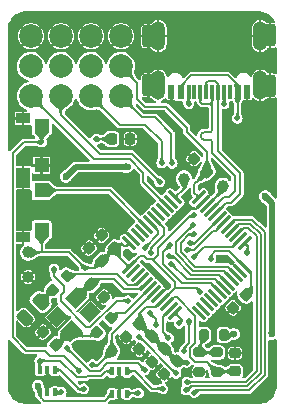
<source format=gbr>
%TF.GenerationSoftware,KiCad,Pcbnew,8.0.2*%
%TF.CreationDate,2024-07-01T07:37:42+02:00*%
%TF.ProjectId,ant control board v1.2,616e7420-636f-46e7-9472-6f6c20626f61,1.1*%
%TF.SameCoordinates,Original*%
%TF.FileFunction,Copper,L1,Top*%
%TF.FilePolarity,Positive*%
%FSLAX46Y46*%
G04 Gerber Fmt 4.6, Leading zero omitted, Abs format (unit mm)*
G04 Created by KiCad (PCBNEW 8.0.2) date 2024-07-01 07:37:42*
%MOMM*%
%LPD*%
G01*
G04 APERTURE LIST*
G04 Aperture macros list*
%AMRoundRect*
0 Rectangle with rounded corners*
0 $1 Rounding radius*
0 $2 $3 $4 $5 $6 $7 $8 $9 X,Y pos of 4 corners*
0 Add a 4 corners polygon primitive as box body*
4,1,4,$2,$3,$4,$5,$6,$7,$8,$9,$2,$3,0*
0 Add four circle primitives for the rounded corners*
1,1,$1+$1,$2,$3*
1,1,$1+$1,$4,$5*
1,1,$1+$1,$6,$7*
1,1,$1+$1,$8,$9*
0 Add four rect primitives between the rounded corners*
20,1,$1+$1,$2,$3,$4,$5,0*
20,1,$1+$1,$4,$5,$6,$7,0*
20,1,$1+$1,$6,$7,$8,$9,0*
20,1,$1+$1,$8,$9,$2,$3,0*%
%AMRotRect*
0 Rectangle, with rotation*
0 The origin of the aperture is its center*
0 $1 length*
0 $2 width*
0 $3 Rotation angle, in degrees counterclockwise*
0 Add horizontal line*
21,1,$1,$2,0,0,$3*%
G04 Aperture macros list end*
%TA.AperFunction,SMDPad,CuDef*%
%ADD10RotRect,1.400000X1.200000X225.000000*%
%TD*%
%TA.AperFunction,SMDPad,CuDef*%
%ADD11RoundRect,0.200000X-0.275000X0.200000X-0.275000X-0.200000X0.275000X-0.200000X0.275000X0.200000X0*%
%TD*%
%TA.AperFunction,SMDPad,CuDef*%
%ADD12RoundRect,0.225000X-0.017678X0.335876X-0.335876X0.017678X0.017678X-0.335876X0.335876X-0.017678X0*%
%TD*%
%TA.AperFunction,SMDPad,CuDef*%
%ADD13RoundRect,0.225000X-0.250000X0.225000X-0.250000X-0.225000X0.250000X-0.225000X0.250000X0.225000X0*%
%TD*%
%TA.AperFunction,SMDPad,CuDef*%
%ADD14RoundRect,0.225000X0.335876X0.017678X0.017678X0.335876X-0.335876X-0.017678X-0.017678X-0.335876X0*%
%TD*%
%TA.AperFunction,SMDPad,CuDef*%
%ADD15C,1.000000*%
%TD*%
%TA.AperFunction,SMDPad,CuDef*%
%ADD16RoundRect,0.100000X0.100000X-0.225000X0.100000X0.225000X-0.100000X0.225000X-0.100000X-0.225000X0*%
%TD*%
%TA.AperFunction,SMDPad,CuDef*%
%ADD17RoundRect,0.225000X-0.335876X-0.017678X-0.017678X-0.335876X0.335876X0.017678X0.017678X0.335876X0*%
%TD*%
%TA.AperFunction,ComponentPad*%
%ADD18C,2.000000*%
%TD*%
%TA.AperFunction,SMDPad,CuDef*%
%ADD19RoundRect,0.200000X0.053033X-0.335876X0.335876X-0.053033X-0.053033X0.335876X-0.335876X0.053033X0*%
%TD*%
%TA.AperFunction,SMDPad,CuDef*%
%ADD20RoundRect,0.200000X0.200000X0.275000X-0.200000X0.275000X-0.200000X-0.275000X0.200000X-0.275000X0*%
%TD*%
%TA.AperFunction,SMDPad,CuDef*%
%ADD21R,1.200000X0.900000*%
%TD*%
%TA.AperFunction,SMDPad,CuDef*%
%ADD22R,1.300000X1.200000*%
%TD*%
%TA.AperFunction,SMDPad,CuDef*%
%ADD23RoundRect,0.225000X-0.225000X-0.250000X0.225000X-0.250000X0.225000X0.250000X-0.225000X0.250000X0*%
%TD*%
%TA.AperFunction,SMDPad,CuDef*%
%ADD24RoundRect,0.075000X0.415425X-0.521491X0.521491X-0.415425X-0.415425X0.521491X-0.521491X0.415425X0*%
%TD*%
%TA.AperFunction,SMDPad,CuDef*%
%ADD25RoundRect,0.075000X-0.415425X-0.521491X0.521491X0.415425X0.415425X0.521491X-0.521491X-0.415425X0*%
%TD*%
%TA.AperFunction,SMDPad,CuDef*%
%ADD26RoundRect,0.250000X-0.250000X0.687500X-0.250000X-0.687500X0.250000X-0.687500X0.250000X0.687500X0*%
%TD*%
%TA.AperFunction,ComponentPad*%
%ADD27O,1.250000X2.500000*%
%TD*%
%TA.AperFunction,SMDPad,CuDef*%
%ADD28R,0.600000X1.150000*%
%TD*%
%TA.AperFunction,SMDPad,CuDef*%
%ADD29R,0.300000X1.150000*%
%TD*%
%TA.AperFunction,SMDPad,CuDef*%
%ADD30RoundRect,0.243750X0.150260X-0.494975X0.494975X-0.150260X-0.150260X0.494975X-0.494975X0.150260X0*%
%TD*%
%TA.AperFunction,ViaPad*%
%ADD31C,0.500000*%
%TD*%
%TA.AperFunction,ViaPad*%
%ADD32C,0.600000*%
%TD*%
%TA.AperFunction,Conductor*%
%ADD33C,0.200000*%
%TD*%
%TA.AperFunction,Conductor*%
%ADD34C,0.500000*%
%TD*%
G04 APERTURE END LIST*
D10*
%TO.P,Y1,4,4*%
%TO.N,GND*%
X144177658Y-93752423D03*
%TO.P,Y1,3,3*%
%TO.N,Net-(C2-Pad1)*%
X142622023Y-95308058D03*
%TO.P,Y1,2,2*%
%TO.N,GND*%
X141419942Y-94105977D03*
%TO.P,Y1,1,1*%
%TO.N,/OSC_IN*%
X142975577Y-92550342D03*
%TD*%
D11*
%TO.P,R3,2*%
%TO.N,/VBAT*%
X154940000Y-98792800D03*
%TO.P,R3,1*%
%TO.N,/VBAT_DIV*%
X154940000Y-97142800D03*
%TD*%
D12*
%TO.P,C9,2*%
%TO.N,GND*%
X148346792Y-96864808D03*
%TO.P,C9,1*%
%TO.N,+3V3*%
X149442808Y-95768792D03*
%TD*%
D11*
%TO.P,R2,2*%
%TO.N,GND*%
X153416000Y-98792800D03*
%TO.P,R2,1*%
%TO.N,/VBAT_DIV*%
X153416000Y-97142800D03*
%TD*%
D13*
%TO.P,C4,2*%
%TO.N,/VBAT*%
X156464000Y-98742800D03*
%TO.P,C4,1*%
%TO.N,GND*%
X156464000Y-97192800D03*
%TD*%
D12*
%TO.P,C8,2*%
%TO.N,GND*%
X147279992Y-95798008D03*
%TO.P,C8,1*%
%TO.N,+3V3*%
X148376008Y-94701992D03*
%TD*%
D14*
%TO.P,C13,2*%
%TO.N,GND*%
X144104992Y-88301192D03*
%TO.P,C13,1*%
%TO.N,+3V3*%
X145201008Y-89397208D03*
%TD*%
D15*
%TO.P,TP4,1,1*%
%TO.N,+3V3*%
X138963400Y-88671400D03*
%TD*%
D16*
%TO.P,U8,6,VCCB*%
%TO.N,+3V3*%
X139939000Y-98618000D03*
%TO.P,U8,5,DIR*%
%TO.N,GND*%
X140589000Y-98618000D03*
%TO.P,U8,4,B*%
%TO.N,/SERVO_2_SIG*%
X141239000Y-98618000D03*
%TO.P,U8,3,A*%
%TO.N,/SERVO_2_SIG_5V*%
X141239000Y-100518000D03*
%TO.P,U8,2,GND*%
%TO.N,GND*%
X140589000Y-100518000D03*
%TO.P,U8,1,VCCA*%
%TO.N,+5V*%
X139939000Y-100518000D03*
%TD*%
D15*
%TO.P,TP5,1,1*%
%TO.N,GND*%
X138963400Y-90728800D03*
%TD*%
D17*
%TO.P,C1,2*%
%TO.N,GND*%
X145378808Y-92445208D03*
%TO.P,C1,1*%
%TO.N,/OSC_IN*%
X144282792Y-91349192D03*
%TD*%
D18*
%TO.P,U4,12,CH4*%
%TO.N,/CH4*%
X139192000Y-75438000D03*
%TO.P,U4,11*%
%TO.N,+3V3*%
X139192000Y-72898000D03*
%TO.P,U4,10*%
%TO.N,GND*%
X139192000Y-70358000D03*
%TO.P,U4,9,CH3*%
%TO.N,/CH3*%
X141732000Y-75438000D03*
%TO.P,U4,8*%
%TO.N,+3V3*%
X141732000Y-72898000D03*
%TO.P,U4,7*%
%TO.N,GND*%
X141732000Y-70358000D03*
%TO.P,U4,6,CH2*%
%TO.N,/CH2*%
X144272000Y-75438000D03*
%TO.P,U4,5*%
%TO.N,+3V3*%
X144272000Y-72898000D03*
%TO.P,U4,4*%
%TO.N,GND*%
X144272000Y-70358000D03*
%TO.P,U4,3,CH1_(PPM)*%
%TO.N,/CH1_PPM*%
X146812000Y-75438000D03*
%TO.P,U4,2,VCC*%
%TO.N,+3V3*%
X146812000Y-72898000D03*
%TO.P,U4,1,GND*%
%TO.N,GND*%
X146812000Y-70358000D03*
%TD*%
D14*
%TO.P,C12,2*%
%TO.N,GND*%
X145171792Y-87234392D03*
%TO.P,C12,1*%
%TO.N,+3V3*%
X146267808Y-88330408D03*
%TD*%
D19*
%TO.P,R4,2*%
%TO.N,/OSC_OUT*%
X145972963Y-94260237D03*
%TO.P,R4,1*%
%TO.N,Net-(C2-Pad1)*%
X144806237Y-95426963D03*
%TD*%
D15*
%TO.P,TP2,1,1*%
%TO.N,Net-(U2-PA13)*%
X155448000Y-83058000D03*
%TD*%
D14*
%TO.P,C2,2*%
%TO.N,GND*%
X140218792Y-95413192D03*
%TO.P,C2,1*%
%TO.N,Net-(C2-Pad1)*%
X141314808Y-96509208D03*
%TD*%
D20*
%TO.P,R1,2*%
%TO.N,/VBAT_DIV*%
X153861000Y-95681800D03*
%TO.P,R1,1*%
%TO.N,+BATT*%
X155511000Y-95681800D03*
%TD*%
D12*
%TO.P,C16,2*%
%TO.N,GND*%
X149413592Y-97931608D03*
%TO.P,C16,1*%
%TO.N,+3V3*%
X150509608Y-96835592D03*
%TD*%
%TO.P,C15,2*%
%TO.N,GND*%
X150480392Y-98998408D03*
%TO.P,C15,1*%
%TO.N,+3V3*%
X151576408Y-97902392D03*
%TD*%
D21*
%TO.P,SW1,4*%
%TO.N,GND*%
X138544000Y-82790000D03*
%TO.P,SW1,3*%
X138544000Y-87390000D03*
D22*
%TO.P,SW1,2,2*%
%TO.N,/BOOT0*%
X140094000Y-83415000D03*
%TO.P,SW1,1,1*%
%TO.N,+3V3*%
X140094000Y-86765000D03*
%TD*%
D12*
%TO.P,C10,2*%
%TO.N,GND*%
X156322392Y-93359608D03*
%TO.P,C10,1*%
%TO.N,+3V3*%
X157418408Y-92263592D03*
%TD*%
D21*
%TO.P,SW2,4*%
%TO.N,GND*%
X138544000Y-77329000D03*
%TO.P,SW2,3*%
X138544000Y-81929000D03*
D22*
%TO.P,SW2,2,2*%
%TO.N,/RESET*%
X140094000Y-77954000D03*
%TO.P,SW2,1,1*%
%TO.N,GND*%
X140094000Y-81304000D03*
%TD*%
D19*
%TO.P,R5,2*%
%TO.N,Net-(U2-PC15)*%
X142213763Y-90653437D03*
%TO.P,R5,1*%
%TO.N,Net-(D1-A)*%
X141047037Y-91820163D03*
%TD*%
D14*
%TO.P,C11,2*%
%TO.N,GND*%
X152994992Y-80731992D03*
%TO.P,C11,1*%
%TO.N,+3V3*%
X154091008Y-81828008D03*
%TD*%
D15*
%TO.P,TP3,1,1*%
%TO.N,Net-(U2-PA14)*%
X152146000Y-82423000D03*
%TD*%
D16*
%TO.P,U9,6,VCCB*%
%TO.N,+3V3*%
X146035000Y-98745000D03*
%TO.P,U9,5,DIR*%
%TO.N,GND*%
X146685000Y-98745000D03*
%TO.P,U9,4,B*%
%TO.N,/SERVO_1_SIG*%
X147335000Y-98745000D03*
%TO.P,U9,3,A*%
%TO.N,/SERVO_1_SIG_5V*%
X147335000Y-100645000D03*
%TO.P,U9,2,GND*%
%TO.N,GND*%
X146685000Y-100645000D03*
%TO.P,U9,1,VCCA*%
%TO.N,+5V*%
X146035000Y-100645000D03*
%TD*%
D15*
%TO.P,TP1,1,1*%
%TO.N,/RESET*%
X146050000Y-97028000D03*
%TD*%
D23*
%TO.P,C3,2*%
%TO.N,GND*%
X147587000Y-79044800D03*
%TO.P,C3,1*%
%TO.N,/RESET*%
X146037000Y-79044800D03*
%TD*%
D24*
%TO.P,U2,48,VDD*%
%TO.N,+3V3*%
X147512124Y-87901212D03*
%TO.P,U2,47,VSS*%
%TO.N,GND*%
X147865678Y-87547658D03*
%TO.P,U2,46,PB9*%
%TO.N,unconnected-(U2-PB9-Pad46)*%
X148219231Y-87194105D03*
%TO.P,U2,45,PB8*%
%TO.N,unconnected-(U2-PB8-Pad45)*%
X148572785Y-86840551D03*
%TO.P,U2,44,BOOT0*%
%TO.N,/BOOT0*%
X148926338Y-86486998D03*
%TO.P,U2,43,PB7*%
%TO.N,/SERVO_2_SIG*%
X149279891Y-86133445D03*
%TO.P,U2,42,PB6*%
%TO.N,/SERVO_1_SIG*%
X149633445Y-85779891D03*
%TO.P,U2,41,PB5*%
%TO.N,unconnected-(U2-PB5-Pad41)*%
X149986998Y-85426338D03*
%TO.P,U2,40,PB4*%
%TO.N,unconnected-(U2-PB4-Pad40)*%
X150340551Y-85072785D03*
%TO.P,U2,39,PB3*%
%TO.N,/CH4*%
X150694105Y-84719231D03*
%TO.P,U2,38,PA15*%
%TO.N,unconnected-(U2-PA15-Pad38)*%
X151047658Y-84365678D03*
%TO.P,U2,37,PA14*%
%TO.N,Net-(U2-PA14)*%
X151401212Y-84012124D03*
D25*
%TO.P,U2,36,VDD*%
%TO.N,+3V3*%
X153398788Y-84012124D03*
%TO.P,U2,35,VSS*%
%TO.N,GND*%
X153752342Y-84365678D03*
%TO.P,U2,34,PA13*%
%TO.N,Net-(U2-PA13)*%
X154105895Y-84719231D03*
%TO.P,U2,33,PA12*%
%TO.N,/USB_D+*%
X154459449Y-85072785D03*
%TO.P,U2,32,PA11*%
%TO.N,/USB_D-*%
X154813002Y-85426338D03*
%TO.P,U2,31,PA10*%
%TO.N,/M3_PWM*%
X155166555Y-85779891D03*
%TO.P,U2,30,PA9*%
%TO.N,/M2_PWM*%
X155520109Y-86133445D03*
%TO.P,U2,29,PA8*%
%TO.N,/M1_PWM*%
X155873662Y-86486998D03*
%TO.P,U2,28,PB15*%
%TO.N,/M1_DIR*%
X156227215Y-86840551D03*
%TO.P,U2,27,PB14*%
%TO.N,/~{M1_SLEEP}*%
X156580769Y-87194105D03*
%TO.P,U2,26,PB13*%
%TO.N,/M2_DIR*%
X156934322Y-87547658D03*
%TO.P,U2,25,PB12*%
%TO.N,/~{M2_SLEEP}*%
X157287876Y-87901212D03*
D24*
%TO.P,U2,24,VDD*%
%TO.N,+3V3*%
X157287876Y-89898788D03*
%TO.P,U2,23,VSS*%
%TO.N,GND*%
X156934322Y-90252342D03*
%TO.P,U2,22,PB11*%
%TO.N,/M3_DIR*%
X156580769Y-90605895D03*
%TO.P,U2,21,PB10*%
%TO.N,/~{M3_SLEEP}*%
X156227215Y-90959449D03*
%TO.P,U2,20,PB2*%
%TO.N,/CH3*%
X155873662Y-91313002D03*
%TO.P,U2,19,PB1*%
%TO.N,/CH2*%
X155520109Y-91666555D03*
%TO.P,U2,18,PB0*%
%TO.N,/CH1_PPM*%
X155166555Y-92020109D03*
%TO.P,U2,17,PA7*%
%TO.N,unconnected-(U2-PA7-Pad17)*%
X154813002Y-92373662D03*
%TO.P,U2,16,PA6*%
%TO.N,unconnected-(U2-PA6-Pad16)*%
X154459449Y-92727215D03*
%TO.P,U2,15,PA5*%
%TO.N,unconnected-(U2-PA5-Pad15)*%
X154105895Y-93080769D03*
%TO.P,U2,14,PA4*%
%TO.N,unconnected-(U2-PA4-Pad14)*%
X153752342Y-93434322D03*
%TO.P,U2,13,PA3*%
%TO.N,unconnected-(U2-PA3-Pad13)*%
X153398788Y-93787876D03*
D25*
%TO.P,U2,12,PA2*%
%TO.N,/ADC2*%
X151401212Y-93787876D03*
%TO.P,U2,11,PA1*%
%TO.N,/ADC1*%
X151047658Y-93434322D03*
%TO.P,U2,10,PA0*%
%TO.N,/VBAT*%
X150694105Y-93080769D03*
%TO.P,U2,9,VDDA*%
%TO.N,+3V3*%
X150340551Y-92727215D03*
%TO.P,U2,8,VSSA*%
%TO.N,GND*%
X149986998Y-92373662D03*
%TO.P,U2,7,NRST*%
%TO.N,/RESET*%
X149633445Y-92020109D03*
%TO.P,U2,6,RCC_OSC_OUT*%
%TO.N,/OSC_OUT*%
X149279891Y-91666555D03*
%TO.P,U2,5,RCC_OSC_IN*%
%TO.N,/OSC_IN*%
X148926338Y-91313002D03*
%TO.P,U2,4,PC15*%
%TO.N,Net-(U2-PC15)*%
X148572785Y-90959449D03*
%TO.P,U2,3,PC14*%
%TO.N,unconnected-(U2-PC14-Pad3)*%
X148219231Y-90605895D03*
%TO.P,U2,2,PC13*%
%TO.N,unconnected-(U2-PC13-Pad2)*%
X147865678Y-90252342D03*
%TO.P,U2,1,VDD*%
%TO.N,+3V3*%
X147512124Y-89898788D03*
%TD*%
D26*
%TO.P,J4,13,SHIELD*%
%TO.N,GND*%
X149143000Y-70355500D03*
X149143000Y-74505500D03*
D27*
X149973000Y-70355500D03*
X149973000Y-74535500D03*
X158613000Y-70355500D03*
X158613000Y-74535500D03*
D26*
X159443000Y-70305500D03*
X159443000Y-74555500D03*
D28*
%TO.P,J4,12,GND_2*%
X151093000Y-75110500D03*
%TO.P,J4,11,VBUS*%
%TO.N,/VUSB*%
X151893000Y-75110500D03*
D29*
%TO.P,J4,10,CC2*%
%TO.N,/CC2*%
X152543000Y-75110500D03*
%TO.P,J4,9,SBU1*%
%TO.N,unconnected-(J4-SBU1-Pad9)*%
X153043000Y-75110500D03*
%TO.P,J4,8,DP2*%
%TO.N,/USB_D+*%
X153543000Y-75110500D03*
%TO.P,J4,7,DN1*%
%TO.N,/USB_D-*%
X154043000Y-75110500D03*
%TO.P,J4,6,DP1*%
%TO.N,/USB_D+*%
X154543000Y-75110500D03*
%TO.P,J4,5,DN2*%
%TO.N,/USB_D-*%
X155043000Y-75110500D03*
%TO.P,J4,4,CC1*%
%TO.N,/CC1*%
X155543000Y-75110500D03*
%TO.P,J4,3,SBU2*%
%TO.N,unconnected-(J4-SBU2-Pad3)*%
X156043000Y-75110500D03*
D28*
%TO.P,J4,2,VBUS*%
%TO.N,/VUSB*%
X156693000Y-75110500D03*
%TO.P,J4,1,GND_1*%
%TO.N,GND*%
X157493000Y-75110500D03*
%TD*%
D30*
%TO.P,D1,2,A*%
%TO.N,Net-(D1-A)*%
X140007313Y-92859887D03*
%TO.P,D1,1,K*%
%TO.N,GND*%
X138681487Y-94185713D03*
%TD*%
D31*
%TO.N,GND*%
X152323800Y-84988400D03*
X145084800Y-85572600D03*
X158851600Y-80746600D03*
X151765000Y-76454000D03*
X145186400Y-82550000D03*
X142243069Y-94202087D03*
X150622000Y-91363800D03*
X150825200Y-82473800D03*
X142113000Y-80772000D03*
X137741844Y-98746067D03*
X156845000Y-94869000D03*
X144157610Y-99714944D03*
X156591000Y-101168200D03*
X155371800Y-89281000D03*
X159595531Y-96346127D03*
X149987000Y-98425000D03*
X148640800Y-84404200D03*
X155371800Y-81940400D03*
X152298400Y-98856800D03*
X147291823Y-88671400D03*
X154051000Y-71628000D03*
X152019000Y-101092000D03*
X137795000Y-76454000D03*
X150495000Y-77089000D03*
X152654000Y-79629000D03*
X143687800Y-93827600D03*
X146887439Y-86859068D03*
X146024600Y-91770200D03*
X143095691Y-96359691D03*
X142875000Y-89916000D03*
X157632400Y-96279356D03*
X144399000Y-96520000D03*
X158877000Y-77978000D03*
X149199600Y-89865200D03*
X141732000Y-87045800D03*
X149606000Y-72390000D03*
X151688800Y-96316800D03*
%TO.N,/RESET*%
X144729200Y-79070200D03*
X144399000Y-98185200D03*
X140081000Y-79322000D03*
X143300893Y-98700075D03*
D32*
%TO.N,+BATT*%
X159592800Y-89814400D03*
X159029400Y-83921600D03*
X156370808Y-95579356D03*
X159592800Y-95579356D03*
D31*
%TO.N,+3V3*%
X152984200Y-85521800D03*
X139939000Y-97840800D03*
X152373122Y-97994678D03*
X154406600Y-89246010D03*
X143738600Y-89975600D03*
X153509820Y-91994634D03*
X153583008Y-82336008D03*
D32*
%TO.N,+5V*%
X139765905Y-99960983D03*
D31*
%TO.N,/ADC2*%
X141147800Y-90093800D03*
X151739600Y-94665800D03*
X147410400Y-92760800D03*
%TO.N,/ADC1*%
X150837194Y-95918599D03*
X142240000Y-96774000D03*
X148815295Y-98606105D03*
%TO.N,/VUSB*%
X156667200Y-77317600D03*
%TO.N,/CC2*%
X152552400Y-76073000D03*
%TO.N,/SERVO_2_SIG*%
X143673290Y-100220353D03*
X149766793Y-94849393D03*
X151482244Y-98904245D03*
X148361400Y-95808800D03*
X148844000Y-88265000D03*
X149250400Y-93821623D03*
%TO.N,/SERVO_1_SIG*%
X152146000Y-97053400D03*
X149336187Y-88695664D03*
X150368000Y-100203000D03*
X152577800Y-94462600D03*
%TO.N,/CC1*%
X155549600Y-76098400D03*
D32*
%TO.N,/SW*%
X142151100Y-82257900D03*
X147370800Y-81432400D03*
D31*
%TO.N,/~{M1_SLEEP}*%
X152400000Y-99644200D03*
%TO.N,/CH2*%
X150266400Y-81076800D03*
X151082814Y-89622041D03*
%TO.N,/M1_PWM*%
X153009600Y-100533200D03*
%TO.N,/M3_DIR*%
X153009600Y-87147400D03*
%TO.N,/M1_DIR*%
X152313565Y-100292466D03*
%TO.N,/~{M2_SLEEP}*%
X157458213Y-88696010D03*
%TO.N,/M3_PWM*%
X152654000Y-87858600D03*
%TO.N,/CH3*%
X150876000Y-89001600D03*
X150114000Y-82702400D03*
%TO.N,/M2_PWM*%
X152374030Y-88449647D03*
%TO.N,/~{M3_SLEEP}*%
X152941309Y-86317109D03*
%TO.N,/M2_DIR*%
X152984200Y-89052400D03*
%TO.N,/CH1_PPM*%
X151155400Y-81127600D03*
X150947409Y-88082409D03*
%TO.N,/SERVO_2_SIG_5V*%
X141753325Y-100518000D03*
%TO.N,/SERVO_1_SIG_5V*%
X148298000Y-100584000D03*
%TD*%
D33*
%TO.N,/OSC_IN*%
X148926338Y-91313002D02*
X148431930Y-91807410D01*
X146202400Y-90932000D02*
X144699984Y-90932000D01*
X144699984Y-90932000D02*
X144282792Y-91349192D01*
X147077810Y-91807410D02*
X146202400Y-90932000D01*
X144176727Y-91349192D02*
X142975577Y-92550342D01*
X144282792Y-91349192D02*
X144176727Y-91349192D01*
X148431930Y-91807410D02*
X147077810Y-91807410D01*
%TO.N,GND*%
X146685000Y-100645000D02*
X146685000Y-99822000D01*
X146685000Y-99822000D02*
X146685000Y-98745000D01*
X144157610Y-99714944D02*
X146685000Y-99714944D01*
X146685000Y-99714944D02*
X146685000Y-99822000D01*
X152340400Y-84971800D02*
X152323800Y-84988400D01*
X140589000Y-100518000D02*
X140589000Y-98618000D01*
X153752342Y-84365678D02*
X153146220Y-84971800D01*
X153146220Y-84971800D02*
X152340400Y-84971800D01*
%TO.N,Net-(C2-Pad1)*%
X144806237Y-95426963D02*
X144449800Y-95783400D01*
X141420873Y-96509208D02*
X142622023Y-95308058D01*
X143097365Y-95783400D02*
X142622023Y-95308058D01*
X141314808Y-96509208D02*
X141420873Y-96509208D01*
X144449800Y-95783400D02*
X143097365Y-95783400D01*
%TO.N,/RESET*%
X144892800Y-98185200D02*
X146050000Y-97028000D01*
X144729200Y-79070200D02*
X146011600Y-79070200D01*
X146050000Y-95603554D02*
X149633445Y-92020109D01*
X137637987Y-95854987D02*
X137637987Y-80294013D01*
X146050000Y-97028000D02*
X146050000Y-95603554D01*
X140420000Y-96986000D02*
X138769000Y-96986000D01*
X138600991Y-79331009D02*
X140081000Y-79331009D01*
X142009818Y-97409000D02*
X140843000Y-97409000D01*
X137637987Y-80294013D02*
X138600991Y-79331009D01*
X138769000Y-96986000D02*
X137637987Y-95854987D01*
X146011600Y-79070200D02*
X146037000Y-79044800D01*
X140843000Y-97409000D02*
X140420000Y-96986000D01*
X143300893Y-98700075D02*
X142009818Y-97409000D01*
X140081000Y-79331009D02*
X140081000Y-79322000D01*
X144399000Y-98185200D02*
X144892800Y-98185200D01*
X140094000Y-77954000D02*
X140094000Y-79318009D01*
X140094000Y-79318009D02*
X140081000Y-79331009D01*
%TO.N,/VBAT*%
X156464000Y-98742800D02*
X154990000Y-98742800D01*
X152691000Y-96750862D02*
X152691000Y-97534738D01*
X154089600Y-97942400D02*
X154940000Y-98792800D01*
X152691000Y-97534738D02*
X153098662Y-97942400D01*
X153111200Y-96330662D02*
X152691000Y-96750862D01*
X154990000Y-98742800D02*
X154940000Y-98792800D01*
X153098662Y-97942400D02*
X154089600Y-97942400D01*
X150694105Y-93080769D02*
X151293474Y-92481400D01*
X151526626Y-92481400D02*
X153111200Y-94065974D01*
X151293474Y-92481400D02*
X151526626Y-92481400D01*
X153111200Y-94065974D02*
X153111200Y-96330662D01*
D34*
%TO.N,+BATT*%
X159592800Y-95579356D02*
X159592800Y-84485000D01*
D33*
X155511000Y-95681800D02*
X156268364Y-95681800D01*
D34*
X159592800Y-84485000D02*
X159029400Y-83921600D01*
D33*
X156268364Y-95681800D02*
X156370808Y-95579356D01*
%TO.N,+3V3*%
X152730200Y-85521800D02*
X152984200Y-85521800D01*
X139939000Y-97840800D02*
X139939000Y-98618000D01*
X149968000Y-88868200D02*
X149968000Y-88284000D01*
X147291936Y-88121400D02*
X147095154Y-88121400D01*
X143738600Y-89975600D02*
X143747400Y-89966800D01*
X153035000Y-83648336D02*
X153398788Y-84012124D01*
X154794000Y-88588800D02*
X155977888Y-88588800D01*
X141655800Y-97840800D02*
X143065075Y-99250075D01*
X140081000Y-88671400D02*
X142434400Y-88671400D01*
X148767800Y-88976200D02*
X149037264Y-89245664D01*
X149796143Y-93271623D02*
X150340551Y-92727215D01*
X150622000Y-76327000D02*
X152400000Y-78105000D01*
X148434712Y-88976200D02*
X148767800Y-88976200D01*
X147512124Y-89898788D02*
X148434712Y-88976200D01*
X148209000Y-75692000D02*
X148844000Y-76327000D01*
X153583008Y-82336008D02*
X154091008Y-81828008D01*
X145533686Y-98745000D02*
X146035000Y-98745000D01*
X151576408Y-97902392D02*
X150509608Y-96835592D01*
X148844000Y-76327000D02*
X150622000Y-76327000D01*
X146894133Y-87920379D02*
X146677837Y-87920379D01*
X145201008Y-89397208D02*
X146267808Y-88330408D01*
X157861000Y-91821000D02*
X157418408Y-92263592D01*
X146677837Y-87920379D02*
X146267808Y-88330408D01*
X144002950Y-99110800D02*
X145167886Y-99110800D01*
X147512124Y-87901212D02*
X147291936Y-88121400D01*
X151668694Y-97994678D02*
X151576408Y-97902392D01*
X143747400Y-89966800D02*
X144631416Y-89966800D01*
X142434400Y-88671400D02*
X143738600Y-89975600D01*
X148209000Y-74295000D02*
X148209000Y-75692000D01*
X157861000Y-90471912D02*
X157861000Y-91821000D01*
X151373766Y-91208052D02*
X149411378Y-89245664D01*
X148376008Y-93843232D02*
X148947617Y-93271623D01*
X152400000Y-78105000D02*
X152400000Y-78488938D01*
X154406600Y-89246010D02*
X154406600Y-88976200D01*
X150509608Y-96835592D02*
X149442808Y-95768792D01*
X148947617Y-93271623D02*
X149796143Y-93271623D01*
X148376008Y-94701992D02*
X148376008Y-93843232D01*
X143863675Y-99250075D02*
X144002950Y-99110800D01*
X146335536Y-88722200D02*
X147512124Y-89898788D01*
X153583008Y-82336008D02*
X153035000Y-82884016D01*
X155977888Y-88588800D02*
X157287876Y-89898788D01*
X139939000Y-97840800D02*
X141655800Y-97840800D01*
X153035000Y-82884016D02*
X153035000Y-83648336D01*
X151373766Y-91694000D02*
X150340551Y-92727215D01*
X154091008Y-80179946D02*
X154091008Y-81828008D01*
X138963400Y-88671400D02*
X140081000Y-88671400D01*
X140094000Y-88658400D02*
X140081000Y-88671400D01*
X153509820Y-91994634D02*
X153209186Y-91694000D01*
X152400000Y-78488938D02*
X154091008Y-80179946D01*
X151373766Y-91694000D02*
X151373766Y-91208052D01*
X148376008Y-94701992D02*
X149442808Y-95768792D01*
X149590536Y-89245664D02*
X149968000Y-88868200D01*
X140094000Y-86765000D02*
X140094000Y-88658400D01*
X152373122Y-97994678D02*
X151668694Y-97994678D01*
X145167886Y-99110800D02*
X145533686Y-98745000D01*
X145201008Y-89397208D02*
X145876016Y-88722200D01*
X149968000Y-88284000D02*
X152730200Y-85521800D01*
X149037264Y-89245664D02*
X149590536Y-89245664D01*
X154406600Y-88976200D02*
X154794000Y-88588800D01*
X146812000Y-72898000D02*
X148209000Y-74295000D01*
X147095154Y-88121400D02*
X146894133Y-87920379D01*
X144631416Y-89966800D02*
X145201008Y-89397208D01*
X153209186Y-91694000D02*
X151373766Y-91694000D01*
X157287876Y-89898788D02*
X157861000Y-90471912D01*
X143065075Y-99250075D02*
X143863675Y-99250075D01*
%TO.N,+5V*%
X139765905Y-100344905D02*
X139939000Y-100518000D01*
X139765905Y-99960983D02*
X139765905Y-100344905D01*
X145461000Y-101219000D02*
X146035000Y-100645000D01*
X139939000Y-100518000D02*
X139939000Y-100823000D01*
X139939000Y-100823000D02*
X140335000Y-101219000D01*
X140335000Y-101219000D02*
X145461000Y-101219000D01*
%TO.N,/ADC2*%
X144236232Y-94971662D02*
X143892062Y-94971662D01*
X151993600Y-94380264D02*
X151401212Y-93787876D01*
X142011400Y-91998800D02*
X142011400Y-91541600D01*
X151739600Y-94634264D02*
X151993600Y-94380264D01*
X141706600Y-92303600D02*
X142011400Y-91998800D01*
X151739600Y-94665800D02*
X151739600Y-94634264D01*
X142011400Y-91541600D02*
X141147800Y-90678000D01*
X141706600Y-92786200D02*
X141706600Y-92303600D01*
X146447094Y-92760800D02*
X144236232Y-94971662D01*
X143892062Y-94971662D02*
X141706600Y-92786200D01*
X147410400Y-92760800D02*
X146447094Y-92760800D01*
X141147800Y-90678000D02*
X141147800Y-90093800D01*
%TO.N,/ADC1*%
X145023800Y-98689200D02*
X145669000Y-98044000D01*
X150368000Y-94113980D02*
X151047658Y-93434322D01*
X148253190Y-98044000D02*
X148815295Y-98606105D01*
X145669000Y-98044000D02*
X148253190Y-98044000D01*
X148815295Y-98647323D02*
X148815295Y-98606105D01*
X144155200Y-98689200D02*
X145023800Y-98689200D01*
X142240000Y-96774000D02*
X144155200Y-98689200D01*
X150368000Y-95449405D02*
X150368000Y-94113980D01*
X150837194Y-95918599D02*
X150368000Y-95449405D01*
%TO.N,Net-(D1-A)*%
X141047037Y-91820163D02*
X140007313Y-92859887D01*
%TO.N,/VUSB*%
X151893000Y-74573400D02*
X152781000Y-73685400D01*
X151893000Y-75110500D02*
X151893000Y-74573400D01*
X156693000Y-74505751D02*
X156693000Y-75110500D01*
X152781000Y-73685400D02*
X155872649Y-73685400D01*
X156693000Y-77291800D02*
X156667200Y-77317600D01*
X155872649Y-73685400D02*
X156693000Y-74505751D01*
X156693000Y-75110500D02*
X156693000Y-77291800D01*
%TO.N,/CC2*%
X152543000Y-75110500D02*
X152543000Y-76063600D01*
X152543000Y-76063600D02*
X152552400Y-76073000D01*
%TO.N,/SERVO_2_SIG*%
X149991000Y-87118000D02*
X148844000Y-88265000D01*
X143247953Y-100220353D02*
X141645600Y-98618000D01*
X149766793Y-94338016D02*
X149250400Y-93821623D01*
X148386800Y-95808800D02*
X148361400Y-95808800D01*
X151345676Y-98767676D02*
X148386800Y-95808800D01*
X149766793Y-94849393D02*
X149766793Y-94338016D01*
X149991000Y-87075200D02*
X149991000Y-86844554D01*
X151482244Y-98904245D02*
X151345676Y-98767677D01*
X143673290Y-100220353D02*
X143247953Y-100220353D01*
X149991000Y-86844554D02*
X149279891Y-86133445D01*
X141645600Y-98618000D02*
X141239000Y-98618000D01*
X151345676Y-98767677D02*
X151345676Y-98767676D01*
X149991000Y-87075200D02*
X149991000Y-87118000D01*
%TO.N,/SERVO_1_SIG*%
X149336187Y-88695664D02*
X149336187Y-88485577D01*
X148021000Y-98745000D02*
X147335000Y-98745000D01*
X150368000Y-100203000D02*
X149479000Y-100203000D01*
X152577800Y-96369088D02*
X152146000Y-96800888D01*
X152577800Y-94462600D02*
X152577800Y-96369088D01*
X149336187Y-88485577D02*
X149348000Y-88473764D01*
X152146000Y-96800888D02*
X152146000Y-97053400D01*
X150492954Y-86639400D02*
X149633445Y-85779891D01*
X150495000Y-87191314D02*
X150495000Y-86639400D01*
X149479000Y-100203000D02*
X148021000Y-98745000D01*
X149348000Y-88338314D02*
X150495000Y-87191314D01*
X150495000Y-86639400D02*
X150492954Y-86639400D01*
X149348000Y-88473764D02*
X149348000Y-88338314D01*
%TO.N,/CC1*%
X155543000Y-75110500D02*
X155543000Y-76091800D01*
X155543000Y-76091800D02*
X155549600Y-76098400D01*
D34*
%TO.N,/SW*%
X142151100Y-82257900D02*
X142976600Y-81432400D01*
X142976600Y-81432400D02*
X147370800Y-81432400D01*
D33*
%TO.N,/OSC_OUT*%
X149279891Y-91666555D02*
X147169646Y-93776800D01*
X147169646Y-93776800D02*
X146456400Y-93776800D01*
X146456400Y-93776800D02*
X145972963Y-94260237D01*
%TO.N,Net-(U2-PC15)*%
X146456400Y-90525600D02*
X142341600Y-90525600D01*
X148572785Y-90959449D02*
X148078378Y-91453856D01*
X142341600Y-90525600D02*
X142213763Y-90653437D01*
X148078378Y-91453856D02*
X147384656Y-91453856D01*
X147384656Y-91453856D02*
X146456400Y-90525600D01*
%TO.N,/VBAT_DIV*%
X153861000Y-96125800D02*
X153416000Y-96570800D01*
X153861000Y-95681800D02*
X153861000Y-96125800D01*
X153416000Y-96570800D02*
X153416000Y-97142800D01*
X154940000Y-97142800D02*
X153416000Y-97142800D01*
%TO.N,/BOOT0*%
X145854340Y-83415000D02*
X140094000Y-83415000D01*
X148926338Y-86486998D02*
X145854340Y-83415000D01*
%TO.N,Net-(U2-PA13)*%
X155448000Y-83377126D02*
X154105895Y-84719231D01*
X155448000Y-83058000D02*
X155448000Y-83377126D01*
%TO.N,Net-(U2-PA14)*%
X152146000Y-83267336D02*
X151401212Y-84012124D01*
X152146000Y-82423000D02*
X152146000Y-83267336D01*
%TO.N,/~{M1_SLEEP}*%
X158292800Y-98729800D02*
X158292800Y-87274400D01*
X157378400Y-99644200D02*
X158292800Y-98729800D01*
X157607000Y-86588600D02*
X157186274Y-86588600D01*
X152400000Y-99644200D02*
X157378400Y-99644200D01*
X157186274Y-86588600D02*
X156580769Y-87194105D01*
X158292800Y-87274400D02*
X157607000Y-86588600D01*
%TO.N,/CH2*%
X151082814Y-89622041D02*
X152398373Y-90937600D01*
X146710400Y-77876400D02*
X144272000Y-75438000D01*
X148869400Y-77876400D02*
X146710400Y-77876400D01*
X150266400Y-81076800D02*
X150266400Y-79273400D01*
X154791154Y-90937600D02*
X155520109Y-91666555D01*
X152398373Y-90937600D02*
X154791154Y-90937600D01*
X150266400Y-79273400D02*
X148869400Y-77876400D01*
%TO.N,/M1_PWM*%
X158992800Y-86984451D02*
X157896949Y-85888600D01*
X153009600Y-100533200D02*
X153198600Y-100344200D01*
X156472060Y-85888600D02*
X155873662Y-86486998D01*
X157668349Y-100344200D02*
X158992800Y-99019749D01*
X158992800Y-99019749D02*
X158992800Y-86984451D01*
X153198600Y-100344200D02*
X157668349Y-100344200D01*
X157896949Y-85888600D02*
X156472060Y-85888600D01*
%TO.N,/M3_DIR*%
X151866600Y-87886792D02*
X151866600Y-88672052D01*
X151866600Y-88672052D02*
X153082148Y-89887600D01*
X153009600Y-87147400D02*
X152605992Y-87147400D01*
X155862474Y-89887600D02*
X156580769Y-90605895D01*
X153082148Y-89887600D02*
X155862474Y-89887600D01*
X152605992Y-87147400D02*
X151866600Y-87886792D01*
%TO.N,/M1_DIR*%
X152762764Y-99994200D02*
X157523375Y-99994200D01*
X152313565Y-100292466D02*
X152464498Y-100292466D01*
X152464498Y-100292466D02*
X152762764Y-99994200D01*
X157751974Y-86238600D02*
X156829166Y-86238600D01*
X158642800Y-87129426D02*
X157751974Y-86238600D01*
X156829166Y-86238600D02*
X156227215Y-86840551D01*
X157523375Y-99994200D02*
X158642800Y-98874775D01*
X158642800Y-98874775D02*
X158642800Y-87129426D01*
%TO.N,/CH4*%
X144551400Y-80797400D02*
X147584329Y-80797400D01*
X148717000Y-81930071D02*
X148717000Y-82742126D01*
X139192000Y-75438000D02*
X144551400Y-80797400D01*
X148717000Y-82742126D02*
X150694105Y-84719231D01*
X147584329Y-80797400D02*
X148717000Y-81930071D01*
%TO.N,/~{M2_SLEEP}*%
X157458213Y-88696010D02*
X157556200Y-88598023D01*
X157556200Y-88169536D02*
X157287876Y-87901212D01*
X157556200Y-88598023D02*
X157556200Y-88169536D01*
%TO.N,/M3_PWM*%
X153087846Y-87858600D02*
X155166555Y-85779891D01*
X152654000Y-87858600D02*
X153087846Y-87858600D01*
%TO.N,/CH3*%
X150114000Y-82702400D02*
X150114000Y-82677000D01*
X152766800Y-90587600D02*
X155148260Y-90587600D01*
X141732000Y-77012800D02*
X141732000Y-75438000D01*
X155148260Y-90587600D02*
X155873662Y-91313002D01*
X147751800Y-80314800D02*
X145034000Y-80314800D01*
X145034000Y-80314800D02*
X141732000Y-77012800D01*
X150876000Y-89001600D02*
X151180800Y-89001600D01*
X151180800Y-89001600D02*
X152766800Y-90587600D01*
X150114000Y-82677000D02*
X147751800Y-80314800D01*
%TO.N,/M2_PWM*%
X152991773Y-88449647D02*
X154624220Y-86817200D01*
X152374030Y-88449647D02*
X152991773Y-88449647D01*
X154836354Y-86817200D02*
X155520109Y-86133445D01*
X154624220Y-86817200D02*
X154836354Y-86817200D01*
%TO.N,/~{M3_SLEEP}*%
X152941309Y-86317109D02*
X151460200Y-87798218D01*
X151460200Y-87798218D02*
X151460200Y-88760626D01*
X152937174Y-90237600D02*
X155505366Y-90237600D01*
X155505366Y-90237600D02*
X156227215Y-90959449D01*
X151460200Y-88760626D02*
X152937174Y-90237600D01*
%TO.N,/M2_DIR*%
X152984200Y-89052400D02*
X153847800Y-88188800D01*
X153847800Y-88188800D02*
X156293180Y-88188800D01*
X156293180Y-88188800D02*
X156934322Y-87547658D01*
%TO.N,/CH1_PPM*%
X148590000Y-77216000D02*
X146812000Y-75438000D01*
X152019000Y-91287600D02*
X154434046Y-91287600D01*
X151079200Y-78620904D02*
X149674296Y-77216000D01*
X150368000Y-88661818D02*
X150368000Y-89636600D01*
X149674296Y-77216000D02*
X148590000Y-77216000D01*
X151155400Y-81127600D02*
X151079200Y-81051400D01*
X154434046Y-91287600D02*
X155166555Y-92020109D01*
X150368000Y-89636600D02*
X152019000Y-91287600D01*
X150947409Y-88082409D02*
X150368000Y-88661818D01*
X151079200Y-81051400D02*
X151079200Y-78620904D01*
%TO.N,/USB_D-*%
X155447236Y-84756748D02*
X155752584Y-84451400D01*
X155447236Y-84792104D02*
X155447236Y-84756748D01*
X156892200Y-81974200D02*
X155043000Y-80125000D01*
X156125400Y-84451400D02*
X156892200Y-83684600D01*
X155043000Y-74398000D02*
X154801000Y-74156000D01*
X154813002Y-85426338D02*
X155447236Y-84792104D01*
X155752584Y-84451400D02*
X156125400Y-84451400D01*
X155043000Y-75110500D02*
X155043000Y-74398000D01*
X155043000Y-80125000D02*
X155043000Y-75110500D01*
X154043000Y-74335500D02*
X154043000Y-75110500D01*
X154222500Y-74156000D02*
X154043000Y-74335500D01*
X154801000Y-74156000D02*
X154222500Y-74156000D01*
X156892200Y-83684600D02*
X156892200Y-81974200D01*
%TO.N,/USB_D+*%
X154365200Y-76073000D02*
X154543000Y-76250800D01*
X156442200Y-83498200D02*
X156442200Y-82160600D01*
X154543000Y-75895200D02*
X154543000Y-75110500D01*
X154303000Y-79112957D02*
X153830731Y-79112957D01*
X153830731Y-78512957D02*
X154303000Y-78512957D01*
X155129039Y-84438551D02*
X155566190Y-84001400D01*
X153543000Y-75946000D02*
X153543000Y-75110500D01*
X154355800Y-76073000D02*
X154365200Y-76073000D01*
X155566190Y-84001400D02*
X155939000Y-84001400D01*
X154543000Y-76302960D02*
X154543000Y-76250800D01*
X153590731Y-78872957D02*
X153590731Y-78752957D01*
X154459449Y-85072785D02*
X155093683Y-84438551D01*
X155939000Y-84001400D02*
X156442200Y-83498200D01*
X154355800Y-76073000D02*
X153670000Y-76073000D01*
X154543000Y-80261400D02*
X154543000Y-79352957D01*
X153670000Y-76073000D02*
X153543000Y-75946000D01*
X155093683Y-84438551D02*
X155129039Y-84438551D01*
X156442200Y-82160600D02*
X154543000Y-80261400D01*
X154543000Y-76250800D02*
X154543000Y-75895200D01*
X154543000Y-76073000D02*
X154355800Y-76073000D01*
X154365200Y-76073000D02*
X154543000Y-75895200D01*
X154543000Y-78272957D02*
X154543000Y-76302960D01*
X153590731Y-78752957D02*
G75*
G02*
X153830731Y-78513031I239969J-43D01*
G01*
X153830731Y-79112957D02*
G75*
G02*
X153590743Y-78872957I-31J239957D01*
G01*
X154543000Y-79352957D02*
G75*
G03*
X154303000Y-79113000I-240000J-43D01*
G01*
X154303000Y-78512957D02*
G75*
G03*
X154542957Y-78272957I0J239957D01*
G01*
%TO.N,/SERVO_2_SIG_5V*%
X141753325Y-100518000D02*
X141239000Y-100518000D01*
%TO.N,/SERVO_1_SIG_5V*%
X147396000Y-100584000D02*
X147335000Y-100645000D01*
X148298000Y-100584000D02*
X147396000Y-100584000D01*
%TD*%
%TA.AperFunction,Conductor*%
%TO.N,GND*%
G36*
X146569152Y-95606115D02*
G01*
X146612417Y-95649380D01*
X146621988Y-95709812D01*
X146620280Y-95716419D01*
X146619116Y-95723023D01*
X146619116Y-95837639D01*
X146658313Y-95945331D01*
X146658316Y-95945336D01*
X146687378Y-95983213D01*
X146820371Y-96116205D01*
X147209987Y-95726590D01*
X147264504Y-95698813D01*
X147324936Y-95708384D01*
X147349994Y-95726590D01*
X147757287Y-96133882D01*
X147837308Y-96053862D01*
X147891825Y-96026084D01*
X147952257Y-96035655D01*
X147982131Y-96059034D01*
X148063349Y-96152766D01*
X148063353Y-96152769D01*
X148070985Y-96157674D01*
X148109716Y-96205040D01*
X148113208Y-96266126D01*
X148087465Y-96310961D01*
X148010916Y-96387510D01*
X148346791Y-96723387D01*
X148346792Y-96723387D01*
X148824087Y-97200682D01*
X148939409Y-97085360D01*
X148968468Y-97047492D01*
X148977240Y-97023391D01*
X149014908Y-96975176D01*
X149073723Y-96958309D01*
X149131219Y-96979234D01*
X149140274Y-96987245D01*
X149291154Y-97138125D01*
X149318931Y-97192642D01*
X149309360Y-97253074D01*
X149266095Y-97296339D01*
X149255012Y-97301158D01*
X149230910Y-97309931D01*
X149230906Y-97309932D01*
X149193026Y-97338999D01*
X149077716Y-97454309D01*
X149077716Y-97454310D01*
X149413591Y-97790187D01*
X149413592Y-97790187D01*
X149890887Y-98267482D01*
X150006209Y-98152160D01*
X150035268Y-98114292D01*
X150044040Y-98090191D01*
X150081708Y-98041976D01*
X150140523Y-98025109D01*
X150198019Y-98046034D01*
X150207074Y-98054045D01*
X150357954Y-98204925D01*
X150385731Y-98259442D01*
X150376160Y-98319874D01*
X150332895Y-98363139D01*
X150321812Y-98367958D01*
X150297710Y-98376731D01*
X150297706Y-98376732D01*
X150259826Y-98405799D01*
X150144516Y-98521109D01*
X150144516Y-98521110D01*
X150480391Y-98856987D01*
X150480392Y-98856987D01*
X150957688Y-99334282D01*
X151043809Y-99248161D01*
X151098326Y-99220383D01*
X151158758Y-99229954D01*
X151177753Y-99244830D01*
X151178842Y-99243574D01*
X151184195Y-99248212D01*
X151257482Y-99295311D01*
X151293175Y-99318249D01*
X151417472Y-99354745D01*
X151417474Y-99354745D01*
X151547014Y-99354745D01*
X151547016Y-99354745D01*
X151671313Y-99318249D01*
X151780293Y-99248212D01*
X151865126Y-99150308D01*
X151918941Y-99032471D01*
X151931630Y-98944215D01*
X151937377Y-98904247D01*
X151937377Y-98904242D01*
X151918941Y-98776019D01*
X151865713Y-98659467D01*
X151858738Y-98598680D01*
X151885759Y-98548341D01*
X151886326Y-98547774D01*
X151910564Y-98529994D01*
X151913269Y-98528584D01*
X152008283Y-98452224D01*
X152017057Y-98445930D01*
X152075286Y-98408794D01*
X152134514Y-98393446D01*
X152170052Y-98402398D01*
X152180238Y-98407106D01*
X152183760Y-98408693D01*
X152184132Y-98408857D01*
X152185206Y-98409203D01*
X152189627Y-98410318D01*
X152308350Y-98445178D01*
X152308352Y-98445178D01*
X152437892Y-98445178D01*
X152437894Y-98445178D01*
X152562191Y-98408682D01*
X152671171Y-98338645D01*
X152756004Y-98240741D01*
X152764956Y-98221138D01*
X152806326Y-98176062D01*
X152866293Y-98163910D01*
X152907884Y-98180732D01*
X152908530Y-98179614D01*
X152914148Y-98182857D01*
X152914151Y-98182860D01*
X152937152Y-98196139D01*
X152978092Y-98241606D01*
X152984489Y-98302456D01*
X152957656Y-98351878D01*
X152889214Y-98420320D01*
X152843909Y-98522927D01*
X152841000Y-98548002D01*
X152841000Y-98692799D01*
X152841001Y-98692800D01*
X153990998Y-98692800D01*
X153993746Y-98690051D01*
X154009906Y-98640317D01*
X154059406Y-98604353D01*
X154120592Y-98604353D01*
X154170092Y-98640317D01*
X154184093Y-98667729D01*
X154218191Y-98771968D01*
X154219111Y-98774940D01*
X154260514Y-98916409D01*
X154264500Y-98944215D01*
X154264500Y-99024320D01*
X154264501Y-99024323D01*
X154279352Y-99118099D01*
X154279354Y-99118104D01*
X154303391Y-99165280D01*
X154320957Y-99199754D01*
X154330529Y-99260186D01*
X154302752Y-99314703D01*
X154248236Y-99342481D01*
X154232748Y-99343700D01*
X154003372Y-99343700D01*
X153945181Y-99324793D01*
X153909217Y-99275293D01*
X153909217Y-99214107D01*
X153933368Y-99174696D01*
X153942786Y-99165277D01*
X153988090Y-99062672D01*
X153990999Y-99037597D01*
X153991000Y-99037595D01*
X153991000Y-98892801D01*
X153990999Y-98892800D01*
X152841002Y-98892800D01*
X152841001Y-98892801D01*
X152841001Y-99037591D01*
X152843909Y-99062674D01*
X152889214Y-99165280D01*
X152894026Y-99172304D01*
X152911314Y-99230996D01*
X152890802Y-99288641D01*
X152840324Y-99323219D01*
X152779162Y-99321524D01*
X152772109Y-99318705D01*
X152771084Y-99318249D01*
X152754482Y-99310862D01*
X152748511Y-99307961D01*
X152688941Y-99276502D01*
X152684462Y-99274206D01*
X152684420Y-99274185D01*
X152683919Y-99273935D01*
X152678691Y-99271429D01*
X152592809Y-99231737D01*
X152589141Y-99230087D01*
X152588786Y-99229931D01*
X152587875Y-99229639D01*
X152582898Y-99228384D01*
X152464774Y-99193700D01*
X152464772Y-99193700D01*
X152335228Y-99193700D01*
X152335225Y-99193700D01*
X152210933Y-99230195D01*
X152210926Y-99230198D01*
X152101952Y-99300231D01*
X152017117Y-99398138D01*
X151963302Y-99515974D01*
X151944867Y-99644197D01*
X151944867Y-99644202D01*
X151963302Y-99772425D01*
X151963302Y-99772427D01*
X152007550Y-99869315D01*
X152014525Y-99930101D01*
X151992317Y-99975271D01*
X151930683Y-100046402D01*
X151876867Y-100164240D01*
X151858432Y-100292463D01*
X151858432Y-100292468D01*
X151876867Y-100420691D01*
X151924071Y-100524052D01*
X151930683Y-100538529D01*
X152013715Y-100634354D01*
X152015517Y-100636434D01*
X152088047Y-100683046D01*
X152124496Y-100706470D01*
X152248793Y-100742966D01*
X152248795Y-100742966D01*
X152378335Y-100742966D01*
X152378337Y-100742966D01*
X152500426Y-100707118D01*
X152561585Y-100708865D01*
X152610038Y-100746228D01*
X152618366Y-100760975D01*
X152626718Y-100779263D01*
X152711551Y-100877167D01*
X152711552Y-100877168D01*
X152790599Y-100927968D01*
X152820531Y-100947204D01*
X152944828Y-100983700D01*
X152944830Y-100983700D01*
X153074370Y-100983700D01*
X153074372Y-100983700D01*
X153198669Y-100947204D01*
X153307649Y-100877167D01*
X153338120Y-100841999D01*
X153346643Y-100833307D01*
X153359188Y-100821995D01*
X153380047Y-100794016D01*
X153384588Y-100788372D01*
X153392482Y-100779263D01*
X153392484Y-100779257D01*
X153396310Y-100773306D01*
X153396547Y-100773458D01*
X153401056Y-100765839D01*
X153407543Y-100757140D01*
X153420043Y-100738293D01*
X153421346Y-100736072D01*
X153431732Y-100715893D01*
X153437346Y-100703323D01*
X153478340Y-100657905D01*
X153527738Y-100644700D01*
X157707912Y-100644700D01*
X157707912Y-100644699D01*
X157784338Y-100624221D01*
X157852860Y-100584660D01*
X157908809Y-100528711D01*
X159233260Y-99204260D01*
X159259740Y-99158396D01*
X159272820Y-99135741D01*
X159272820Y-99135739D01*
X159272822Y-99135737D01*
X159293300Y-99059311D01*
X159293300Y-98980187D01*
X159293300Y-96145293D01*
X159312207Y-96087102D01*
X159361707Y-96051138D01*
X159420189Y-96050303D01*
X159520839Y-96079856D01*
X159520841Y-96079856D01*
X159664759Y-96079856D01*
X159664761Y-96079856D01*
X159802853Y-96039309D01*
X159847477Y-96010630D01*
X159906652Y-95995076D01*
X159963668Y-96017275D01*
X159996747Y-96068747D01*
X160000000Y-96093915D01*
X160000000Y-99999027D01*
X159999981Y-100000969D01*
X159997821Y-100111058D01*
X159996621Y-100124603D01*
X159962029Y-100343009D01*
X159958403Y-100358114D01*
X159890369Y-100567503D01*
X159884424Y-100581856D01*
X159784473Y-100778021D01*
X159776355Y-100791267D01*
X159646955Y-100969369D01*
X159636867Y-100981182D01*
X159481182Y-101136867D01*
X159469369Y-101146955D01*
X159291267Y-101276355D01*
X159278021Y-101284473D01*
X159081856Y-101384424D01*
X159067503Y-101390369D01*
X158858114Y-101458403D01*
X158843009Y-101462029D01*
X158624603Y-101496621D01*
X158611058Y-101497821D01*
X158505337Y-101499895D01*
X158500967Y-101499981D01*
X158499028Y-101500000D01*
X145843978Y-101500000D01*
X145785787Y-101481093D01*
X145749823Y-101431593D01*
X145749823Y-101370407D01*
X145773974Y-101330997D01*
X145828615Y-101276355D01*
X145866689Y-101238280D01*
X145883099Y-101225046D01*
X145883453Y-101224817D01*
X145883458Y-101224816D01*
X145908652Y-101208596D01*
X145917064Y-101203749D01*
X145934606Y-101194759D01*
X145944471Y-101190366D01*
X145957648Y-101185342D01*
X145968889Y-101181808D01*
X145978218Y-101179476D01*
X145990542Y-101177214D01*
X146008026Y-101175140D01*
X146008030Y-101175139D01*
X146013878Y-101173632D01*
X146038585Y-101170499D01*
X146179861Y-101170499D01*
X146179864Y-101170499D01*
X146204991Y-101167585D01*
X146307765Y-101122206D01*
X146368355Y-101061615D01*
X146422870Y-101033840D01*
X146483302Y-101043411D01*
X146493358Y-101049305D01*
X146506964Y-101058396D01*
X146506963Y-101058396D01*
X146565299Y-101069999D01*
X146565303Y-101070000D01*
X146584999Y-101070000D01*
X146585000Y-101069999D01*
X146585000Y-100220001D01*
X146785000Y-100220001D01*
X146785000Y-101069999D01*
X146785001Y-101070000D01*
X146804697Y-101070000D01*
X146804700Y-101069999D01*
X146863035Y-101058396D01*
X146876637Y-101049307D01*
X146935524Y-101032696D01*
X146992929Y-101053871D01*
X147001637Y-101061608D01*
X147062235Y-101122206D01*
X147165009Y-101167585D01*
X147190135Y-101170500D01*
X147479864Y-101170499D01*
X147504991Y-101167585D01*
X147607765Y-101122206D01*
X147687206Y-101042765D01*
X147728110Y-100950125D01*
X147768908Y-100904532D01*
X147824153Y-100891267D01*
X147839223Y-100892102D01*
X147865173Y-100893541D01*
X147882021Y-100895941D01*
X147900787Y-100900290D01*
X147918671Y-100906280D01*
X147943501Y-100917329D01*
X147949462Y-100920224D01*
X148009050Y-100951693D01*
X148013781Y-100954114D01*
X148014332Y-100954387D01*
X148019353Y-100956790D01*
X148087114Y-100988106D01*
X148105108Y-100996423D01*
X148105128Y-100996432D01*
X148108647Y-100998019D01*
X148108695Y-100998040D01*
X148109010Y-100998179D01*
X148110084Y-100998525D01*
X148114505Y-100999640D01*
X148233228Y-101034500D01*
X148233230Y-101034500D01*
X148362770Y-101034500D01*
X148362772Y-101034500D01*
X148487069Y-100998004D01*
X148596049Y-100927967D01*
X148680882Y-100830063D01*
X148734697Y-100712226D01*
X148742507Y-100657905D01*
X148753133Y-100584002D01*
X148753133Y-100583997D01*
X148734697Y-100455774D01*
X148725849Y-100436399D01*
X148680882Y-100337937D01*
X148596049Y-100240033D01*
X148596048Y-100240032D01*
X148596047Y-100240031D01*
X148487073Y-100169998D01*
X148487070Y-100169996D01*
X148487069Y-100169996D01*
X148479573Y-100167795D01*
X148362774Y-100133500D01*
X148362772Y-100133500D01*
X148233228Y-100133500D01*
X148233225Y-100133500D01*
X148107954Y-100170282D01*
X148107563Y-100170439D01*
X148019394Y-100211188D01*
X148014581Y-100213486D01*
X148014157Y-100213696D01*
X148009037Y-100216309D01*
X147949480Y-100247762D01*
X147943494Y-100250671D01*
X147918675Y-100261714D01*
X147900784Y-100267706D01*
X147882034Y-100272052D01*
X147865164Y-100274457D01*
X147797671Y-100278201D01*
X147797669Y-100278201D01*
X147789841Y-100280100D01*
X147741606Y-100279704D01*
X147739034Y-100279035D01*
X147738031Y-100278775D01*
X147692933Y-100252963D01*
X147687206Y-100247236D01*
X147687206Y-100247235D01*
X147607765Y-100167794D01*
X147504991Y-100122415D01*
X147504990Y-100122414D01*
X147504988Y-100122414D01*
X147479868Y-100119500D01*
X147190140Y-100119500D01*
X147190135Y-100119501D01*
X147165009Y-100122414D01*
X147062233Y-100167795D01*
X147001645Y-100228383D01*
X146947128Y-100256160D01*
X146886696Y-100246588D01*
X146876639Y-100240694D01*
X146863034Y-100231603D01*
X146804700Y-100220000D01*
X146785001Y-100220000D01*
X146785000Y-100220001D01*
X146585000Y-100220001D01*
X146584999Y-100220000D01*
X146565299Y-100220000D01*
X146506963Y-100231603D01*
X146506963Y-100231604D01*
X146493355Y-100240696D01*
X146434467Y-100257302D01*
X146377064Y-100236122D01*
X146368354Y-100228382D01*
X146307766Y-100167795D01*
X146307765Y-100167794D01*
X146204991Y-100122415D01*
X146204990Y-100122414D01*
X146204988Y-100122414D01*
X146179868Y-100119500D01*
X145890140Y-100119500D01*
X145890135Y-100119501D01*
X145865009Y-100122414D01*
X145762235Y-100167794D01*
X145682794Y-100247235D01*
X145637414Y-100350011D01*
X145634500Y-100375130D01*
X145634500Y-100478866D01*
X145623586Y-100524052D01*
X145611904Y-100546825D01*
X145610451Y-100549554D01*
X145572907Y-100617436D01*
X145571166Y-100620456D01*
X145534623Y-100681361D01*
X145532523Y-100684707D01*
X145497243Y-100738518D01*
X145494694Y-100742220D01*
X145462139Y-100787271D01*
X145460121Y-100790582D01*
X145459461Y-100790179D01*
X145445205Y-100809822D01*
X145365526Y-100889503D01*
X145311010Y-100917281D01*
X145295522Y-100918500D01*
X142218261Y-100918500D01*
X142160070Y-100899593D01*
X142124106Y-100850093D01*
X142124106Y-100788907D01*
X142134978Y-100765975D01*
X142136202Y-100764068D01*
X142136207Y-100764063D01*
X142190022Y-100646226D01*
X142200885Y-100570669D01*
X142208458Y-100518002D01*
X142208458Y-100517997D01*
X142190022Y-100389774D01*
X142183337Y-100375136D01*
X142136207Y-100271937D01*
X142051374Y-100174033D01*
X142051373Y-100174032D01*
X142051372Y-100174031D01*
X141942398Y-100103998D01*
X141942395Y-100103996D01*
X141942394Y-100103996D01*
X141942391Y-100103995D01*
X141818099Y-100067500D01*
X141818097Y-100067500D01*
X141688553Y-100067500D01*
X141688551Y-100067500D01*
X141688547Y-100067501D01*
X141628894Y-100085016D01*
X141567734Y-100083268D01*
X141531002Y-100060031D01*
X141511765Y-100040794D01*
X141408991Y-99995415D01*
X141408990Y-99995414D01*
X141408988Y-99995414D01*
X141383868Y-99992500D01*
X141094140Y-99992500D01*
X141094135Y-99992501D01*
X141069009Y-99995414D01*
X140966233Y-100040795D01*
X140905645Y-100101383D01*
X140851128Y-100129160D01*
X140790696Y-100119588D01*
X140780639Y-100113694D01*
X140767034Y-100104603D01*
X140708700Y-100093000D01*
X140689001Y-100093000D01*
X140689000Y-100093001D01*
X140689000Y-100519000D01*
X140670093Y-100577191D01*
X140620593Y-100613155D01*
X140590000Y-100618000D01*
X140588000Y-100618000D01*
X140529809Y-100599093D01*
X140493845Y-100549593D01*
X140489000Y-100519000D01*
X140489000Y-100093001D01*
X140488999Y-100093000D01*
X140469299Y-100093000D01*
X140410961Y-100104604D01*
X140402476Y-100108119D01*
X140341480Y-100112920D01*
X140289311Y-100080950D01*
X140265896Y-100024422D01*
X140266629Y-100002356D01*
X140267721Y-99994876D01*
X140267937Y-99992666D01*
X140268561Y-99984688D01*
X140268560Y-99984686D01*
X140268809Y-99981512D01*
X140269511Y-99975169D01*
X140271552Y-99960983D01*
X140251070Y-99818526D01*
X140191282Y-99687610D01*
X140097033Y-99578840D01*
X140097032Y-99578839D01*
X140097031Y-99578838D01*
X139975962Y-99501032D01*
X139975959Y-99501030D01*
X139975958Y-99501030D01*
X139975955Y-99501029D01*
X139837869Y-99460483D01*
X139837866Y-99460483D01*
X139693944Y-99460483D01*
X139693940Y-99460483D01*
X139555854Y-99501029D01*
X139555847Y-99501032D01*
X139434778Y-99578838D01*
X139340527Y-99687611D01*
X139280739Y-99818526D01*
X139260258Y-99960980D01*
X139260258Y-99960985D01*
X139280739Y-100103439D01*
X139340528Y-100234356D01*
X139389896Y-100291332D01*
X139400589Y-100306277D01*
X139407141Y-100317510D01*
X139449526Y-100365408D01*
X139471011Y-100405390D01*
X139485882Y-100460890D01*
X139485883Y-100460892D01*
X139485884Y-100460894D01*
X139513541Y-100508798D01*
X139513543Y-100508801D01*
X139519909Y-100519828D01*
X139532412Y-100557091D01*
X139533559Y-100566308D01*
X139534149Y-100570669D01*
X139534223Y-100571173D01*
X139535441Y-100575958D01*
X139538500Y-100600376D01*
X139538500Y-100787861D01*
X139538501Y-100787864D01*
X139541414Y-100812990D01*
X139548952Y-100830061D01*
X139586794Y-100915765D01*
X139586795Y-100915766D01*
X139666231Y-100995203D01*
X139666234Y-100995205D01*
X139666235Y-100995206D01*
X139685116Y-101003542D01*
X139715132Y-101024103D01*
X139851426Y-101160397D01*
X139860005Y-101170187D01*
X139864249Y-101175727D01*
X139865568Y-101177300D01*
X139869803Y-101182191D01*
X139874758Y-101185707D01*
X139887469Y-101196441D01*
X140022025Y-101330996D01*
X140049803Y-101385513D01*
X140040232Y-101445945D01*
X139996967Y-101489209D01*
X139952022Y-101500000D01*
X138750972Y-101500000D01*
X138749032Y-101499981D01*
X138744528Y-101499892D01*
X138638941Y-101497821D01*
X138625396Y-101496621D01*
X138406990Y-101462029D01*
X138391885Y-101458403D01*
X138182496Y-101390369D01*
X138168143Y-101384424D01*
X137971978Y-101284473D01*
X137958732Y-101276355D01*
X137780630Y-101146955D01*
X137768817Y-101136867D01*
X137613132Y-100981182D01*
X137603044Y-100969369D01*
X137473642Y-100791263D01*
X137465526Y-100778021D01*
X137463124Y-100773306D01*
X137365572Y-100581849D01*
X137359630Y-100567503D01*
X137356701Y-100558489D01*
X137291595Y-100358113D01*
X137287970Y-100343009D01*
X137283931Y-100317510D01*
X137253377Y-100124599D01*
X137252178Y-100111057D01*
X137252120Y-100108119D01*
X137250019Y-100000968D01*
X137250000Y-99999027D01*
X137250000Y-96130978D01*
X137268907Y-96072787D01*
X137318407Y-96036823D01*
X137379593Y-96036823D01*
X137419001Y-96060972D01*
X138528540Y-97170511D01*
X138528539Y-97170511D01*
X138584489Y-97226460D01*
X138653007Y-97266019D01*
X138653011Y-97266021D01*
X138729435Y-97286499D01*
X138729437Y-97286500D01*
X138729438Y-97286500D01*
X138808562Y-97286500D01*
X139631073Y-97286500D01*
X139689264Y-97305407D01*
X139725228Y-97354907D01*
X139725228Y-97416093D01*
X139689264Y-97465593D01*
X139684596Y-97468784D01*
X139640952Y-97496831D01*
X139556117Y-97594738D01*
X139502302Y-97712574D01*
X139483867Y-97840797D01*
X139483867Y-97840802D01*
X139502302Y-97969025D01*
X139516739Y-98000637D01*
X139522929Y-98018562D01*
X139526575Y-98033689D01*
X139526578Y-98033697D01*
X139566205Y-98119441D01*
X139566215Y-98119461D01*
X139568743Y-98124733D01*
X139569006Y-98125262D01*
X139571302Y-98129741D01*
X139576261Y-98139132D01*
X139586716Y-98199415D01*
X139580680Y-98222026D01*
X139577016Y-98231216D01*
X139575077Y-98235745D01*
X139567434Y-98252436D01*
X139567429Y-98252448D01*
X139562617Y-98262958D01*
X139562616Y-98262960D01*
X139552704Y-98289207D01*
X139551790Y-98292239D01*
X139549299Y-98301893D01*
X139544008Y-98317133D01*
X139541416Y-98323004D01*
X139541414Y-98323009D01*
X139538500Y-98348130D01*
X139538500Y-98887860D01*
X139538501Y-98887863D01*
X139541414Y-98912990D01*
X139556051Y-98946138D01*
X139586794Y-99015765D01*
X139666235Y-99095206D01*
X139769009Y-99140585D01*
X139794135Y-99143500D01*
X140083864Y-99143499D01*
X140108991Y-99140585D01*
X140211765Y-99095206D01*
X140272355Y-99034615D01*
X140326870Y-99006840D01*
X140387302Y-99016411D01*
X140397358Y-99022305D01*
X140410964Y-99031396D01*
X140410963Y-99031396D01*
X140469299Y-99042999D01*
X140469303Y-99043000D01*
X140488999Y-99043000D01*
X140489000Y-99042999D01*
X140489000Y-98617000D01*
X140507907Y-98558809D01*
X140557407Y-98522845D01*
X140588000Y-98518000D01*
X140590000Y-98518000D01*
X140648191Y-98536907D01*
X140684155Y-98586407D01*
X140689000Y-98617000D01*
X140689000Y-99042999D01*
X140689001Y-99043000D01*
X140708697Y-99043000D01*
X140708700Y-99042999D01*
X140767035Y-99031396D01*
X140780637Y-99022307D01*
X140839524Y-99005696D01*
X140896929Y-99026871D01*
X140905637Y-99034608D01*
X140966235Y-99095206D01*
X141069009Y-99140585D01*
X141094135Y-99143500D01*
X141383864Y-99143499D01*
X141408991Y-99140585D01*
X141511765Y-99095206D01*
X141534796Y-99072174D01*
X141589310Y-99044397D01*
X141649743Y-99053968D01*
X141674803Y-99072174D01*
X142976896Y-100374267D01*
X142985240Y-100383752D01*
X142998906Y-100401444D01*
X142998913Y-100401450D01*
X142998915Y-100401452D01*
X143036458Y-100434161D01*
X143041428Y-100438800D01*
X143063438Y-100460810D01*
X143063441Y-100460812D01*
X143063442Y-100460813D01*
X143063445Y-100460815D01*
X143063447Y-100460816D01*
X143065830Y-100462192D01*
X143080410Y-100472603D01*
X143080462Y-100472542D01*
X143081333Y-100473262D01*
X143081365Y-100473285D01*
X143081439Y-100473349D01*
X143081445Y-100473354D01*
X143081458Y-100473365D01*
X143098062Y-100486393D01*
X143100020Y-100487773D01*
X143100033Y-100487781D01*
X143100047Y-100487791D01*
X143117763Y-100498968D01*
X143117780Y-100498977D01*
X143117792Y-100498985D01*
X143192155Y-100540741D01*
X143192162Y-100540744D01*
X143192163Y-100540745D01*
X143211091Y-100550128D01*
X143213281Y-100551076D01*
X143213295Y-100551082D01*
X143233135Y-100558487D01*
X143307051Y-100581812D01*
X143307110Y-100581829D01*
X143307117Y-100581832D01*
X143307197Y-100581856D01*
X143312063Y-100583324D01*
X143312619Y-100583484D01*
X143317374Y-100584790D01*
X143394373Y-100604960D01*
X143402204Y-100607362D01*
X143498850Y-100641448D01*
X143513220Y-100643723D01*
X143525627Y-100646514D01*
X143608518Y-100670853D01*
X143608519Y-100670853D01*
X143738060Y-100670853D01*
X143738062Y-100670853D01*
X143862359Y-100634357D01*
X143971339Y-100564320D01*
X144056172Y-100466416D01*
X144109987Y-100348579D01*
X144117215Y-100298306D01*
X144128423Y-100220355D01*
X144128423Y-100220350D01*
X144109987Y-100092127D01*
X144102062Y-100074774D01*
X144056172Y-99974290D01*
X143971339Y-99876386D01*
X143971338Y-99876385D01*
X143971337Y-99876384D01*
X143862363Y-99806351D01*
X143862360Y-99806349D01*
X143862359Y-99806349D01*
X143862356Y-99806348D01*
X143738064Y-99769853D01*
X143738062Y-99769853D01*
X143608518Y-99769853D01*
X143608515Y-99769853D01*
X143484219Y-99806349D01*
X143484216Y-99806350D01*
X143477364Y-99810754D01*
X143465199Y-99817416D01*
X143462364Y-99818719D01*
X143407720Y-99850657D01*
X143347940Y-99863696D01*
X143291913Y-99839108D01*
X143287760Y-99835189D01*
X143172150Y-99719579D01*
X143144373Y-99665062D01*
X143153944Y-99604630D01*
X143197209Y-99561365D01*
X143242154Y-99550575D01*
X143903238Y-99550575D01*
X143903238Y-99550574D01*
X143979664Y-99530096D01*
X144048186Y-99490535D01*
X144080695Y-99458026D01*
X144098426Y-99440296D01*
X144152943Y-99412519D01*
X144168429Y-99411300D01*
X145207449Y-99411300D01*
X145207449Y-99411299D01*
X145283875Y-99390821D01*
X145352397Y-99351260D01*
X145408346Y-99295311D01*
X145551840Y-99151815D01*
X145606354Y-99124039D01*
X145666786Y-99133610D01*
X145691842Y-99151813D01*
X145762235Y-99222206D01*
X145865009Y-99267585D01*
X145890135Y-99270500D01*
X146179864Y-99270499D01*
X146204991Y-99267585D01*
X146307765Y-99222206D01*
X146368355Y-99161615D01*
X146422870Y-99133840D01*
X146483302Y-99143411D01*
X146493358Y-99149305D01*
X146506964Y-99158396D01*
X146506963Y-99158396D01*
X146565299Y-99169999D01*
X146565303Y-99170000D01*
X146584999Y-99170000D01*
X146585000Y-99169999D01*
X146585000Y-98744000D01*
X146603907Y-98685809D01*
X146653407Y-98649845D01*
X146684000Y-98645000D01*
X146686000Y-98645000D01*
X146744191Y-98663907D01*
X146780155Y-98713407D01*
X146785000Y-98744000D01*
X146785000Y-99169999D01*
X146785001Y-99170000D01*
X146804697Y-99170000D01*
X146804700Y-99169999D01*
X146863035Y-99158396D01*
X146876637Y-99149307D01*
X146935524Y-99132696D01*
X146992929Y-99153871D01*
X147001637Y-99161608D01*
X147062235Y-99222206D01*
X147165009Y-99267585D01*
X147190135Y-99270500D01*
X147479864Y-99270499D01*
X147504991Y-99267585D01*
X147607765Y-99222206D01*
X147687206Y-99142765D01*
X147704095Y-99104512D01*
X147744894Y-99058918D01*
X147794660Y-99045500D01*
X147855521Y-99045500D01*
X147913712Y-99064407D01*
X147925525Y-99074496D01*
X149238540Y-100387511D01*
X149238539Y-100387511D01*
X149294489Y-100443460D01*
X149363007Y-100483019D01*
X149363011Y-100483021D01*
X149439435Y-100503499D01*
X149439437Y-100503500D01*
X149439438Y-100503500D01*
X149518562Y-100503500D01*
X149834545Y-100503500D01*
X149859210Y-100506622D01*
X149867667Y-100508797D01*
X149867671Y-100508798D01*
X149935175Y-100512541D01*
X149952021Y-100514941D01*
X149970787Y-100519290D01*
X149988671Y-100525280D01*
X150013501Y-100536329D01*
X150019462Y-100539224D01*
X150079050Y-100570693D01*
X150083781Y-100573114D01*
X150084332Y-100573387D01*
X150089353Y-100575790D01*
X150139775Y-100599093D01*
X150175108Y-100615423D01*
X150175128Y-100615432D01*
X150178647Y-100617019D01*
X150178695Y-100617040D01*
X150179010Y-100617179D01*
X150180084Y-100617525D01*
X150184505Y-100618640D01*
X150303228Y-100653500D01*
X150303230Y-100653500D01*
X150432770Y-100653500D01*
X150432772Y-100653500D01*
X150557069Y-100617004D01*
X150666049Y-100546967D01*
X150750882Y-100449063D01*
X150804697Y-100331226D01*
X150812439Y-100277379D01*
X150823133Y-100203002D01*
X150823133Y-100202997D01*
X150804697Y-100074774D01*
X150789179Y-100040794D01*
X150750882Y-99956937D01*
X150666049Y-99859033D01*
X150666048Y-99859032D01*
X150666047Y-99859031D01*
X150595642Y-99813785D01*
X150556911Y-99766419D01*
X150553417Y-99705334D01*
X150586497Y-99653861D01*
X150615305Y-99637471D01*
X150663076Y-99620083D01*
X150663077Y-99620083D01*
X150700953Y-99591019D01*
X150816266Y-99475705D01*
X150480391Y-99139830D01*
X150162195Y-99458026D01*
X150295204Y-99591035D01*
X150297628Y-99593161D01*
X150297039Y-99593831D01*
X150329670Y-99641317D01*
X150328064Y-99702481D01*
X150290814Y-99751020D01*
X150262636Y-99764418D01*
X150177954Y-99789282D01*
X150177563Y-99789439D01*
X150089394Y-99830188D01*
X150084581Y-99832486D01*
X150084157Y-99832696D01*
X150079037Y-99835309D01*
X150019480Y-99866762D01*
X150013494Y-99869671D01*
X149988675Y-99880714D01*
X149970784Y-99886706D01*
X149952034Y-99891052D01*
X149935164Y-99893457D01*
X149867671Y-99897201D01*
X149867668Y-99897201D01*
X149857322Y-99899711D01*
X149833989Y-99902500D01*
X149644479Y-99902500D01*
X149586288Y-99883593D01*
X149574475Y-99873504D01*
X148903364Y-99202393D01*
X148875587Y-99147876D01*
X148885158Y-99087444D01*
X148928423Y-99044179D01*
X148945473Y-99037400D01*
X149004364Y-99020109D01*
X149113344Y-98950072D01*
X149136434Y-98923424D01*
X149819516Y-98923424D01*
X149819516Y-99038039D01*
X149858713Y-99145731D01*
X149858716Y-99145736D01*
X149887778Y-99183613D01*
X150020771Y-99316606D01*
X150338970Y-98998408D01*
X150003094Y-98662532D01*
X149887777Y-98777851D01*
X149858716Y-98815722D01*
X149819516Y-98923424D01*
X149136434Y-98923424D01*
X149198177Y-98852168D01*
X149251992Y-98734331D01*
X149260354Y-98676166D01*
X149287349Y-98621262D01*
X149341462Y-98592707D01*
X149365302Y-98592745D01*
X149365302Y-98592484D01*
X149488577Y-98592484D01*
X149488578Y-98592483D01*
X149596270Y-98553286D01*
X149596277Y-98553283D01*
X149634153Y-98524219D01*
X149749467Y-98408905D01*
X149749467Y-98408904D01*
X149413592Y-98073028D01*
X149413592Y-98073029D01*
X148936294Y-97595732D01*
X148820977Y-97711051D01*
X148791916Y-97748922D01*
X148752716Y-97856624D01*
X148752716Y-97879547D01*
X148733809Y-97937738D01*
X148684309Y-97973702D01*
X148623123Y-97973702D01*
X148583713Y-97949551D01*
X148437702Y-97803540D01*
X148424123Y-97795701D01*
X148424122Y-97795700D01*
X148381679Y-97771196D01*
X148369179Y-97763979D01*
X148369178Y-97763978D01*
X148369177Y-97763978D01*
X148292754Y-97743500D01*
X148292752Y-97743500D01*
X146559775Y-97743500D01*
X146501584Y-97724593D01*
X146465620Y-97675093D01*
X146465620Y-97613907D01*
X146494126Y-97570398D01*
X146569955Y-97503218D01*
X146578183Y-97495929D01*
X146674818Y-97355930D01*
X146686766Y-97324426D01*
X148028595Y-97324426D01*
X148161593Y-97457424D01*
X148199465Y-97486485D01*
X148199464Y-97486485D01*
X148307160Y-97525683D01*
X148307162Y-97525684D01*
X148421777Y-97525684D01*
X148421778Y-97525683D01*
X148529470Y-97486486D01*
X148529477Y-97486483D01*
X148567353Y-97457419D01*
X148682666Y-97342105D01*
X148346791Y-97006230D01*
X148028595Y-97324426D01*
X146686766Y-97324426D01*
X146735140Y-97196872D01*
X146755645Y-97028000D01*
X146755085Y-97023391D01*
X146750696Y-96987245D01*
X146735140Y-96859128D01*
X146708857Y-96789824D01*
X147685916Y-96789824D01*
X147685916Y-96904439D01*
X147725113Y-97012131D01*
X147725116Y-97012136D01*
X147754178Y-97050013D01*
X147887171Y-97183006D01*
X148205370Y-96864808D01*
X147869494Y-96528932D01*
X147754177Y-96644251D01*
X147725116Y-96682122D01*
X147685916Y-96789824D01*
X146708857Y-96789824D01*
X146696768Y-96757949D01*
X146694212Y-96750277D01*
X146688652Y-96730996D01*
X146683355Y-96720750D01*
X146678737Y-96710405D01*
X146674818Y-96700070D01*
X146674816Y-96700067D01*
X146669811Y-96692816D01*
X146663343Y-96682041D01*
X146650141Y-96656504D01*
X146592153Y-96544335D01*
X146584596Y-96530967D01*
X146583678Y-96529476D01*
X146577621Y-96520418D01*
X146575111Y-96516664D01*
X146478638Y-96383492D01*
X146478130Y-96382783D01*
X146417160Y-96296816D01*
X146405977Y-96276270D01*
X146403109Y-96269091D01*
X146398530Y-96257626D01*
X146961795Y-96257626D01*
X147094793Y-96390624D01*
X147132665Y-96419685D01*
X147132664Y-96419685D01*
X147240360Y-96458883D01*
X147240362Y-96458884D01*
X147354977Y-96458884D01*
X147354978Y-96458883D01*
X147462670Y-96419686D01*
X147462677Y-96419683D01*
X147500553Y-96390619D01*
X147615866Y-96275305D01*
X147279991Y-95939430D01*
X146961795Y-96257626D01*
X146398530Y-96257626D01*
X146378175Y-96206666D01*
X146371599Y-96179740D01*
X146355540Y-96018211D01*
X146355539Y-96018207D01*
X146354106Y-96013041D01*
X146350500Y-95986567D01*
X146350500Y-95769032D01*
X146369407Y-95710841D01*
X146379490Y-95699034D01*
X146454204Y-95624320D01*
X146508720Y-95596544D01*
X146569152Y-95606115D01*
G37*
%TD.AperFunction*%
%TA.AperFunction,Conductor*%
G36*
X156635546Y-91974390D02*
G01*
X156678811Y-92017654D01*
X156688383Y-92078086D01*
X156684757Y-92093192D01*
X156667328Y-92146834D01*
X156657032Y-92178521D01*
X156657032Y-92313307D01*
X156698683Y-92441495D01*
X156755965Y-92520338D01*
X156757979Y-92523109D01*
X157158891Y-92924021D01*
X157240505Y-92983317D01*
X157368693Y-93024968D01*
X157368695Y-93024968D01*
X157503477Y-93024968D01*
X157503479Y-93024968D01*
X157631666Y-92983317D01*
X157713280Y-92924021D01*
X157823298Y-92814002D01*
X157877813Y-92786227D01*
X157938245Y-92795798D01*
X157981510Y-92839063D01*
X157992300Y-92884008D01*
X157992300Y-98564321D01*
X157973393Y-98622512D01*
X157963304Y-98634325D01*
X157282925Y-99314704D01*
X157228408Y-99342481D01*
X157212921Y-99343700D01*
X157161572Y-99343700D01*
X157103381Y-99324793D01*
X157067417Y-99275293D01*
X157067417Y-99214107D01*
X157073360Y-99199760D01*
X157123719Y-99100926D01*
X157139500Y-99001288D01*
X157139500Y-98484312D01*
X157123719Y-98384674D01*
X157123716Y-98384669D01*
X157123716Y-98384667D01*
X157062529Y-98264582D01*
X157062528Y-98264580D01*
X156967220Y-98169272D01*
X156967217Y-98169270D01*
X156847132Y-98108083D01*
X156847127Y-98108081D01*
X156847126Y-98108081D01*
X156813913Y-98102820D01*
X156747490Y-98092300D01*
X156747488Y-98092300D01*
X156180512Y-98092300D01*
X156180510Y-98092300D01*
X156080874Y-98108081D01*
X156080867Y-98108083D01*
X155960782Y-98169270D01*
X155960780Y-98169271D01*
X155960780Y-98169272D01*
X155865472Y-98264580D01*
X155865471Y-98264581D01*
X155859965Y-98270088D01*
X155859436Y-98269559D01*
X155847133Y-98281946D01*
X155785206Y-98327621D01*
X155775163Y-98334130D01*
X155767325Y-98338560D01*
X155760836Y-98342229D01*
X155760829Y-98342233D01*
X155703106Y-98374860D01*
X155643144Y-98387034D01*
X155613875Y-98379005D01*
X155602857Y-98374063D01*
X155591640Y-98368141D01*
X155518028Y-98323025D01*
X155509003Y-98316780D01*
X155497578Y-98307899D01*
X155488333Y-98299740D01*
X155453343Y-98264751D01*
X155453342Y-98264750D01*
X155340304Y-98207154D01*
X155340305Y-98207154D01*
X155246522Y-98192300D01*
X155246519Y-98192300D01*
X155158465Y-98192300D01*
X155135525Y-98188957D01*
X155135469Y-98189250D01*
X155011749Y-98165306D01*
X155000931Y-98162572D01*
X154882792Y-98125517D01*
X154873024Y-98121878D01*
X154751392Y-98069117D01*
X154742821Y-98064897D01*
X154698788Y-98040508D01*
X154676337Y-98028072D01*
X154617448Y-97995454D01*
X154610088Y-97990948D01*
X154573082Y-97966006D01*
X154493215Y-97912175D01*
X154455529Y-97863973D01*
X154453373Y-97802826D01*
X154487570Y-97752089D01*
X154545058Y-97731143D01*
X154564025Y-97732299D01*
X154633481Y-97743300D01*
X155246518Y-97743299D01*
X155246520Y-97743299D01*
X155246521Y-97743298D01*
X155293411Y-97735872D01*
X155340299Y-97728447D01*
X155340299Y-97728446D01*
X155340304Y-97728446D01*
X155453342Y-97670850D01*
X155543050Y-97581142D01*
X155600646Y-97468104D01*
X155615500Y-97374319D01*
X155615500Y-97292801D01*
X155889001Y-97292801D01*
X155889001Y-97455891D01*
X155895230Y-97503213D01*
X155895230Y-97503215D01*
X155943666Y-97607085D01*
X156024714Y-97688133D01*
X156128581Y-97736567D01*
X156128582Y-97736568D01*
X156175916Y-97742799D01*
X156364000Y-97742799D01*
X156364000Y-97292801D01*
X156564000Y-97292801D01*
X156564000Y-97742798D01*
X156564001Y-97742799D01*
X156752081Y-97742799D01*
X156752091Y-97742798D01*
X156799413Y-97736569D01*
X156799415Y-97736569D01*
X156903285Y-97688133D01*
X156984333Y-97607085D01*
X157032767Y-97503218D01*
X157032768Y-97503217D01*
X157039000Y-97455883D01*
X157039000Y-97292801D01*
X157038999Y-97292800D01*
X156564001Y-97292800D01*
X156564000Y-97292801D01*
X156364000Y-97292801D01*
X156363999Y-97292800D01*
X155889002Y-97292800D01*
X155889001Y-97292801D01*
X155615500Y-97292801D01*
X155615499Y-96929716D01*
X155889000Y-96929716D01*
X155889000Y-97092799D01*
X155889001Y-97092800D01*
X156363999Y-97092800D01*
X156364000Y-97092799D01*
X156364000Y-96642801D01*
X156564000Y-96642801D01*
X156564000Y-97092799D01*
X156564001Y-97092800D01*
X157038998Y-97092800D01*
X157038999Y-97092799D01*
X157038999Y-96929719D01*
X157038998Y-96929708D01*
X157032769Y-96882386D01*
X157032769Y-96882384D01*
X156984333Y-96778514D01*
X156903285Y-96697466D01*
X156799418Y-96649032D01*
X156799417Y-96649031D01*
X156752084Y-96642800D01*
X156564001Y-96642800D01*
X156564000Y-96642801D01*
X156364000Y-96642801D01*
X156363999Y-96642800D01*
X156175920Y-96642800D01*
X156175908Y-96642801D01*
X156128586Y-96649030D01*
X156128584Y-96649030D01*
X156024714Y-96697466D01*
X155943666Y-96778514D01*
X155895232Y-96882381D01*
X155895231Y-96882382D01*
X155889000Y-96929716D01*
X155615499Y-96929716D01*
X155615499Y-96911282D01*
X155606555Y-96854808D01*
X155600647Y-96817500D01*
X155600646Y-96817498D01*
X155600646Y-96817496D01*
X155543050Y-96704458D01*
X155453342Y-96614750D01*
X155340304Y-96557154D01*
X155340306Y-96557154D01*
X155320898Y-96554080D01*
X155266382Y-96526300D01*
X155257398Y-96508667D01*
X155234556Y-96531510D01*
X155189611Y-96542300D01*
X154633479Y-96542300D01*
X154633476Y-96542301D01*
X154539700Y-96557152D01*
X154539695Y-96557154D01*
X154426658Y-96614750D01*
X154426656Y-96614751D01*
X154347572Y-96693834D01*
X154335138Y-96704371D01*
X154274741Y-96747542D01*
X154264483Y-96753964D01*
X154225311Y-96775275D01*
X154165160Y-96786476D01*
X154130691Y-96775277D01*
X154091502Y-96753958D01*
X154081241Y-96747533D01*
X154069864Y-96739401D01*
X154047461Y-96723387D01*
X154020869Y-96704379D01*
X154008435Y-96693843D01*
X153969414Y-96654822D01*
X153954165Y-96635146D01*
X153928102Y-96590996D01*
X153914802Y-96531273D01*
X153939146Y-96475139D01*
X153954025Y-96461416D01*
X154014836Y-96415897D01*
X154025634Y-96408864D01*
X154084572Y-96375731D01*
X154098248Y-96369361D01*
X154148503Y-96350476D01*
X154167838Y-96345369D01*
X154186304Y-96342446D01*
X154299342Y-96284850D01*
X154389050Y-96195142D01*
X154446646Y-96082104D01*
X154461500Y-95988319D01*
X154461499Y-95375282D01*
X154461498Y-95375277D01*
X154910500Y-95375277D01*
X154910500Y-95988320D01*
X154910501Y-95988323D01*
X154925352Y-96082099D01*
X154925354Y-96082104D01*
X154982950Y-96195142D01*
X155072658Y-96284850D01*
X155185696Y-96342446D01*
X155203958Y-96345338D01*
X155205098Y-96345519D01*
X155259615Y-96373297D01*
X155268600Y-96390932D01*
X155291446Y-96368088D01*
X155336384Y-96357299D01*
X155742518Y-96357299D01*
X155742521Y-96357299D01*
X155742522Y-96357298D01*
X155789411Y-96349872D01*
X155836299Y-96342447D01*
X155836299Y-96342446D01*
X155836304Y-96342446D01*
X155949342Y-96284850D01*
X156039050Y-96195142D01*
X156039051Y-96195139D01*
X156043629Y-96188839D01*
X156044088Y-96189173D01*
X156053125Y-96176347D01*
X156111221Y-96114833D01*
X156117859Y-96108433D01*
X156130211Y-96097591D01*
X156186414Y-96073415D01*
X156206457Y-96073602D01*
X156212500Y-96074275D01*
X156343980Y-96083480D01*
X156350677Y-96083839D01*
X156351455Y-96083868D01*
X156363713Y-96081687D01*
X156365410Y-96081386D01*
X156382746Y-96079856D01*
X156442767Y-96079856D01*
X156442769Y-96079856D01*
X156580861Y-96039309D01*
X156701936Y-95961499D01*
X156796185Y-95852729D01*
X156855973Y-95721813D01*
X156876455Y-95579356D01*
X156875270Y-95571115D01*
X156855973Y-95436899D01*
X156827833Y-95375282D01*
X156796185Y-95305983D01*
X156701936Y-95197213D01*
X156701935Y-95197212D01*
X156701934Y-95197211D01*
X156580865Y-95119405D01*
X156580862Y-95119403D01*
X156580861Y-95119403D01*
X156580858Y-95119402D01*
X156442772Y-95078856D01*
X156442769Y-95078856D01*
X156298847Y-95078856D01*
X156298845Y-95078856D01*
X156243885Y-95094994D01*
X156160755Y-95119403D01*
X156160753Y-95119403D01*
X156160753Y-95119404D01*
X156151081Y-95125619D01*
X156145318Y-95128767D01*
X156145348Y-95128819D01*
X156141153Y-95131258D01*
X156141152Y-95131259D01*
X156128468Y-95138636D01*
X156121331Y-95142787D01*
X156061523Y-95155698D01*
X156005549Y-95130989D01*
X156002629Y-95128269D01*
X156002142Y-95127796D01*
X156002139Y-95127794D01*
X156002138Y-95127793D01*
X155997305Y-95124133D01*
X155997533Y-95123830D01*
X155984061Y-95113468D01*
X155949344Y-95078751D01*
X155949342Y-95078750D01*
X155836304Y-95021154D01*
X155836305Y-95021154D01*
X155742522Y-95006300D01*
X155279479Y-95006300D01*
X155279476Y-95006301D01*
X155185700Y-95021152D01*
X155185695Y-95021154D01*
X155072659Y-95078749D01*
X154982949Y-95168459D01*
X154925354Y-95281495D01*
X154910500Y-95375277D01*
X154461498Y-95375277D01*
X154456281Y-95342333D01*
X154446647Y-95281500D01*
X154446646Y-95281498D01*
X154446646Y-95281496D01*
X154389050Y-95168458D01*
X154299342Y-95078750D01*
X154186304Y-95021154D01*
X154186305Y-95021154D01*
X154092522Y-95006300D01*
X153629479Y-95006300D01*
X153629476Y-95006301D01*
X153527999Y-95022372D01*
X153527518Y-95019338D01*
X153480088Y-95019328D01*
X153430596Y-94983355D01*
X153411700Y-94925180D01*
X153411700Y-94535476D01*
X153430607Y-94477285D01*
X153480107Y-94441321D01*
X153541293Y-94441321D01*
X153580701Y-94465470D01*
X153638591Y-94523360D01*
X153706719Y-94568883D01*
X153814213Y-94590264D01*
X153921708Y-94568883D01*
X153989835Y-94523361D01*
X154134272Y-94378923D01*
X154179795Y-94310796D01*
X154182728Y-94296048D01*
X154212621Y-94242665D01*
X154260516Y-94218262D01*
X154261845Y-94217997D01*
X154275262Y-94215329D01*
X154343389Y-94169807D01*
X154487826Y-94025369D01*
X154533349Y-93957242D01*
X154534348Y-93952219D01*
X154536282Y-93942497D01*
X154566176Y-93889112D01*
X154614070Y-93864709D01*
X154628811Y-93861777D01*
X154628811Y-93861776D01*
X154628815Y-93861776D01*
X154692494Y-93819226D01*
X156004195Y-93819226D01*
X156137193Y-93952224D01*
X156175065Y-93981285D01*
X156175064Y-93981285D01*
X156282760Y-94020483D01*
X156282762Y-94020484D01*
X156397377Y-94020484D01*
X156397378Y-94020483D01*
X156505070Y-93981286D01*
X156505077Y-93981283D01*
X156542953Y-93952219D01*
X156658266Y-93836905D01*
X156322391Y-93501030D01*
X156004195Y-93819226D01*
X154692494Y-93819226D01*
X154696942Y-93816254D01*
X154841379Y-93671816D01*
X154886902Y-93603689D01*
X154889835Y-93588941D01*
X154919728Y-93535558D01*
X154967623Y-93511155D01*
X154968952Y-93510890D01*
X154982369Y-93508222D01*
X155050496Y-93462700D01*
X155194933Y-93318262D01*
X155217410Y-93284624D01*
X155661516Y-93284624D01*
X155661516Y-93399239D01*
X155700713Y-93506931D01*
X155700716Y-93506936D01*
X155729778Y-93544813D01*
X155862771Y-93677805D01*
X156252387Y-93288190D01*
X156306904Y-93260413D01*
X156367336Y-93269984D01*
X156392394Y-93288190D01*
X156799687Y-93695482D01*
X156915009Y-93580160D01*
X156944067Y-93542293D01*
X156983268Y-93434591D01*
X156983268Y-93319978D01*
X156983267Y-93319976D01*
X156944070Y-93212284D01*
X156944067Y-93212279D01*
X156915008Y-93174406D01*
X156507594Y-92766994D01*
X156469718Y-92737930D01*
X156469719Y-92737930D01*
X156362023Y-92698732D01*
X156247405Y-92698732D01*
X156139713Y-92737929D01*
X156139706Y-92737932D01*
X156101830Y-92766996D01*
X155729777Y-93139051D01*
X155700716Y-93176922D01*
X155661516Y-93284624D01*
X155217410Y-93284624D01*
X155240456Y-93250135D01*
X155243389Y-93235390D01*
X155273283Y-93182005D01*
X155321177Y-93157602D01*
X155335918Y-93154670D01*
X155335918Y-93154669D01*
X155335922Y-93154669D01*
X155404049Y-93109147D01*
X155548486Y-92964709D01*
X155594009Y-92896582D01*
X155596942Y-92881837D01*
X155626836Y-92828452D01*
X155674730Y-92804049D01*
X155689471Y-92801117D01*
X155689471Y-92801116D01*
X155689475Y-92801116D01*
X155757602Y-92755594D01*
X155902039Y-92611156D01*
X155947562Y-92543029D01*
X155950495Y-92528281D01*
X155980388Y-92474898D01*
X156028283Y-92450495D01*
X156029612Y-92450230D01*
X156043029Y-92447562D01*
X156111156Y-92402040D01*
X156255593Y-92257602D01*
X156301116Y-92189475D01*
X156301117Y-92189471D01*
X156304049Y-92174730D01*
X156333943Y-92121345D01*
X156381837Y-92096942D01*
X156396578Y-92094010D01*
X156396578Y-92094009D01*
X156396582Y-92094009D01*
X156464709Y-92048487D01*
X156520599Y-91992596D01*
X156575114Y-91964819D01*
X156635546Y-91974390D01*
G37*
%TD.AperFunction*%
%TA.AperFunction,Conductor*%
G36*
X145294376Y-94435230D02*
G01*
X145329523Y-94465250D01*
X145331604Y-94468113D01*
X145765087Y-94901595D01*
X145841906Y-94957409D01*
X145962563Y-94996612D01*
X145962565Y-94996612D01*
X145992963Y-94996612D01*
X146051154Y-95015519D01*
X146087118Y-95065019D01*
X146087118Y-95126205D01*
X146062967Y-95165616D01*
X145865489Y-95363094D01*
X145865488Y-95363093D01*
X145809539Y-95419043D01*
X145769980Y-95487561D01*
X145769978Y-95487565D01*
X145749500Y-95563989D01*
X145749500Y-95986918D01*
X145745210Y-96015746D01*
X145744459Y-96018211D01*
X145728399Y-96179737D01*
X145721822Y-96206666D01*
X145694018Y-96276272D01*
X145682834Y-96296819D01*
X145622001Y-96382594D01*
X145621422Y-96383402D01*
X145524882Y-96516668D01*
X145516369Y-96529395D01*
X145515435Y-96530910D01*
X145507845Y-96544329D01*
X145436645Y-96682056D01*
X145430183Y-96692823D01*
X145425181Y-96700070D01*
X145425179Y-96700073D01*
X145421265Y-96710394D01*
X145416648Y-96720739D01*
X145411342Y-96731003D01*
X145407668Y-96738482D01*
X145407239Y-96739401D01*
X145405522Y-96747112D01*
X145395551Y-96773451D01*
X145388393Y-96786409D01*
X145388387Y-96786424D01*
X145368025Y-96850368D01*
X145366265Y-96855419D01*
X145364859Y-96859127D01*
X145364351Y-96861188D01*
X145362565Y-96867516D01*
X145324635Y-96986636D01*
X145320497Y-97001549D01*
X145320097Y-97003237D01*
X145317120Y-97018253D01*
X145291182Y-97180566D01*
X145291020Y-97181548D01*
X145273352Y-97285398D01*
X145266731Y-97307835D01*
X145237175Y-97376709D01*
X145222784Y-97400402D01*
X145119920Y-97525979D01*
X145117275Y-97530656D01*
X145101108Y-97551919D01*
X144823953Y-97829075D01*
X144769436Y-97856853D01*
X144709004Y-97847282D01*
X144696013Y-97839349D01*
X144691214Y-97835886D01*
X144691212Y-97835885D01*
X144691200Y-97835876D01*
X144616979Y-97788503D01*
X144601542Y-97779569D01*
X144601543Y-97779569D01*
X144599683Y-97778493D01*
X144599724Y-97778421D01*
X144595421Y-97775921D01*
X144588067Y-97771195D01*
X144463774Y-97734700D01*
X144463772Y-97734700D01*
X144334228Y-97734700D01*
X144334225Y-97734700D01*
X144209933Y-97771195D01*
X144209926Y-97771198D01*
X144100952Y-97841231D01*
X144087416Y-97856853D01*
X144017331Y-97937738D01*
X144016115Y-97939141D01*
X144012290Y-97945093D01*
X144010679Y-97944057D01*
X143975647Y-97982215D01*
X143915678Y-97994355D01*
X143860026Y-97968927D01*
X143856977Y-97966006D01*
X142829693Y-96938722D01*
X142814460Y-96919073D01*
X142810020Y-96911558D01*
X142810018Y-96911555D01*
X142764940Y-96861182D01*
X142754713Y-96847556D01*
X142744520Y-96831214D01*
X142736107Y-96814327D01*
X142726359Y-96788951D01*
X142724202Y-96782718D01*
X142704317Y-96718325D01*
X142702688Y-96713281D01*
X142702490Y-96712694D01*
X142700636Y-96707434D01*
X142668026Y-96618777D01*
X142666650Y-96615142D01*
X142666498Y-96614751D01*
X142666496Y-96614745D01*
X142666494Y-96614743D01*
X142657164Y-96600395D01*
X142650109Y-96587556D01*
X142631655Y-96547147D01*
X142622882Y-96527937D01*
X142622881Y-96527936D01*
X142620327Y-96522343D01*
X142613352Y-96461557D01*
X142643438Y-96408280D01*
X142655375Y-96398903D01*
X142679123Y-96383036D01*
X142841593Y-96220564D01*
X142869260Y-96201078D01*
X142932529Y-96171155D01*
X142944362Y-96165083D01*
X142945685Y-96164349D01*
X142957089Y-96157531D01*
X142980895Y-96142231D01*
X143006521Y-96130528D01*
X143056713Y-96115790D01*
X143073233Y-96112828D01*
X143073207Y-96112601D01*
X143073194Y-96112520D01*
X143073197Y-96112519D01*
X143073189Y-96112445D01*
X143075070Y-96112224D01*
X143075091Y-96112223D01*
X143078665Y-96111664D01*
X143109692Y-96104306D01*
X143140258Y-96094497D01*
X143154015Y-96091149D01*
X143180142Y-96086741D01*
X143188802Y-96085280D01*
X143205272Y-96083900D01*
X143567699Y-96083900D01*
X143580992Y-96084796D01*
X143584263Y-96085240D01*
X143598025Y-96086635D01*
X143599596Y-96086741D01*
X143601736Y-96086873D01*
X143601911Y-96086884D01*
X143601911Y-96086883D01*
X143601912Y-96086884D01*
X143611240Y-96085299D01*
X143627826Y-96083900D01*
X144489361Y-96083900D01*
X144489362Y-96083900D01*
X144517914Y-96076249D01*
X144577201Y-96078774D01*
X144634777Y-96099592D01*
X144659305Y-96112600D01*
X144675180Y-96124135D01*
X144795837Y-96163338D01*
X144795839Y-96163338D01*
X144922701Y-96163338D01*
X144922703Y-96163338D01*
X145043360Y-96124135D01*
X145120179Y-96068322D01*
X145447595Y-95740905D01*
X145503409Y-95664086D01*
X145542612Y-95543429D01*
X145542612Y-95416563D01*
X145503409Y-95295906D01*
X145500225Y-95291524D01*
X145447597Y-95219088D01*
X145014111Y-94785603D01*
X145011243Y-94783519D01*
X144975283Y-94734016D01*
X144975288Y-94672831D01*
X144999434Y-94633429D01*
X145179429Y-94453434D01*
X145233944Y-94425659D01*
X145294376Y-94435230D01*
G37*
%TD.AperFunction*%
%TA.AperFunction,Conductor*%
G36*
X150822501Y-94531603D02*
G01*
X150878292Y-94568883D01*
X150985787Y-94590264D01*
X151093281Y-94568883D01*
X151135614Y-94540596D01*
X151194500Y-94523988D01*
X151251904Y-94545165D01*
X151285898Y-94596038D01*
X151288607Y-94637000D01*
X151284467Y-94665795D01*
X151284467Y-94665802D01*
X151302902Y-94794025D01*
X151343474Y-94882863D01*
X151356718Y-94911863D01*
X151431179Y-94997797D01*
X151441552Y-95009768D01*
X151548889Y-95078749D01*
X151550531Y-95079804D01*
X151674828Y-95116300D01*
X151674830Y-95116300D01*
X151804370Y-95116300D01*
X151804372Y-95116300D01*
X151928669Y-95079804D01*
X152037649Y-95009767D01*
X152103480Y-94933793D01*
X152155876Y-94902196D01*
X152216837Y-94907431D01*
X152263078Y-94947499D01*
X152277300Y-94998623D01*
X152277300Y-96203609D01*
X152258393Y-96261800D01*
X152248303Y-96273613D01*
X152120909Y-96401006D01*
X152108196Y-96411741D01*
X152092700Y-96422736D01*
X152092695Y-96422740D01*
X152028494Y-96490646D01*
X152023955Y-96495609D01*
X152023511Y-96496110D01*
X152018980Y-96501403D01*
X152014606Y-96506690D01*
X152008340Y-96513575D01*
X151961489Y-96560427D01*
X151905540Y-96616376D01*
X151869121Y-96679455D01*
X151855327Y-96697964D01*
X151827675Y-96727214D01*
X151827674Y-96727215D01*
X151817828Y-96742610D01*
X151809250Y-96754096D01*
X151763117Y-96807338D01*
X151709302Y-96925174D01*
X151690478Y-97056105D01*
X151663482Y-97111012D01*
X151609368Y-97139566D01*
X151592486Y-97141016D01*
X151491337Y-97141016D01*
X151491335Y-97141016D01*
X151491332Y-97141017D01*
X151484976Y-97143082D01*
X151442396Y-97147197D01*
X151431645Y-97145885D01*
X151417144Y-97143003D01*
X151402764Y-97139009D01*
X151351756Y-97105219D01*
X151333869Y-97070113D01*
X151327586Y-97047492D01*
X151325206Y-97038923D01*
X151324339Y-97035574D01*
X151320611Y-97020063D01*
X151290324Y-96894046D01*
X151289766Y-96891578D01*
X151273131Y-96813038D01*
X151270984Y-96792534D01*
X151270984Y-96785877D01*
X151268591Y-96778514D01*
X151262238Y-96758961D01*
X151259543Y-96748888D01*
X151258834Y-96745540D01*
X151256623Y-96735098D01*
X151246970Y-96711195D01*
X151244617Y-96704729D01*
X151242958Y-96699623D01*
X151229333Y-96657689D01*
X151170037Y-96576075D01*
X151114380Y-96520418D01*
X151052439Y-96458476D01*
X151024662Y-96403960D01*
X151034234Y-96343528D01*
X151068920Y-96305189D01*
X151088484Y-96292616D01*
X151135243Y-96262566D01*
X151220076Y-96164662D01*
X151273891Y-96046825D01*
X151283542Y-95979703D01*
X151292327Y-95918601D01*
X151292327Y-95918596D01*
X151273891Y-95790373D01*
X151254015Y-95746851D01*
X151220076Y-95672536D01*
X151135243Y-95574632D01*
X151135242Y-95574631D01*
X151135241Y-95574630D01*
X151026262Y-95504594D01*
X151017845Y-95502123D01*
X150994084Y-95491591D01*
X150992421Y-95490574D01*
X150992419Y-95490573D01*
X150903762Y-95457960D01*
X150898293Y-95456036D01*
X150897696Y-95455835D01*
X150892888Y-95454285D01*
X150850682Y-95441252D01*
X150828503Y-95434403D01*
X150822221Y-95432229D01*
X150796860Y-95422486D01*
X150779975Y-95414074D01*
X150778561Y-95413192D01*
X150770267Y-95408019D01*
X150770265Y-95408017D01*
X150770261Y-95408013D01*
X150770260Y-95408015D01*
X150763634Y-95403882D01*
X150750010Y-95393656D01*
X150701481Y-95350228D01*
X150670727Y-95297334D01*
X150668500Y-95276455D01*
X150668500Y-94613919D01*
X150687407Y-94555728D01*
X150736907Y-94519764D01*
X150798093Y-94519764D01*
X150822501Y-94531603D01*
G37*
%TD.AperFunction*%
%TA.AperFunction,Conductor*%
G36*
X141113504Y-77784475D02*
G01*
X144141925Y-80812896D01*
X144169702Y-80867413D01*
X144160131Y-80927845D01*
X144116866Y-80971110D01*
X144071921Y-80981900D01*
X142917291Y-80981900D01*
X142802714Y-81012601D01*
X142802712Y-81012601D01*
X142802712Y-81012602D01*
X142784949Y-81022858D01*
X142784948Y-81022857D01*
X142699986Y-81071910D01*
X142277847Y-81494048D01*
X142259946Y-81508225D01*
X142250162Y-81514280D01*
X142158470Y-81599790D01*
X142152300Y-81605087D01*
X142084104Y-81658933D01*
X142080599Y-81661576D01*
X142011547Y-81711292D01*
X142007817Y-81714040D01*
X142007468Y-81714304D01*
X142003864Y-81717086D01*
X141921090Y-81782442D01*
X141914705Y-81787695D01*
X141913955Y-81788339D01*
X141907573Y-81794046D01*
X141807593Y-81887290D01*
X141805462Y-81889306D01*
X141805188Y-81889569D01*
X141797710Y-81900481D01*
X141790870Y-81909340D01*
X141725723Y-81984525D01*
X141725723Y-81984526D01*
X141665934Y-82115443D01*
X141645453Y-82257897D01*
X141645453Y-82257902D01*
X141665934Y-82400356D01*
X141723015Y-82525344D01*
X141725723Y-82531273D01*
X141807918Y-82626132D01*
X141819973Y-82640044D01*
X141941042Y-82717850D01*
X141941047Y-82717853D01*
X142034473Y-82745285D01*
X142079135Y-82758399D01*
X142079136Y-82758399D01*
X142079139Y-82758400D01*
X142079141Y-82758400D01*
X142223059Y-82758400D01*
X142223061Y-82758400D01*
X142361153Y-82717853D01*
X142482228Y-82640043D01*
X142498214Y-82621592D01*
X142515195Y-82606077D01*
X142521755Y-82601356D01*
X142614947Y-82501427D01*
X142620656Y-82495044D01*
X142621282Y-82494314D01*
X142626571Y-82487887D01*
X142691907Y-82405138D01*
X142694735Y-82401472D01*
X142695047Y-82401058D01*
X142697145Y-82398210D01*
X142697695Y-82397463D01*
X142706534Y-82385186D01*
X142747440Y-82328366D01*
X142750020Y-82324946D01*
X142803919Y-82256681D01*
X142809191Y-82250540D01*
X142894719Y-82158835D01*
X142901561Y-82147991D01*
X142915276Y-82130825D01*
X143134207Y-81911896D01*
X143188723Y-81884119D01*
X143204210Y-81882900D01*
X146741055Y-81882900D01*
X146763739Y-81885534D01*
X146774920Y-81888166D01*
X146774929Y-81888168D01*
X146900233Y-81892537D01*
X146908322Y-81893154D01*
X146994659Y-81903307D01*
X146998988Y-81903913D01*
X147082968Y-81917587D01*
X147082993Y-81917591D01*
X147084178Y-81917770D01*
X147087485Y-81918271D01*
X147087999Y-81918343D01*
X147092508Y-81918924D01*
X147197222Y-81931237D01*
X147205607Y-81932049D01*
X147206565Y-81932122D01*
X147215015Y-81932591D01*
X147351568Y-81937354D01*
X147354834Y-81937442D01*
X147355030Y-81937445D01*
X147355196Y-81937449D01*
X147355196Y-81937448D01*
X147355203Y-81937449D01*
X147370456Y-81934591D01*
X147388682Y-81932900D01*
X147442759Y-81932900D01*
X147442761Y-81932900D01*
X147580853Y-81892353D01*
X147701928Y-81814543D01*
X147796177Y-81705773D01*
X147822080Y-81649053D01*
X147863450Y-81603978D01*
X147923417Y-81591827D01*
X147979073Y-81617244D01*
X147982136Y-81620178D01*
X148387504Y-82025546D01*
X148415281Y-82080063D01*
X148416500Y-82095550D01*
X148416500Y-82781690D01*
X148436978Y-82858114D01*
X148448377Y-82877858D01*
X148472296Y-82919286D01*
X148472298Y-82919292D01*
X148472299Y-82919291D01*
X148476000Y-82925701D01*
X148476541Y-82926638D01*
X149748350Y-84198447D01*
X149776127Y-84252964D01*
X149766556Y-84313396D01*
X149748350Y-84338454D01*
X149605068Y-84481736D01*
X149559543Y-84549866D01*
X149556609Y-84564617D01*
X149526710Y-84618000D01*
X149478830Y-84642396D01*
X149464079Y-84645330D01*
X149464076Y-84645331D01*
X149395951Y-84690852D01*
X149251515Y-84835289D01*
X149205990Y-84903419D01*
X149203056Y-84918170D01*
X149173157Y-84971553D01*
X149125277Y-84995949D01*
X149110526Y-84998883D01*
X149110523Y-84998884D01*
X149042398Y-85044405D01*
X148897962Y-85188842D01*
X148852437Y-85256972D01*
X148849503Y-85271723D01*
X148819605Y-85325106D01*
X148771724Y-85349503D01*
X148756973Y-85352437D01*
X148756968Y-85352439D01*
X148688847Y-85397957D01*
X148688844Y-85397959D01*
X148688844Y-85397960D01*
X148616808Y-85469997D01*
X148545562Y-85541243D01*
X148491045Y-85569020D01*
X148430613Y-85559449D01*
X148405554Y-85541243D01*
X147245475Y-84381164D01*
X146038851Y-83174540D01*
X146022568Y-83165139D01*
X146001368Y-83152899D01*
X146001367Y-83152899D01*
X145970328Y-83134978D01*
X145893904Y-83114500D01*
X145893902Y-83114500D01*
X141419695Y-83114500D01*
X141379610Y-83106022D01*
X141347918Y-83091988D01*
X141347915Y-83091986D01*
X141328279Y-83083290D01*
X141315120Y-83076231D01*
X141307800Y-83071561D01*
X141307792Y-83071556D01*
X141230836Y-83022453D01*
X141220711Y-83015050D01*
X141154199Y-82959625D01*
X141127829Y-82937650D01*
X141120225Y-82930608D01*
X141116365Y-82926638D01*
X141020494Y-82828024D01*
X141014817Y-82821656D01*
X141013950Y-82820595D01*
X140910990Y-82694589D01*
X140906986Y-82689837D01*
X140906529Y-82689311D01*
X140906521Y-82689305D01*
X140902705Y-82685750D01*
X140903315Y-82685094D01*
X140895720Y-82677065D01*
X140895445Y-82677341D01*
X140888551Y-82670447D01*
X140822233Y-82626134D01*
X140822231Y-82626133D01*
X140822228Y-82626132D01*
X140822227Y-82626132D01*
X140763758Y-82614501D01*
X140763748Y-82614500D01*
X139424252Y-82614500D01*
X139424251Y-82614500D01*
X139411366Y-82617063D01*
X139365769Y-82626133D01*
X139365767Y-82626134D01*
X139362314Y-82626821D01*
X139301553Y-82619630D01*
X139256622Y-82578097D01*
X139243999Y-82529723D01*
X139243999Y-82075849D01*
X139262906Y-82017659D01*
X139312406Y-81981695D01*
X139373591Y-81981694D01*
X139398000Y-81993533D01*
X139404982Y-81998198D01*
X139404981Y-81998198D01*
X139434149Y-82003999D01*
X139993998Y-82003999D01*
X139994000Y-82003998D01*
X139994000Y-81404001D01*
X140194000Y-81404001D01*
X140194000Y-82003998D01*
X140194001Y-82003999D01*
X140753850Y-82003999D01*
X140783016Y-81998198D01*
X140816094Y-81976096D01*
X140816098Y-81976092D01*
X140838198Y-81943018D01*
X140843999Y-81913851D01*
X140844000Y-81913848D01*
X140844000Y-81404001D01*
X140843999Y-81404000D01*
X140194001Y-81404000D01*
X140194000Y-81404001D01*
X139994000Y-81404001D01*
X139993999Y-81404000D01*
X139339690Y-81404000D01*
X139293960Y-81427299D01*
X139233528Y-81417727D01*
X139223473Y-81411833D01*
X139183018Y-81384801D01*
X139153851Y-81379000D01*
X138644001Y-81379000D01*
X138644000Y-81379001D01*
X138644000Y-83339998D01*
X138644001Y-83339999D01*
X139144500Y-83339999D01*
X139202691Y-83358906D01*
X139238655Y-83408406D01*
X139243500Y-83438999D01*
X139243500Y-84034746D01*
X139243501Y-84034758D01*
X139255132Y-84093227D01*
X139255134Y-84093233D01*
X139299150Y-84159106D01*
X139299448Y-84159552D01*
X139365769Y-84203867D01*
X139410231Y-84212711D01*
X139424241Y-84215498D01*
X139424246Y-84215498D01*
X139424252Y-84215500D01*
X139424253Y-84215500D01*
X140763747Y-84215500D01*
X140763748Y-84215500D01*
X140822231Y-84203867D01*
X140841289Y-84191132D01*
X140848830Y-84186602D01*
X140849107Y-84186415D01*
X140849118Y-84186410D01*
X140849127Y-84186402D01*
X140849771Y-84185970D01*
X140856496Y-84180970D01*
X140888552Y-84159552D01*
X140888852Y-84159101D01*
X140908209Y-84137701D01*
X140910990Y-84135409D01*
X141014835Y-84008317D01*
X141020463Y-84002004D01*
X141120243Y-83899371D01*
X141127810Y-83892364D01*
X141220714Y-83814943D01*
X141230839Y-83807541D01*
X141240694Y-83801253D01*
X141315119Y-83753764D01*
X141328268Y-83746710D01*
X141379610Y-83723976D01*
X141419692Y-83715500D01*
X145688861Y-83715500D01*
X145747052Y-83734407D01*
X145758865Y-83744496D01*
X147980583Y-85966214D01*
X148008360Y-86020731D01*
X147998789Y-86081163D01*
X147980583Y-86106221D01*
X147837302Y-86249502D01*
X147791777Y-86317632D01*
X147788843Y-86332383D01*
X147758945Y-86385766D01*
X147711064Y-86410163D01*
X147696313Y-86413097D01*
X147696308Y-86413099D01*
X147628184Y-86458619D01*
X147483748Y-86603056D01*
X147438223Y-86671187D01*
X147416843Y-86778680D01*
X147416843Y-86785103D01*
X147397936Y-86843294D01*
X147372842Y-86867420D01*
X147345278Y-86885836D01*
X147937095Y-87477653D01*
X147964872Y-87532170D01*
X147955301Y-87592602D01*
X147937095Y-87617661D01*
X147935681Y-87619075D01*
X147881164Y-87646852D01*
X147820732Y-87637281D01*
X147795673Y-87619075D01*
X147203856Y-87027258D01*
X147185440Y-87054823D01*
X147137392Y-87092704D01*
X147103123Y-87098824D01*
X147096699Y-87098824D01*
X146989206Y-87120204D01*
X146989203Y-87120205D01*
X146921077Y-87165726D01*
X146776641Y-87310163D01*
X146776640Y-87310165D01*
X146732774Y-87375813D01*
X146731116Y-87378294D01*
X146709736Y-87485787D01*
X146709736Y-87485789D01*
X146713353Y-87503976D01*
X146706160Y-87564737D01*
X146664626Y-87609665D01*
X146641875Y-87618914D01*
X146586268Y-87633812D01*
X146538322Y-87634635D01*
X146522269Y-87630919D01*
X146486404Y-87614561D01*
X146481066Y-87610683D01*
X146352879Y-87569032D01*
X146218093Y-87569032D01*
X146089905Y-87610683D01*
X146089904Y-87610683D01*
X146008295Y-87669975D01*
X145607378Y-88070892D01*
X145548083Y-88152504D01*
X145531013Y-88205037D01*
X145527850Y-88213450D01*
X145520791Y-88229913D01*
X145520789Y-88229919D01*
X145517866Y-88243721D01*
X145515171Y-88253792D01*
X145506433Y-88280686D01*
X145506432Y-88280694D01*
X145506432Y-88287342D01*
X145504283Y-88307856D01*
X145487669Y-88386293D01*
X145487077Y-88388913D01*
X145453082Y-88530361D01*
X145452211Y-88533723D01*
X145443542Y-88564932D01*
X145409751Y-88615940D01*
X145374645Y-88633826D01*
X145360267Y-88637819D01*
X145345778Y-88640699D01*
X145335027Y-88642012D01*
X145292432Y-88637896D01*
X145286082Y-88635832D01*
X145286079Y-88635832D01*
X145151293Y-88635832D01*
X145023105Y-88677483D01*
X145023104Y-88677483D01*
X144941495Y-88736775D01*
X144540578Y-89137692D01*
X144481283Y-89219304D01*
X144463527Y-89273948D01*
X144460577Y-89281860D01*
X144453806Y-89297895D01*
X144453802Y-89297910D01*
X144451544Y-89308861D01*
X144448740Y-89319457D01*
X144439632Y-89347490D01*
X144439632Y-89356581D01*
X144437595Y-89376560D01*
X144433541Y-89396234D01*
X144427741Y-89424381D01*
X144427179Y-89426936D01*
X144400210Y-89542299D01*
X144399384Y-89545578D01*
X144386544Y-89593115D01*
X144353117Y-89644363D01*
X144295951Y-89666175D01*
X144290969Y-89666300D01*
X144268948Y-89666300D01*
X144245010Y-89663362D01*
X144235537Y-89661001D01*
X144166116Y-89657677D01*
X144151027Y-89655785D01*
X144128599Y-89651201D01*
X144111380Y-89646014D01*
X144095612Y-89639651D01*
X144087190Y-89636253D01*
X144080201Y-89633113D01*
X144022170Y-89604289D01*
X144018654Y-89602584D01*
X144018437Y-89602482D01*
X144018340Y-89602436D01*
X144015177Y-89600971D01*
X144015167Y-89600966D01*
X144015084Y-89600928D01*
X143930009Y-89562396D01*
X143926943Y-89561037D01*
X143926618Y-89560896D01*
X143921844Y-89559380D01*
X143921951Y-89559042D01*
X143898237Y-89549635D01*
X143898209Y-89549695D01*
X143897401Y-89549304D01*
X143895275Y-89548461D01*
X143893825Y-89547574D01*
X143893824Y-89547573D01*
X143893823Y-89547573D01*
X143805168Y-89514961D01*
X143799699Y-89513037D01*
X143799102Y-89512836D01*
X143794294Y-89511286D01*
X143750300Y-89497701D01*
X143729909Y-89491404D01*
X143723627Y-89489230D01*
X143698266Y-89479487D01*
X143681381Y-89471075D01*
X143671673Y-89465020D01*
X143671671Y-89465018D01*
X143671667Y-89465014D01*
X143671666Y-89465016D01*
X143665040Y-89460883D01*
X143651417Y-89450658D01*
X143601042Y-89405579D01*
X143601041Y-89405578D01*
X143591954Y-89400038D01*
X143573484Y-89385513D01*
X143102813Y-88914842D01*
X142966458Y-88778487D01*
X143769117Y-88778487D01*
X143884439Y-88893809D01*
X143922306Y-88922867D01*
X144030009Y-88962068D01*
X144144622Y-88962068D01*
X144144623Y-88962067D01*
X144252315Y-88922870D01*
X144252320Y-88922867D01*
X144290193Y-88893808D01*
X144697605Y-88486394D01*
X144726669Y-88448519D01*
X144765867Y-88340823D01*
X144765868Y-88340822D01*
X144765868Y-88226207D01*
X144765867Y-88226205D01*
X144726670Y-88118513D01*
X144726667Y-88118506D01*
X144697603Y-88080630D01*
X144582288Y-87965316D01*
X144104992Y-88442613D01*
X144104991Y-88442612D01*
X143769117Y-88778487D01*
X142966458Y-88778487D01*
X142618911Y-88430940D01*
X142618908Y-88430938D01*
X142596394Y-88417939D01*
X142596394Y-88417940D01*
X142550389Y-88391379D01*
X142550388Y-88391378D01*
X142550387Y-88391378D01*
X142473964Y-88370900D01*
X142473962Y-88370900D01*
X140493500Y-88370900D01*
X140435309Y-88351993D01*
X140399345Y-88302493D01*
X140394500Y-88271900D01*
X140394500Y-88261560D01*
X143444116Y-88261560D01*
X143444116Y-88376178D01*
X143483313Y-88483870D01*
X143483316Y-88483877D01*
X143512380Y-88521753D01*
X143627694Y-88637067D01*
X143963570Y-88301192D01*
X143645372Y-87982994D01*
X143512382Y-88115985D01*
X143512379Y-88115989D01*
X143483314Y-88153864D01*
X143444116Y-88261560D01*
X140394500Y-88261560D01*
X140394500Y-88057599D01*
X140408580Y-88006710D01*
X140464894Y-87912742D01*
X140468562Y-87907075D01*
X140514231Y-87841571D01*
X143786793Y-87841571D01*
X144104991Y-88159769D01*
X144440865Y-87823895D01*
X144328657Y-87711687D01*
X144835917Y-87711687D01*
X144951239Y-87827009D01*
X144989106Y-87856067D01*
X145096809Y-87895268D01*
X145211422Y-87895268D01*
X145211423Y-87895267D01*
X145319115Y-87856070D01*
X145319120Y-87856067D01*
X145356993Y-87827008D01*
X145764405Y-87419594D01*
X145793469Y-87381719D01*
X145832667Y-87274023D01*
X145832668Y-87274022D01*
X145832668Y-87159407D01*
X145832667Y-87159405D01*
X145793470Y-87051713D01*
X145793467Y-87051706D01*
X145764403Y-87013830D01*
X145649088Y-86898516D01*
X145171792Y-87375813D01*
X145171791Y-87375812D01*
X144835917Y-87711687D01*
X144328657Y-87711687D01*
X144325544Y-87708574D01*
X144287677Y-87679516D01*
X144179975Y-87640316D01*
X144065360Y-87640316D01*
X143957668Y-87679513D01*
X143957663Y-87679516D01*
X143919790Y-87708575D01*
X143786793Y-87841571D01*
X140514231Y-87841571D01*
X140555097Y-87782956D01*
X140560240Y-87776216D01*
X140641329Y-87678909D01*
X140648592Y-87671094D01*
X140721784Y-87600412D01*
X140732096Y-87591732D01*
X140751875Y-87577265D01*
X140791006Y-87560077D01*
X140822231Y-87553867D01*
X140888552Y-87509552D01*
X140932867Y-87443231D01*
X140944500Y-87384748D01*
X140944500Y-87194760D01*
X144510916Y-87194760D01*
X144510916Y-87309378D01*
X144550113Y-87417070D01*
X144550116Y-87417077D01*
X144579180Y-87454953D01*
X144694494Y-87570267D01*
X145030370Y-87234392D01*
X144712172Y-86916194D01*
X144579182Y-87049185D01*
X144579179Y-87049189D01*
X144550114Y-87087064D01*
X144510916Y-87194760D01*
X140944500Y-87194760D01*
X140944500Y-86774771D01*
X144853593Y-86774771D01*
X145171791Y-87092969D01*
X145507665Y-86757095D01*
X145392344Y-86641774D01*
X145354477Y-86612716D01*
X145246775Y-86573516D01*
X145132160Y-86573516D01*
X145024468Y-86612713D01*
X145024463Y-86612716D01*
X144986590Y-86641775D01*
X144853593Y-86774771D01*
X140944500Y-86774771D01*
X140944500Y-86145252D01*
X140932867Y-86086769D01*
X140888552Y-86020448D01*
X140888548Y-86020445D01*
X140822233Y-85976134D01*
X140822231Y-85976133D01*
X140822228Y-85976132D01*
X140822227Y-85976132D01*
X140763758Y-85964501D01*
X140763748Y-85964500D01*
X139424252Y-85964500D01*
X139424251Y-85964500D01*
X139424241Y-85964501D01*
X139365772Y-85976132D01*
X139365766Y-85976134D01*
X139299451Y-86020445D01*
X139299445Y-86020451D01*
X139255134Y-86086766D01*
X139255132Y-86086772D01*
X139243501Y-86145241D01*
X139243500Y-86145253D01*
X139243500Y-86741000D01*
X139224593Y-86799191D01*
X139175093Y-86835155D01*
X139144500Y-86840000D01*
X138644001Y-86840000D01*
X138644000Y-86840001D01*
X138644000Y-87963452D01*
X138647413Y-87970151D01*
X138637842Y-88030583D01*
X138595638Y-88073299D01*
X138571931Y-88085741D01*
X138553034Y-88088968D01*
X138537223Y-88113102D01*
X138435218Y-88203469D01*
X138435216Y-88203472D01*
X138357104Y-88316637D01*
X138338582Y-88343470D01*
X138278260Y-88502528D01*
X138277486Y-88508904D01*
X138257755Y-88671398D01*
X138257755Y-88671401D01*
X138259522Y-88685953D01*
X138278260Y-88840272D01*
X138338582Y-88999330D01*
X138434087Y-89137692D01*
X138435216Y-89139327D01*
X138435218Y-89139330D01*
X138443323Y-89146510D01*
X138562548Y-89252134D01*
X138713175Y-89331190D01*
X138878344Y-89371900D01*
X138878347Y-89371900D01*
X139048453Y-89371900D01*
X139048456Y-89371900D01*
X139213625Y-89331190D01*
X139237064Y-89318887D01*
X139255642Y-89311424D01*
X139260403Y-89310052D01*
X139447063Y-89213554D01*
X139460431Y-89205997D01*
X139461922Y-89205079D01*
X139474741Y-89196507D01*
X139607949Y-89100005D01*
X139608725Y-89099450D01*
X139611623Y-89097395D01*
X139694579Y-89038559D01*
X139715121Y-89027379D01*
X139784727Y-88999575D01*
X139811654Y-88992999D01*
X139938370Y-88980401D01*
X139968012Y-88977454D01*
X139968012Y-88977453D01*
X139973183Y-88976940D01*
X139973187Y-88976938D01*
X139977411Y-88976519D01*
X139977413Y-88976519D01*
X140006506Y-88973627D01*
X140006644Y-88975021D01*
X140016742Y-88971900D01*
X140041438Y-88971900D01*
X140120562Y-88971900D01*
X142268921Y-88971900D01*
X142327112Y-88990807D01*
X142338925Y-89000896D01*
X143148902Y-89810873D01*
X143164134Y-89830520D01*
X143168576Y-89838038D01*
X143168578Y-89838041D01*
X143177255Y-89847737D01*
X143213658Y-89888417D01*
X143223882Y-89902039D01*
X143228017Y-89908668D01*
X143228020Y-89908673D01*
X143233252Y-89917062D01*
X143234075Y-89918381D01*
X143242487Y-89935266D01*
X143252230Y-89960627D01*
X143254408Y-89966920D01*
X143274286Y-90031294D01*
X143275831Y-90036086D01*
X143276047Y-90036728D01*
X143277240Y-90040116D01*
X143277323Y-90040433D01*
X143296264Y-90091922D01*
X143298609Y-90153062D01*
X143264568Y-90203904D01*
X143207145Y-90225027D01*
X143203351Y-90225100D01*
X143079746Y-90225100D01*
X143057907Y-90222661D01*
X143045571Y-90219871D01*
X142936788Y-90217034D01*
X142924206Y-90215900D01*
X142827688Y-90200940D01*
X142827656Y-90200936D01*
X142822287Y-90200103D01*
X142810428Y-90197509D01*
X142705643Y-90167761D01*
X142694906Y-90164035D01*
X142586231Y-90119176D01*
X142576851Y-90114715D01*
X142474800Y-90059435D01*
X142451953Y-90042393D01*
X142421639Y-90012079D01*
X142359485Y-89966920D01*
X142344819Y-89956264D01*
X142274555Y-89933435D01*
X142224163Y-89917062D01*
X142097297Y-89917062D01*
X142067594Y-89926713D01*
X141976638Y-89956265D01*
X141899826Y-90012073D01*
X141899821Y-90012077D01*
X141899821Y-90012078D01*
X141769828Y-90142070D01*
X141715313Y-90169847D01*
X141654881Y-90160276D01*
X141611616Y-90117011D01*
X141601834Y-90086155D01*
X141584497Y-89965574D01*
X141569819Y-89933435D01*
X141530682Y-89847737D01*
X141445849Y-89749833D01*
X141445848Y-89749832D01*
X141445847Y-89749831D01*
X141336873Y-89679798D01*
X141336870Y-89679796D01*
X141336869Y-89679796D01*
X141336866Y-89679795D01*
X141212574Y-89643300D01*
X141212572Y-89643300D01*
X141083028Y-89643300D01*
X141083025Y-89643300D01*
X140958733Y-89679795D01*
X140958726Y-89679798D01*
X140849752Y-89749831D01*
X140764917Y-89847738D01*
X140711102Y-89965574D01*
X140692667Y-90093797D01*
X140692667Y-90093802D01*
X140711102Y-90222025D01*
X140725539Y-90253637D01*
X140731729Y-90271562D01*
X140735375Y-90286689D01*
X140735378Y-90286697D01*
X140775005Y-90372441D01*
X140775015Y-90372461D01*
X140777543Y-90377733D01*
X140777806Y-90378262D01*
X140780102Y-90382741D01*
X140808508Y-90436532D01*
X140811560Y-90442311D01*
X140814466Y-90448293D01*
X140825513Y-90473120D01*
X140831507Y-90491015D01*
X140835852Y-90509763D01*
X140838256Y-90526630D01*
X140841488Y-90584880D01*
X140841488Y-90584901D01*
X140842001Y-90594139D01*
X140842002Y-90594145D01*
X140844510Y-90604482D01*
X140847300Y-90627818D01*
X140847300Y-90717564D01*
X140867777Y-90793985D01*
X140867777Y-90793986D01*
X140867779Y-90793989D01*
X140898381Y-90846994D01*
X140898382Y-90846995D01*
X140907339Y-90862510D01*
X140965813Y-90920984D01*
X140993590Y-90975501D01*
X140984019Y-91035933D01*
X140940754Y-91079198D01*
X140926401Y-91085143D01*
X140809912Y-91122991D01*
X140733096Y-91178802D01*
X140405679Y-91506220D01*
X140349864Y-91583040D01*
X140310662Y-91703698D01*
X140310662Y-91756004D01*
X140309549Y-91770805D01*
X140291387Y-91890920D01*
X140291080Y-91892825D01*
X140287888Y-91911469D01*
X140259432Y-91965635D01*
X140204573Y-91992730D01*
X140187285Y-91993717D01*
X140156553Y-91992778D01*
X140141885Y-91991230D01*
X140095834Y-91982866D01*
X140070571Y-91974656D01*
X139989476Y-91935603D01*
X139989473Y-91935602D01*
X139857056Y-91915645D01*
X139857050Y-91915645D01*
X139724632Y-91935602D01*
X139724629Y-91935603D01*
X139603972Y-91993708D01*
X139580763Y-92012938D01*
X139160364Y-92433337D01*
X139141134Y-92456546D01*
X139083029Y-92577203D01*
X139083028Y-92577206D01*
X139063071Y-92709623D01*
X139063071Y-92709630D01*
X139083028Y-92842047D01*
X139083029Y-92842050D01*
X139134732Y-92949412D01*
X139141135Y-92962709D01*
X139160366Y-92985919D01*
X139881281Y-93706834D01*
X139904491Y-93726065D01*
X140012931Y-93778286D01*
X140025149Y-93784170D01*
X140025152Y-93784171D01*
X140157570Y-93804129D01*
X140157573Y-93804129D01*
X140157576Y-93804129D01*
X140289993Y-93784171D01*
X140289995Y-93784170D01*
X140289997Y-93784170D01*
X140410655Y-93726065D01*
X140433865Y-93706834D01*
X140854260Y-93286439D01*
X140873491Y-93263229D01*
X140931596Y-93142571D01*
X140932951Y-93133582D01*
X140951555Y-93010150D01*
X140951555Y-93010143D01*
X140931597Y-92877726D01*
X140931596Y-92877723D01*
X140914892Y-92843036D01*
X140905509Y-92790958D01*
X140911828Y-92722682D01*
X140911938Y-92721573D01*
X140913190Y-92709623D01*
X140920104Y-92643597D01*
X140944970Y-92587693D01*
X140997947Y-92557080D01*
X141034062Y-92556129D01*
X141036631Y-92556536D01*
X141036637Y-92556538D01*
X141036643Y-92556538D01*
X141163501Y-92556538D01*
X141163503Y-92556538D01*
X141276508Y-92519821D01*
X141337694Y-92519822D01*
X141387193Y-92555786D01*
X141406100Y-92613976D01*
X141406100Y-92825764D01*
X141426577Y-92902185D01*
X141426579Y-92902190D01*
X141453843Y-92949413D01*
X141466497Y-92971331D01*
X141479218Y-93031180D01*
X141454331Y-93087075D01*
X141435762Y-93103145D01*
X141426910Y-93109059D01*
X140423028Y-94112943D01*
X140406506Y-94137667D01*
X140406505Y-94137670D01*
X140398744Y-94176688D01*
X140406504Y-94215703D01*
X140406505Y-94215707D01*
X140423027Y-94240433D01*
X140783545Y-94600950D01*
X141349937Y-94034559D01*
X141404454Y-94006782D01*
X141464886Y-94016353D01*
X141489945Y-94034559D01*
X141491359Y-94035973D01*
X141519136Y-94090490D01*
X141509565Y-94150922D01*
X141491359Y-94175981D01*
X140924968Y-94742372D01*
X141285487Y-95102891D01*
X141310208Y-95119411D01*
X141310212Y-95119413D01*
X141349231Y-95127174D01*
X141388246Y-95119414D01*
X141412975Y-95102892D01*
X142416853Y-94099012D01*
X142420965Y-94092859D01*
X142469015Y-94054979D01*
X142530153Y-94052577D01*
X142573277Y-94077848D01*
X142577679Y-94082250D01*
X142605461Y-94136762D01*
X142595897Y-94197195D01*
X142567757Y-94228876D01*
X142568678Y-94229998D01*
X142564926Y-94233076D01*
X141547044Y-95250958D01*
X141513916Y-95300536D01*
X141505603Y-95342333D01*
X141504020Y-95349057D01*
X141497080Y-95374514D01*
X141497079Y-95374516D01*
X141483743Y-95565418D01*
X141483676Y-95566316D01*
X141476665Y-95655044D01*
X141453233Y-95711565D01*
X141401054Y-95743518D01*
X141367943Y-95745737D01*
X141364678Y-95745404D01*
X141361259Y-95745056D01*
X141361249Y-95745055D01*
X141361247Y-95745055D01*
X141360200Y-95744973D01*
X141346960Y-95746851D01*
X141333057Y-95747832D01*
X141265093Y-95747832D01*
X141136905Y-95789483D01*
X141136904Y-95789483D01*
X141055295Y-95848775D01*
X140654375Y-96249695D01*
X140595083Y-96331304D01*
X140595083Y-96331305D01*
X140553631Y-96458883D01*
X140553432Y-96459494D01*
X140553432Y-96586500D01*
X140534525Y-96644691D01*
X140485025Y-96680655D01*
X140454432Y-96685500D01*
X138934479Y-96685500D01*
X138876288Y-96666593D01*
X138864475Y-96656504D01*
X138098458Y-95890487D01*
X139882917Y-95890487D01*
X139998239Y-96005809D01*
X140036106Y-96034867D01*
X140143809Y-96074068D01*
X140258422Y-96074068D01*
X140258423Y-96074067D01*
X140366115Y-96034870D01*
X140366120Y-96034867D01*
X140403993Y-96005808D01*
X140811405Y-95598394D01*
X140840469Y-95560519D01*
X140879667Y-95452823D01*
X140879668Y-95452822D01*
X140879668Y-95338207D01*
X140879667Y-95338205D01*
X140840470Y-95230513D01*
X140840467Y-95230506D01*
X140811403Y-95192630D01*
X140696088Y-95077316D01*
X140218792Y-95554613D01*
X140218791Y-95554612D01*
X139882917Y-95890487D01*
X138098458Y-95890487D01*
X137967483Y-95759512D01*
X137939706Y-95704995D01*
X137938487Y-95689508D01*
X137938487Y-95373560D01*
X139557916Y-95373560D01*
X139557916Y-95488178D01*
X139597113Y-95595870D01*
X139597116Y-95595877D01*
X139626180Y-95633753D01*
X139741494Y-95749067D01*
X140077370Y-95413192D01*
X139759172Y-95094994D01*
X139626182Y-95227985D01*
X139626179Y-95227989D01*
X139597114Y-95265864D01*
X139557916Y-95373560D01*
X137938487Y-95373560D01*
X137938487Y-94512569D01*
X137957394Y-94454378D01*
X138006894Y-94418414D01*
X138068080Y-94418414D01*
X138107491Y-94442565D01*
X138617165Y-94952239D01*
X138657220Y-94982976D01*
X138771136Y-95024438D01*
X138892358Y-95024438D01*
X139006272Y-94982976D01*
X139006277Y-94982974D01*
X139044595Y-94953571D01*
X139900593Y-94953571D01*
X140218791Y-95271769D01*
X140357703Y-95132857D01*
X140357703Y-95067801D01*
X140376610Y-95009610D01*
X140386699Y-94997797D01*
X140501633Y-94882863D01*
X140439344Y-94820574D01*
X140401477Y-94791516D01*
X140293775Y-94752316D01*
X140179160Y-94752316D01*
X140071468Y-94791513D01*
X140071463Y-94791516D01*
X140033590Y-94820575D01*
X139900593Y-94953571D01*
X139044595Y-94953571D01*
X139046331Y-94952239D01*
X139176461Y-94822109D01*
X138610069Y-94255717D01*
X138582292Y-94201200D01*
X138591863Y-94140768D01*
X138610069Y-94115709D01*
X138611483Y-94114295D01*
X138666000Y-94086518D01*
X138726432Y-94096089D01*
X138751491Y-94114295D01*
X139317882Y-94680686D01*
X139448012Y-94550557D01*
X139478749Y-94510501D01*
X139478750Y-94510498D01*
X139520212Y-94396584D01*
X139520212Y-94275361D01*
X139478751Y-94161448D01*
X139448010Y-94121387D01*
X138745808Y-93419186D01*
X138705753Y-93388449D01*
X138591838Y-93346988D01*
X138470616Y-93346988D01*
X138356701Y-93388449D01*
X138356696Y-93388451D01*
X138316642Y-93419186D01*
X138107490Y-93628338D01*
X138052974Y-93656115D01*
X137992542Y-93646544D01*
X137949277Y-93603279D01*
X137938487Y-93558334D01*
X137938487Y-91218125D01*
X138615494Y-91218125D01*
X138660810Y-91252898D01*
X138660814Y-91252900D01*
X138806768Y-91313355D01*
X138806769Y-91313356D01*
X138963399Y-91333977D01*
X138963401Y-91333977D01*
X139120030Y-91313356D01*
X139120031Y-91313355D01*
X139265985Y-91252900D01*
X139265994Y-91252895D01*
X139311305Y-91218126D01*
X139311305Y-91218125D01*
X138963400Y-90870221D01*
X138615494Y-91218125D01*
X137938487Y-91218125D01*
X137938487Y-90728799D01*
X138358223Y-90728799D01*
X138358223Y-90728800D01*
X138378843Y-90885430D01*
X138378844Y-90885431D01*
X138439299Y-91031385D01*
X138439301Y-91031389D01*
X138474073Y-91076704D01*
X138821978Y-90728800D01*
X138821977Y-90728799D01*
X139104821Y-90728799D01*
X139104821Y-90728800D01*
X139452725Y-91076705D01*
X139452726Y-91076705D01*
X139487495Y-91031394D01*
X139487500Y-91031385D01*
X139547955Y-90885431D01*
X139547956Y-90885430D01*
X139568577Y-90728800D01*
X139568577Y-90728799D01*
X139547956Y-90572172D01*
X139547954Y-90572164D01*
X139487498Y-90426210D01*
X139452726Y-90380894D01*
X139452726Y-90380893D01*
X139104821Y-90728799D01*
X138821977Y-90728799D01*
X138474072Y-90380894D01*
X138439300Y-90426213D01*
X138378845Y-90572164D01*
X138378843Y-90572172D01*
X138358223Y-90728799D01*
X137938487Y-90728799D01*
X137938487Y-90239472D01*
X138615494Y-90239472D01*
X138963400Y-90587378D01*
X139311304Y-90239473D01*
X139265989Y-90204701D01*
X139265985Y-90204699D01*
X139120031Y-90144244D01*
X139120030Y-90144243D01*
X138963401Y-90123623D01*
X138963399Y-90123623D01*
X138806772Y-90144243D01*
X138806764Y-90144245D01*
X138660813Y-90204700D01*
X138615494Y-90239472D01*
X137938487Y-90239472D01*
X137938487Y-88038999D01*
X137957394Y-87980808D01*
X138006894Y-87944844D01*
X138037487Y-87939999D01*
X138444000Y-87939999D01*
X138444000Y-86840001D01*
X138443999Y-86840000D01*
X138037487Y-86840000D01*
X137979296Y-86821093D01*
X137943332Y-86771593D01*
X137938487Y-86741000D01*
X137938487Y-83438999D01*
X137957394Y-83380808D01*
X138006894Y-83344844D01*
X138037487Y-83339999D01*
X138443999Y-83339999D01*
X138444000Y-83339998D01*
X138444000Y-81379001D01*
X138443999Y-81379000D01*
X138037487Y-81379000D01*
X137979296Y-81360093D01*
X137943332Y-81310593D01*
X137938487Y-81280000D01*
X137938487Y-80694148D01*
X139344000Y-80694148D01*
X139344000Y-81203999D01*
X139344001Y-81204000D01*
X139993999Y-81204000D01*
X139994000Y-81203999D01*
X139994000Y-80604001D01*
X140194000Y-80604001D01*
X140194000Y-81203999D01*
X140194001Y-81204000D01*
X140843998Y-81204000D01*
X140843999Y-81203999D01*
X140843999Y-80694150D01*
X140838198Y-80664983D01*
X140816096Y-80631905D01*
X140816092Y-80631901D01*
X140783018Y-80609801D01*
X140753851Y-80604000D01*
X140194001Y-80604000D01*
X140194000Y-80604001D01*
X139994000Y-80604001D01*
X139993999Y-80604000D01*
X139434150Y-80604000D01*
X139404983Y-80609801D01*
X139371905Y-80631903D01*
X139371901Y-80631907D01*
X139349801Y-80664981D01*
X139344000Y-80694148D01*
X137938487Y-80694148D01*
X137938487Y-80459492D01*
X137957394Y-80401301D01*
X137967483Y-80389488D01*
X138696466Y-79660505D01*
X138750983Y-79632728D01*
X138766470Y-79631509D01*
X139550728Y-79631509D01*
X139574643Y-79634440D01*
X139584148Y-79636807D01*
X139653624Y-79640119D01*
X139668656Y-79641998D01*
X139689709Y-79646288D01*
X139691172Y-79646586D01*
X139708368Y-79651752D01*
X139721818Y-79657165D01*
X139732558Y-79661488D01*
X139739551Y-79664624D01*
X139797550Y-79693389D01*
X139797613Y-79693420D01*
X139800188Y-79694669D01*
X139800755Y-79694944D01*
X139801128Y-79695121D01*
X139804477Y-79696674D01*
X139889609Y-79735214D01*
X139889693Y-79735252D01*
X139892321Y-79736418D01*
X139892682Y-79736575D01*
X139892683Y-79736575D01*
X139892685Y-79736576D01*
X139893066Y-79736656D01*
X139900611Y-79738552D01*
X140016228Y-79772500D01*
X140016230Y-79772500D01*
X140145770Y-79772500D01*
X140145772Y-79772500D01*
X140270069Y-79736004D01*
X140379049Y-79665967D01*
X140463882Y-79568063D01*
X140517697Y-79450226D01*
X140525841Y-79393580D01*
X140536133Y-79322002D01*
X140536133Y-79321997D01*
X140517698Y-79193778D01*
X140517697Y-79193774D01*
X140509263Y-79175307D01*
X140507528Y-79160192D01*
X140500607Y-79144760D01*
X140500605Y-79144748D01*
X140497718Y-79138310D01*
X140491155Y-79077478D01*
X140506836Y-79041177D01*
X140555097Y-78971956D01*
X140560240Y-78965216D01*
X140641329Y-78867909D01*
X140648592Y-78860094D01*
X140721784Y-78789412D01*
X140732096Y-78780732D01*
X140751875Y-78766265D01*
X140791006Y-78749077D01*
X140822231Y-78742867D01*
X140888552Y-78698552D01*
X140932867Y-78632231D01*
X140944500Y-78573748D01*
X140944500Y-77854479D01*
X140963407Y-77796288D01*
X141012907Y-77760324D01*
X141074093Y-77760324D01*
X141113504Y-77784475D01*
G37*
%TD.AperFunction*%
%TA.AperFunction,Conductor*%
G36*
X146095112Y-91251407D02*
G01*
X146106925Y-91261496D01*
X146893299Y-92047870D01*
X146893301Y-92047871D01*
X146893302Y-92047872D01*
X146893303Y-92047873D01*
X146961818Y-92087430D01*
X146961816Y-92087430D01*
X146961820Y-92087431D01*
X146961822Y-92087432D01*
X147038248Y-92107910D01*
X148174557Y-92107910D01*
X148232748Y-92126817D01*
X148268712Y-92176317D01*
X148268712Y-92237503D01*
X148244560Y-92276914D01*
X147961025Y-92560447D01*
X147906509Y-92588224D01*
X147846077Y-92578652D01*
X147802812Y-92535388D01*
X147800978Y-92531589D01*
X147793282Y-92514737D01*
X147708449Y-92416833D01*
X147708448Y-92416832D01*
X147708447Y-92416831D01*
X147599473Y-92346798D01*
X147599470Y-92346796D01*
X147599469Y-92346796D01*
X147599466Y-92346795D01*
X147475174Y-92310300D01*
X147475172Y-92310300D01*
X147345628Y-92310300D01*
X147345625Y-92310300D01*
X147220354Y-92347082D01*
X147219963Y-92347239D01*
X147131794Y-92387988D01*
X147126981Y-92390286D01*
X147126557Y-92390496D01*
X147121437Y-92393109D01*
X147061880Y-92424562D01*
X147055894Y-92427471D01*
X147031075Y-92438514D01*
X147013184Y-92444506D01*
X146994434Y-92448852D01*
X146977564Y-92451257D01*
X146910071Y-92455001D01*
X146910068Y-92455001D01*
X146899722Y-92457511D01*
X146876389Y-92460300D01*
X146407529Y-92460300D01*
X146331106Y-92480778D01*
X146272288Y-92514737D01*
X146272287Y-92514737D01*
X146262585Y-92520338D01*
X146262583Y-92520339D01*
X146206389Y-92576533D01*
X146151872Y-92604310D01*
X146091440Y-92594738D01*
X146048176Y-92551473D01*
X146038605Y-92491041D01*
X146038890Y-92489336D01*
X146039684Y-92484833D01*
X146039684Y-92370223D01*
X146039683Y-92370221D01*
X146000486Y-92262529D01*
X146000483Y-92262522D01*
X145971419Y-92224646D01*
X145856104Y-92109332D01*
X145378808Y-92586629D01*
X145378807Y-92586628D01*
X145239897Y-92725539D01*
X145239897Y-92790597D01*
X145220990Y-92848788D01*
X145210901Y-92860601D01*
X145095966Y-92975536D01*
X145158255Y-93037825D01*
X145196122Y-93066883D01*
X145303825Y-93106084D01*
X145418437Y-93106084D01*
X145422933Y-93105291D01*
X145483524Y-93113804D01*
X145527538Y-93156305D01*
X145538165Y-93216561D01*
X145511345Y-93271555D01*
X145510131Y-93272790D01*
X145239766Y-93543154D01*
X145185250Y-93570931D01*
X145124818Y-93561360D01*
X145099760Y-93543154D01*
X144814053Y-93257448D01*
X144319079Y-93752422D01*
X144604785Y-94038128D01*
X144632562Y-94092645D01*
X144622991Y-94153077D01*
X144604809Y-94178111D01*
X144603396Y-94179525D01*
X144548890Y-94207322D01*
X144488454Y-94197772D01*
X144463364Y-94179550D01*
X144106241Y-93822427D01*
X144078464Y-93767910D01*
X144088035Y-93707478D01*
X144106241Y-93682419D01*
X144177658Y-93611002D01*
X144672631Y-93116027D01*
X144312112Y-92755508D01*
X144287391Y-92738988D01*
X144287387Y-92738986D01*
X144248368Y-92731225D01*
X144209353Y-92738985D01*
X144184624Y-92755507D01*
X143212756Y-93727377D01*
X143158239Y-93755154D01*
X143097807Y-93745583D01*
X143072748Y-93727377D01*
X143071687Y-93726316D01*
X143043910Y-93671799D01*
X143053481Y-93611367D01*
X143071681Y-93586315D01*
X144050555Y-92607442D01*
X144083683Y-92557863D01*
X144091999Y-92516043D01*
X144093578Y-92509344D01*
X144093594Y-92509286D01*
X144100519Y-92483885D01*
X144105990Y-92405576D01*
X144717932Y-92405576D01*
X144717932Y-92520194D01*
X144757129Y-92627886D01*
X144757132Y-92627893D01*
X144786196Y-92665769D01*
X144901510Y-92781083D01*
X145378809Y-92303787D01*
X145714681Y-91967911D01*
X145599360Y-91852590D01*
X145561493Y-91823532D01*
X145453791Y-91784332D01*
X145339176Y-91784332D01*
X145231484Y-91823529D01*
X145231479Y-91823532D01*
X145193606Y-91852591D01*
X144786194Y-92260005D01*
X144757130Y-92297880D01*
X144717932Y-92405576D01*
X144105990Y-92405576D01*
X144113873Y-92292738D01*
X144113912Y-92292214D01*
X144117077Y-92252163D01*
X144120933Y-92203354D01*
X144144364Y-92146834D01*
X144196543Y-92114880D01*
X144229703Y-92112667D01*
X144236183Y-92113330D01*
X144237258Y-92113415D01*
X144250481Y-92111544D01*
X144264349Y-92110568D01*
X144332505Y-92110568D01*
X144332507Y-92110568D01*
X144460695Y-92068917D01*
X144542309Y-92009621D01*
X144943221Y-91608709D01*
X145002517Y-91527095D01*
X145007156Y-91512814D01*
X145018482Y-91489183D01*
X145019045Y-91488321D01*
X145020509Y-91486086D01*
X145054104Y-91402740D01*
X145056022Y-91397982D01*
X145057964Y-91393486D01*
X145061249Y-91386374D01*
X145092469Y-91318769D01*
X145095254Y-91313208D01*
X145110814Y-91284423D01*
X145155118Y-91242223D01*
X145197904Y-91232500D01*
X146036921Y-91232500D01*
X146095112Y-91251407D01*
G37*
%TD.AperFunction*%
%TA.AperFunction,Conductor*%
G36*
X148660512Y-89295607D02*
G01*
X148672324Y-89305696D01*
X148852752Y-89486123D01*
X148852757Y-89486127D01*
X148921272Y-89525684D01*
X148921270Y-89525684D01*
X148921274Y-89525685D01*
X148921276Y-89525686D01*
X148997702Y-89546164D01*
X149245899Y-89546164D01*
X149304090Y-89565071D01*
X149315903Y-89575160D01*
X151044270Y-91303527D01*
X151072047Y-91358044D01*
X151073266Y-91373531D01*
X151073266Y-91528521D01*
X151054359Y-91586712D01*
X151044269Y-91598525D01*
X150790479Y-91852314D01*
X150735963Y-91880091D01*
X150675531Y-91870520D01*
X150657018Y-91854069D01*
X150648819Y-91853261D01*
X150057002Y-92445079D01*
X150002485Y-92472856D01*
X149942053Y-92463285D01*
X149916994Y-92445079D01*
X149915580Y-92443665D01*
X149887803Y-92389148D01*
X149897374Y-92328716D01*
X149915580Y-92303657D01*
X150507396Y-91711840D01*
X150479832Y-91693423D01*
X150441952Y-91645373D01*
X150435833Y-91611107D01*
X150435833Y-91604684D01*
X150431528Y-91583040D01*
X150414452Y-91497189D01*
X150368930Y-91429062D01*
X150224492Y-91284625D01*
X150156365Y-91239102D01*
X150156362Y-91239101D01*
X150141613Y-91236167D01*
X150088229Y-91206269D01*
X150063831Y-91158380D01*
X150060899Y-91143638D01*
X150060898Y-91143636D01*
X150060898Y-91143635D01*
X150015376Y-91075508D01*
X149870938Y-90931071D01*
X149802811Y-90885548D01*
X149802810Y-90885547D01*
X149802809Y-90885547D01*
X149788059Y-90882613D01*
X149734676Y-90852715D01*
X149710278Y-90804827D01*
X149707346Y-90790085D01*
X149707345Y-90790083D01*
X149707345Y-90790082D01*
X149661823Y-90721955D01*
X149517385Y-90577518D01*
X149449258Y-90531995D01*
X149449257Y-90531994D01*
X149449256Y-90531994D01*
X149434506Y-90529060D01*
X149381123Y-90499162D01*
X149356725Y-90451274D01*
X149353793Y-90436532D01*
X149353792Y-90436530D01*
X149353792Y-90436529D01*
X149308270Y-90368402D01*
X149163832Y-90223965D01*
X149095705Y-90178442D01*
X149095702Y-90178441D01*
X149080953Y-90175507D01*
X149027569Y-90145609D01*
X149003171Y-90097720D01*
X149000239Y-90082978D01*
X149000238Y-90082976D01*
X149000238Y-90082975D01*
X148954716Y-90014848D01*
X148810278Y-89870411D01*
X148742151Y-89824888D01*
X148742150Y-89824887D01*
X148742149Y-89824887D01*
X148727399Y-89821953D01*
X148674016Y-89792055D01*
X148649618Y-89744167D01*
X148646686Y-89729425D01*
X148646685Y-89729423D01*
X148646685Y-89729422D01*
X148601163Y-89661295D01*
X148457877Y-89518010D01*
X148430100Y-89463494D01*
X148439671Y-89403062D01*
X148457871Y-89378010D01*
X148530188Y-89305694D01*
X148584704Y-89277919D01*
X148600190Y-89276700D01*
X148602321Y-89276700D01*
X148660512Y-89295607D01*
G37*
%TD.AperFunction*%
%TA.AperFunction,Conductor*%
G36*
X155870600Y-88908207D02*
G01*
X155882413Y-88918296D01*
X156412974Y-89448857D01*
X156440751Y-89503374D01*
X156431180Y-89563806D01*
X156414729Y-89582318D01*
X156413922Y-89590520D01*
X156934323Y-90110921D01*
X156963319Y-90110921D01*
X157021510Y-90129828D01*
X157033323Y-90139917D01*
X157040741Y-90147335D01*
X157068518Y-90201852D01*
X157058947Y-90262284D01*
X157040742Y-90287342D01*
X157004327Y-90323758D01*
X156949810Y-90351536D01*
X156889378Y-90341965D01*
X156864318Y-90323759D01*
X156272500Y-89731942D01*
X156261555Y-89733020D01*
X156235107Y-89753870D01*
X156173969Y-89756272D01*
X156130839Y-89730993D01*
X156046989Y-89647143D01*
X156046980Y-89647137D01*
X156041118Y-89643752D01*
X156041118Y-89643753D01*
X155978463Y-89607579D01*
X155978462Y-89607578D01*
X155978461Y-89607578D01*
X155902038Y-89587100D01*
X155902036Y-89587100D01*
X154900132Y-89587100D01*
X154841941Y-89568193D01*
X154805977Y-89518693D01*
X154805977Y-89457507D01*
X154810079Y-89446973D01*
X154830132Y-89403062D01*
X154843297Y-89374236D01*
X154861733Y-89246010D01*
X154858655Y-89224606D01*
X154857771Y-89205603D01*
X154857920Y-89202615D01*
X154846073Y-89122399D01*
X154841459Y-89099923D01*
X154840791Y-89097395D01*
X154839998Y-89094957D01*
X154833672Y-89075505D01*
X154833667Y-89075490D01*
X154833665Y-89075483D01*
X154828682Y-89062658D01*
X154825236Y-89001572D01*
X154850962Y-88956808D01*
X154864461Y-88943310D01*
X154889475Y-88918296D01*
X154943992Y-88890519D01*
X154959478Y-88889300D01*
X155812409Y-88889300D01*
X155870600Y-88908207D01*
G37*
%TD.AperFunction*%
%TA.AperFunction,Conductor*%
G36*
X147526806Y-88411767D02*
G01*
X147530535Y-88415305D01*
X147751927Y-88636696D01*
X147820055Y-88682219D01*
X147927549Y-88703600D01*
X148022088Y-88684796D01*
X148044608Y-88680317D01*
X148044909Y-88681832D01*
X148094872Y-88677896D01*
X148147044Y-88709861D01*
X148170464Y-88766387D01*
X148156186Y-88825883D01*
X148141773Y-88844167D01*
X147957044Y-89028895D01*
X147935679Y-89044617D01*
X147935687Y-89044628D01*
X147935480Y-89044763D01*
X147933060Y-89046545D01*
X147931625Y-89047298D01*
X147912375Y-89062853D01*
X147908000Y-89066191D01*
X147888322Y-89080359D01*
X147883359Y-89083709D01*
X147865566Y-89094952D01*
X147859970Y-89098236D01*
X147854348Y-89101292D01*
X147850954Y-89103138D01*
X147850928Y-89103152D01*
X147844137Y-89106843D01*
X147837897Y-89109954D01*
X147828903Y-89114050D01*
X147825805Y-89115398D01*
X147818825Y-89118291D01*
X147817983Y-89118800D01*
X147816751Y-89119586D01*
X147816750Y-89119587D01*
X147768103Y-89150649D01*
X147768102Y-89150650D01*
X147768092Y-89150657D01*
X147762901Y-89155112D01*
X147753448Y-89162286D01*
X147751932Y-89163299D01*
X147751924Y-89163305D01*
X147546771Y-89368457D01*
X147492255Y-89396234D01*
X147431823Y-89386662D01*
X147406764Y-89368457D01*
X147047876Y-89009569D01*
X147020099Y-88955052D01*
X147018881Y-88939149D01*
X147018950Y-88922870D01*
X147019072Y-88893808D01*
X147019125Y-88881130D01*
X147019125Y-88881078D01*
X147019240Y-88856830D01*
X147019870Y-88723599D01*
X147019869Y-88723598D01*
X147020614Y-88587005D01*
X147020614Y-88587004D01*
X147020621Y-88587004D01*
X147020614Y-88586917D01*
X147021041Y-88520265D01*
X147040321Y-88462197D01*
X147090050Y-88426551D01*
X147120039Y-88421900D01*
X147331499Y-88421900D01*
X147331499Y-88421899D01*
X147407925Y-88401421D01*
X147411062Y-88399609D01*
X147413603Y-88399069D01*
X147413923Y-88398937D01*
X147413947Y-88398996D01*
X147470908Y-88386885D01*
X147526806Y-88411767D01*
G37*
%TD.AperFunction*%
%TA.AperFunction,Conductor*%
G36*
X152709952Y-83232685D02*
G01*
X152734087Y-83288909D01*
X152734500Y-83297937D01*
X152734500Y-83687900D01*
X152754977Y-83764321D01*
X152754979Y-83764326D01*
X152781880Y-83810920D01*
X152794538Y-83832845D01*
X152794540Y-83832847D01*
X152868457Y-83906765D01*
X152896234Y-83961282D01*
X152886662Y-84021714D01*
X152868457Y-84046771D01*
X152663305Y-84251924D01*
X152617781Y-84320054D01*
X152617780Y-84320057D01*
X152596400Y-84427549D01*
X152614899Y-84520558D01*
X152617781Y-84535044D01*
X152663303Y-84603171D01*
X152807741Y-84747608D01*
X152875868Y-84793131D01*
X152983363Y-84814512D01*
X152989787Y-84814512D01*
X153047978Y-84833419D01*
X153072103Y-84858511D01*
X153094918Y-84892657D01*
X153104557Y-84902296D01*
X153132334Y-84956813D01*
X153122763Y-85017245D01*
X153079498Y-85060510D01*
X153034553Y-85071300D01*
X152919425Y-85071300D01*
X152795133Y-85107795D01*
X152795126Y-85107798D01*
X152686150Y-85177832D01*
X152686150Y-85177833D01*
X152680788Y-85184021D01*
X152661909Y-85200195D01*
X152662018Y-85200336D01*
X152659226Y-85202493D01*
X152658563Y-85203062D01*
X152658181Y-85203301D01*
X152658170Y-85203309D01*
X152630823Y-85229107D01*
X152612391Y-85242828D01*
X152545691Y-85281338D01*
X152545687Y-85281340D01*
X152442897Y-85384130D01*
X152435743Y-85390618D01*
X152432368Y-85393390D01*
X152427030Y-85397927D01*
X152426458Y-85398431D01*
X152421169Y-85403249D01*
X152353201Y-85467369D01*
X152350707Y-85469763D01*
X152350478Y-85469987D01*
X152350470Y-85469997D01*
X152342032Y-85482464D01*
X152330051Y-85496976D01*
X150964504Y-86862524D01*
X150909987Y-86890301D01*
X150849555Y-86880730D01*
X150806290Y-86837465D01*
X150795500Y-86792520D01*
X150795500Y-86599837D01*
X150795499Y-86599835D01*
X150775021Y-86523411D01*
X150775019Y-86523407D01*
X150737614Y-86458620D01*
X150735460Y-86454889D01*
X150679511Y-86398940D01*
X150679508Y-86398938D01*
X150679506Y-86398936D01*
X150675865Y-86396142D01*
X150666131Y-86387606D01*
X150579199Y-86300674D01*
X150551422Y-86246157D01*
X150560993Y-86185725D01*
X150579194Y-86160673D01*
X150722482Y-86017385D01*
X150768005Y-85949258D01*
X150770938Y-85934513D01*
X150800832Y-85881128D01*
X150848726Y-85856725D01*
X150863467Y-85853793D01*
X150863467Y-85853792D01*
X150863471Y-85853792D01*
X150931598Y-85808270D01*
X151076035Y-85663832D01*
X151121558Y-85595705D01*
X151124491Y-85580957D01*
X151154384Y-85527574D01*
X151202279Y-85503171D01*
X151203608Y-85502906D01*
X151217025Y-85500238D01*
X151285152Y-85454716D01*
X151429589Y-85310278D01*
X151475112Y-85242151D01*
X151475423Y-85240587D01*
X151478045Y-85227406D01*
X151507939Y-85174021D01*
X151555833Y-85149618D01*
X151570574Y-85146686D01*
X151570574Y-85146685D01*
X151570578Y-85146685D01*
X151638705Y-85101163D01*
X151783142Y-84956725D01*
X151828665Y-84888598D01*
X151831598Y-84873850D01*
X151861491Y-84820467D01*
X151909386Y-84796064D01*
X151910715Y-84795799D01*
X151924132Y-84793131D01*
X151992259Y-84747609D01*
X152136696Y-84603171D01*
X152182219Y-84535044D01*
X152203600Y-84427549D01*
X152182354Y-84320732D01*
X152182219Y-84320054D01*
X152136697Y-84251927D01*
X151931542Y-84046772D01*
X151903765Y-83992255D01*
X151913336Y-83931823D01*
X151931542Y-83906765D01*
X152235899Y-83602407D01*
X152248681Y-83591622D01*
X152264115Y-83580692D01*
X152379428Y-83458927D01*
X152381233Y-83457072D01*
X152386460Y-83451847D01*
X152386461Y-83451844D01*
X152387798Y-83450508D01*
X152391388Y-83446298D01*
X152421778Y-83414210D01*
X152428930Y-83406252D01*
X152429718Y-83405328D01*
X152436410Y-83397056D01*
X152540569Y-83261270D01*
X152549821Y-83248182D01*
X152549829Y-83248170D01*
X152551877Y-83245020D01*
X152552537Y-83245449D01*
X152596448Y-83206965D01*
X152657379Y-83201385D01*
X152709952Y-83232685D01*
G37*
%TD.AperFunction*%
%TA.AperFunction,Conductor*%
G36*
X158500968Y-68250018D02*
G01*
X158611062Y-68252178D01*
X158624599Y-68253377D01*
X158843014Y-68287971D01*
X158858113Y-68291595D01*
X159067506Y-68359631D01*
X159081849Y-68365572D01*
X159278024Y-68465528D01*
X159291267Y-68473644D01*
X159469369Y-68603044D01*
X159481182Y-68613132D01*
X159636867Y-68768817D01*
X159646955Y-68780630D01*
X159776355Y-68958732D01*
X159784473Y-68971978D01*
X159865196Y-69130406D01*
X159874767Y-69190838D01*
X159846990Y-69245355D01*
X159792473Y-69273132D01*
X159762714Y-69273317D01*
X159726218Y-69268000D01*
X159543001Y-69268000D01*
X159543000Y-69268001D01*
X159543000Y-71342998D01*
X159543001Y-71342999D01*
X159726213Y-71342999D01*
X159726216Y-71342998D01*
X159794250Y-71333087D01*
X159794252Y-71333086D01*
X159857518Y-71302157D01*
X159918100Y-71293585D01*
X159972151Y-71322260D01*
X159999024Y-71377228D01*
X160000000Y-71391097D01*
X160000000Y-73469902D01*
X159981093Y-73528093D01*
X159931593Y-73564057D01*
X159870407Y-73564057D01*
X159857520Y-73558843D01*
X159794248Y-73527912D01*
X159726216Y-73518000D01*
X159543001Y-73518000D01*
X159543000Y-73518001D01*
X159543000Y-75592998D01*
X159543001Y-75592999D01*
X159726213Y-75592999D01*
X159726216Y-75592998D01*
X159794250Y-75583087D01*
X159794252Y-75583086D01*
X159857518Y-75552157D01*
X159918100Y-75543585D01*
X159972151Y-75572260D01*
X159999024Y-75627228D01*
X160000000Y-75641097D01*
X160000000Y-84016089D01*
X159981093Y-84074280D01*
X159931593Y-84110244D01*
X159870407Y-84110244D01*
X159830997Y-84086093D01*
X159793247Y-84048344D01*
X159779069Y-84030440D01*
X159773020Y-84020666D01*
X159773019Y-84020665D01*
X159773018Y-84020663D01*
X159747756Y-83993576D01*
X159747755Y-83993575D01*
X159746524Y-83992255D01*
X159687506Y-83928971D01*
X159682211Y-83922804D01*
X159681260Y-83921600D01*
X159642183Y-83872107D01*
X159628358Y-83854597D01*
X159625715Y-83851092D01*
X159576021Y-83782068D01*
X159573381Y-83778485D01*
X159573375Y-83778477D01*
X159573347Y-83778439D01*
X159573035Y-83778025D01*
X159570207Y-83774358D01*
X159530574Y-83724162D01*
X159504866Y-83691603D01*
X159499578Y-83685178D01*
X159499370Y-83684935D01*
X159498950Y-83684446D01*
X159494489Y-83679458D01*
X159493235Y-83678056D01*
X159400024Y-83578108D01*
X159397664Y-83575619D01*
X159397417Y-83575363D01*
X159397413Y-83575360D01*
X159393809Y-83572896D01*
X159374865Y-83556002D01*
X159360529Y-83539458D01*
X159360527Y-83539456D01*
X159239457Y-83461649D01*
X159239454Y-83461647D01*
X159239453Y-83461647D01*
X159239450Y-83461646D01*
X159101364Y-83421100D01*
X159101361Y-83421100D01*
X158957439Y-83421100D01*
X158957435Y-83421100D01*
X158819349Y-83461646D01*
X158819342Y-83461649D01*
X158698273Y-83539455D01*
X158604022Y-83648228D01*
X158544234Y-83779143D01*
X158523753Y-83921597D01*
X158523753Y-83921602D01*
X158544234Y-84064056D01*
X158604023Y-84194973D01*
X158671357Y-84272681D01*
X158676886Y-84279675D01*
X158683054Y-84288243D01*
X158685939Y-84292251D01*
X158785861Y-84385439D01*
X158785877Y-84385454D01*
X158785896Y-84385471D01*
X158792234Y-84391140D01*
X158792246Y-84391150D01*
X158792976Y-84391776D01*
X158799402Y-84397065D01*
X158882158Y-84462407D01*
X158885825Y-84465235D01*
X158886239Y-84465547D01*
X158886271Y-84465571D01*
X158889851Y-84468208D01*
X158958892Y-84517914D01*
X158962383Y-84520547D01*
X159030603Y-84574410D01*
X159036770Y-84579705D01*
X159107138Y-84645330D01*
X159110821Y-84648764D01*
X159140482Y-84702279D01*
X159142300Y-84721165D01*
X159142300Y-86469972D01*
X159123393Y-86528163D01*
X159073893Y-86564127D01*
X159012707Y-86564127D01*
X158973296Y-86539976D01*
X158538386Y-86105066D01*
X158081460Y-85648140D01*
X158081457Y-85648138D01*
X158081456Y-85648137D01*
X158063954Y-85638033D01*
X158063954Y-85638032D01*
X158063950Y-85638031D01*
X158016309Y-85610525D01*
X158012937Y-85608578D01*
X157936513Y-85588100D01*
X157936511Y-85588100D01*
X156511622Y-85588100D01*
X156432498Y-85588100D01*
X156407274Y-85594858D01*
X156376881Y-85603002D01*
X156315780Y-85599799D01*
X156268944Y-85562377D01*
X156255594Y-85542398D01*
X156111157Y-85397962D01*
X156111156Y-85397961D01*
X156043029Y-85352438D01*
X156043026Y-85352437D01*
X156028277Y-85349503D01*
X155974893Y-85319605D01*
X155950495Y-85271716D01*
X155947563Y-85256974D01*
X155947562Y-85256972D01*
X155947562Y-85256971D01*
X155902040Y-85188844D01*
X155757602Y-85044407D01*
X155756008Y-85043342D01*
X155755465Y-85042653D01*
X155753841Y-85041320D01*
X155754133Y-85040963D01*
X155718130Y-84995295D01*
X155715726Y-84934157D01*
X155725274Y-84911527D01*
X155727257Y-84908093D01*
X155727257Y-84908091D01*
X155729479Y-84904244D01*
X155745210Y-84883744D01*
X155848059Y-84780896D01*
X155902575Y-84753119D01*
X155918062Y-84751900D01*
X156164963Y-84751900D01*
X156164963Y-84751899D01*
X156241389Y-84731421D01*
X156309911Y-84691860D01*
X156365860Y-84635911D01*
X157132660Y-83869111D01*
X157133449Y-83867745D01*
X157172221Y-83800589D01*
X157192700Y-83724162D01*
X157192700Y-81934638D01*
X157192234Y-81932900D01*
X157172222Y-81858212D01*
X157172220Y-81858209D01*
X157172220Y-81858207D01*
X157132663Y-81789693D01*
X157132662Y-81789692D01*
X157132661Y-81789691D01*
X157132660Y-81789689D01*
X155372496Y-80029525D01*
X155344719Y-79975008D01*
X155343500Y-79959521D01*
X155343500Y-76639651D01*
X155362407Y-76581460D01*
X155411907Y-76545496D01*
X155470390Y-76544661D01*
X155484828Y-76548900D01*
X155484830Y-76548900D01*
X155614370Y-76548900D01*
X155614372Y-76548900D01*
X155738669Y-76512404D01*
X155847649Y-76442367D01*
X155932482Y-76344463D01*
X155986297Y-76226626D01*
X156001658Y-76119787D01*
X156004733Y-76098402D01*
X156004733Y-76098397D01*
X155990455Y-75999089D01*
X156000888Y-75938800D01*
X156044766Y-75896157D01*
X156088447Y-75886000D01*
X156212746Y-75886000D01*
X156212748Y-75886000D01*
X156225992Y-75883365D01*
X156286751Y-75890553D01*
X156327680Y-75925544D01*
X156335783Y-75937698D01*
X156339594Y-75943899D01*
X156363128Y-75985562D01*
X156369683Y-75997167D01*
X156372382Y-76002291D01*
X156382399Y-76022732D01*
X156392500Y-76066297D01*
X156392500Y-76784917D01*
X156388739Y-76811946D01*
X156387296Y-76817028D01*
X156382596Y-76875497D01*
X156378080Y-76898120D01*
X156376281Y-76903664D01*
X156367431Y-76923328D01*
X156352416Y-76948836D01*
X156350651Y-76951720D01*
X156312575Y-77011601D01*
X156310943Y-77014168D01*
X156305238Y-77023702D01*
X156304622Y-77024799D01*
X156299442Y-77034629D01*
X156257385Y-77119955D01*
X156254634Y-77125764D01*
X156254343Y-77126405D01*
X156254342Y-77126408D01*
X156252092Y-77136703D01*
X156245430Y-77156686D01*
X156230503Y-77189373D01*
X156230501Y-77189380D01*
X156212067Y-77317597D01*
X156212067Y-77317602D01*
X156230502Y-77445825D01*
X156235359Y-77456460D01*
X156284318Y-77563663D01*
X156369151Y-77661567D01*
X156369152Y-77661568D01*
X156478126Y-77731601D01*
X156478131Y-77731604D01*
X156602428Y-77768100D01*
X156602430Y-77768100D01*
X156731970Y-77768100D01*
X156731972Y-77768100D01*
X156856269Y-77731604D01*
X156965249Y-77661567D01*
X157050082Y-77563663D01*
X157103897Y-77445826D01*
X157122333Y-77317600D01*
X157103897Y-77189374D01*
X157091334Y-77161865D01*
X157084640Y-77141739D01*
X157083547Y-77136703D01*
X157081901Y-77129119D01*
X157046552Y-77047808D01*
X157046519Y-77047725D01*
X157045283Y-77044888D01*
X157045246Y-77044804D01*
X157044047Y-77042046D01*
X157044019Y-77041988D01*
X157021345Y-76989981D01*
X157017929Y-76980967D01*
X157010450Y-76957882D01*
X157006743Y-76942158D01*
X157002215Y-76912169D01*
X157001158Y-76900626D01*
X156998760Y-76827333D01*
X156998760Y-76827327D01*
X156995906Y-76814617D01*
X156993500Y-76792926D01*
X156993500Y-76066291D01*
X157003598Y-76022732D01*
X157011016Y-76007593D01*
X157013623Y-76002272D01*
X157016295Y-75997200D01*
X157046400Y-75943903D01*
X157050214Y-75937698D01*
X157075985Y-75899038D01*
X157081531Y-75891516D01*
X157100571Y-75868107D01*
X157108816Y-75859159D01*
X157128918Y-75839880D01*
X157130753Y-75837614D01*
X157137512Y-75830109D01*
X157137548Y-75830054D01*
X157137552Y-75830052D01*
X157137909Y-75829516D01*
X157138748Y-75828855D01*
X157144465Y-75823141D01*
X157145138Y-75823814D01*
X157185948Y-75791627D01*
X157220237Y-75785499D01*
X157392999Y-75785499D01*
X157393000Y-75785498D01*
X157393000Y-75109500D01*
X157411907Y-75051309D01*
X157461407Y-75015345D01*
X157492000Y-75010500D01*
X157494000Y-75010500D01*
X157552191Y-75029407D01*
X157588155Y-75078907D01*
X157593000Y-75109500D01*
X157593000Y-75785498D01*
X157593001Y-75785499D01*
X157802850Y-75785499D01*
X157832016Y-75779698D01*
X157865094Y-75757596D01*
X157865098Y-75757592D01*
X157887198Y-75724518D01*
X157892998Y-75695355D01*
X157893062Y-75694714D01*
X157893180Y-75694443D01*
X157893949Y-75690579D01*
X157894796Y-75690747D01*
X157917572Y-75638653D01*
X157970353Y-75607704D01*
X158031245Y-75613690D01*
X158061591Y-75634396D01*
X158150835Y-75723640D01*
X158150839Y-75723643D01*
X158269586Y-75802988D01*
X158401523Y-75857638D01*
X158401526Y-75857639D01*
X158512999Y-75879811D01*
X158513000Y-75879811D01*
X158513000Y-75369288D01*
X158573504Y-75385500D01*
X158652496Y-75385500D01*
X158713000Y-75369288D01*
X158713000Y-75879811D01*
X158824473Y-75857639D01*
X158824476Y-75857638D01*
X158956413Y-75802988D01*
X158956414Y-75802988D01*
X159075160Y-75723643D01*
X159075169Y-75723636D01*
X159176809Y-75621996D01*
X159231326Y-75594218D01*
X159246813Y-75592999D01*
X159342999Y-75592999D01*
X159343000Y-75592998D01*
X159343000Y-74655501D01*
X159342999Y-74655500D01*
X158913000Y-74655500D01*
X158913000Y-74435500D01*
X159342999Y-74435500D01*
X159343000Y-74435499D01*
X159343000Y-73518001D01*
X159342999Y-73518000D01*
X159275606Y-73518000D01*
X159217415Y-73499093D01*
X159193291Y-73474002D01*
X159176143Y-73448339D01*
X159176140Y-73448335D01*
X159075164Y-73347359D01*
X159075160Y-73347356D01*
X158956413Y-73268011D01*
X158824475Y-73213361D01*
X158713000Y-73191187D01*
X158713000Y-73701711D01*
X158652496Y-73685500D01*
X158573504Y-73685500D01*
X158513000Y-73701711D01*
X158513000Y-73191187D01*
X158401525Y-73213361D01*
X158401523Y-73213361D01*
X158269586Y-73268011D01*
X158269585Y-73268011D01*
X158150839Y-73347356D01*
X158150835Y-73347359D01*
X158049859Y-73448335D01*
X158049856Y-73448339D01*
X157970511Y-73567085D01*
X157970511Y-73567086D01*
X157915861Y-73699023D01*
X157915861Y-73699025D01*
X157901072Y-73773373D01*
X157871175Y-73826757D01*
X157815610Y-73852373D01*
X157755600Y-73840436D01*
X157718238Y-73803559D01*
X157646718Y-73679683D01*
X157646716Y-73679681D01*
X157646715Y-73679679D01*
X157538821Y-73571785D01*
X157538818Y-73571783D01*
X157538816Y-73571781D01*
X157406681Y-73495493D01*
X157406682Y-73495493D01*
X157341069Y-73477912D01*
X157259293Y-73456000D01*
X157106707Y-73456000D01*
X157041720Y-73473413D01*
X156959317Y-73495493D01*
X156827183Y-73571781D01*
X156719281Y-73679683D01*
X156642993Y-73811818D01*
X156642991Y-73811823D01*
X156641101Y-73818876D01*
X156607775Y-73870189D01*
X156550652Y-73892113D01*
X156491553Y-73876274D01*
X156475473Y-73863252D01*
X156057159Y-73444939D01*
X155988641Y-73405380D01*
X155988637Y-73405378D01*
X155912213Y-73384900D01*
X155912211Y-73384900D01*
X152820562Y-73384900D01*
X152741438Y-73384900D01*
X152694661Y-73397433D01*
X152665007Y-73405379D01*
X152596493Y-73444936D01*
X152596488Y-73444940D01*
X152124822Y-73916605D01*
X152070306Y-73944382D01*
X152009874Y-73934811D01*
X151966609Y-73891546D01*
X151959194Y-73872230D01*
X151943008Y-73811822D01*
X151943006Y-73811818D01*
X151943006Y-73811817D01*
X151866718Y-73679683D01*
X151866716Y-73679681D01*
X151866715Y-73679679D01*
X151758821Y-73571785D01*
X151758818Y-73571783D01*
X151758816Y-73571781D01*
X151626681Y-73495493D01*
X151626682Y-73495493D01*
X151561069Y-73477912D01*
X151479293Y-73456000D01*
X151326707Y-73456000D01*
X151261720Y-73473413D01*
X151179317Y-73495493D01*
X151047183Y-73571781D01*
X150939283Y-73679681D01*
X150867761Y-73803560D01*
X150822291Y-73844500D01*
X150761441Y-73850895D01*
X150708453Y-73820302D01*
X150684927Y-73773372D01*
X150670139Y-73699026D01*
X150670138Y-73699023D01*
X150615488Y-73567086D01*
X150615488Y-73567085D01*
X150536143Y-73448339D01*
X150536140Y-73448335D01*
X150435164Y-73347359D01*
X150435160Y-73347356D01*
X150316413Y-73268011D01*
X150184475Y-73213361D01*
X150073000Y-73191187D01*
X150073000Y-73701711D01*
X150012496Y-73685500D01*
X149933504Y-73685500D01*
X149873000Y-73701711D01*
X149873000Y-73191187D01*
X149761525Y-73213361D01*
X149761523Y-73213361D01*
X149629586Y-73268011D01*
X149629585Y-73268011D01*
X149510839Y-73347356D01*
X149510830Y-73347363D01*
X149419192Y-73439003D01*
X149364676Y-73466781D01*
X149349188Y-73468000D01*
X149243001Y-73468000D01*
X149243000Y-73468001D01*
X149243000Y-74405499D01*
X149243001Y-74405500D01*
X149673000Y-74405500D01*
X149673000Y-74635500D01*
X149243001Y-74635500D01*
X149243000Y-74635501D01*
X149243000Y-75542998D01*
X149243001Y-75542999D01*
X149303711Y-75542999D01*
X149361902Y-75561906D01*
X149386027Y-75586998D01*
X149409856Y-75622661D01*
X149510835Y-75723640D01*
X149510839Y-75723643D01*
X149629586Y-75802988D01*
X149709371Y-75836036D01*
X149755897Y-75875772D01*
X149770181Y-75935267D01*
X149746766Y-75991795D01*
X149694597Y-76023765D01*
X149671486Y-76026500D01*
X149009479Y-76026500D01*
X148951288Y-76007593D01*
X148939475Y-75997504D01*
X148591668Y-75649697D01*
X148563891Y-75595180D01*
X148573462Y-75534748D01*
X148616727Y-75491483D01*
X148677159Y-75481912D01*
X148705152Y-75490752D01*
X148791751Y-75533087D01*
X148859784Y-75542999D01*
X149043000Y-75542999D01*
X149043000Y-73468001D01*
X149042999Y-73468000D01*
X148859785Y-73468000D01*
X148859783Y-73468001D01*
X148791750Y-73477912D01*
X148686811Y-73529214D01*
X148604213Y-73611812D01*
X148552912Y-73716751D01*
X148543000Y-73784784D01*
X148543000Y-73965021D01*
X148524093Y-74023212D01*
X148474593Y-74059176D01*
X148413407Y-74059176D01*
X148373996Y-74035025D01*
X148118296Y-73779325D01*
X148103657Y-73758842D01*
X148103039Y-73759225D01*
X148100485Y-73755095D01*
X148087682Y-73738330D01*
X148062139Y-73704880D01*
X148062137Y-73704876D01*
X148005624Y-73630872D01*
X147992183Y-73607041D01*
X147962923Y-73532690D01*
X147955989Y-73515070D01*
X147949911Y-73491363D01*
X147938254Y-73400082D01*
X147937680Y-73380916D01*
X147941591Y-73322639D01*
X147945145Y-73302188D01*
X147997115Y-73119536D01*
X148017643Y-72898000D01*
X147997115Y-72676464D01*
X147936229Y-72462472D01*
X147837058Y-72263311D01*
X147702981Y-72085764D01*
X147538562Y-71935876D01*
X147349401Y-71818753D01*
X147141940Y-71738382D01*
X147141939Y-71738381D01*
X147141937Y-71738381D01*
X146923243Y-71697500D01*
X146700757Y-71697500D01*
X146482062Y-71738381D01*
X146405797Y-71767926D01*
X146274599Y-71818753D01*
X146085438Y-71935876D01*
X145921020Y-72085763D01*
X145786943Y-72263309D01*
X145786938Y-72263318D01*
X145687772Y-72462469D01*
X145687771Y-72462472D01*
X145637219Y-72640140D01*
X145603111Y-72690934D01*
X145545658Y-72711978D01*
X145486809Y-72695234D01*
X145449040Y-72647097D01*
X145446784Y-72640154D01*
X145396229Y-72462472D01*
X145297058Y-72263311D01*
X145162981Y-72085764D01*
X144998562Y-71935876D01*
X144809401Y-71818753D01*
X144601940Y-71738382D01*
X144601939Y-71738381D01*
X144601937Y-71738381D01*
X144383243Y-71697500D01*
X144160757Y-71697500D01*
X143942062Y-71738381D01*
X143865797Y-71767926D01*
X143734599Y-71818753D01*
X143545438Y-71935876D01*
X143381020Y-72085763D01*
X143246943Y-72263309D01*
X143246938Y-72263318D01*
X143147772Y-72462469D01*
X143147771Y-72462472D01*
X143097219Y-72640140D01*
X143063111Y-72690934D01*
X143005658Y-72711978D01*
X142946809Y-72695234D01*
X142909040Y-72647097D01*
X142906784Y-72640154D01*
X142856229Y-72462472D01*
X142757058Y-72263311D01*
X142622981Y-72085764D01*
X142458562Y-71935876D01*
X142269401Y-71818753D01*
X142061940Y-71738382D01*
X142061939Y-71738381D01*
X142061937Y-71738381D01*
X141843243Y-71697500D01*
X141620757Y-71697500D01*
X141402062Y-71738381D01*
X141325797Y-71767926D01*
X141194599Y-71818753D01*
X141005438Y-71935876D01*
X140841020Y-72085763D01*
X140706943Y-72263309D01*
X140706938Y-72263318D01*
X140607772Y-72462469D01*
X140607771Y-72462472D01*
X140557219Y-72640140D01*
X140523111Y-72690934D01*
X140465658Y-72711978D01*
X140406809Y-72695234D01*
X140369040Y-72647097D01*
X140366784Y-72640154D01*
X140316229Y-72462472D01*
X140217058Y-72263311D01*
X140082981Y-72085764D01*
X139918562Y-71935876D01*
X139729401Y-71818753D01*
X139521940Y-71738382D01*
X139521939Y-71738381D01*
X139521937Y-71738381D01*
X139303243Y-71697500D01*
X139080757Y-71697500D01*
X138862062Y-71738381D01*
X138785797Y-71767926D01*
X138654599Y-71818753D01*
X138465438Y-71935876D01*
X138301020Y-72085763D01*
X138166943Y-72263309D01*
X138166938Y-72263318D01*
X138067772Y-72462469D01*
X138067771Y-72462472D01*
X138006885Y-72676464D01*
X137986357Y-72898000D01*
X138006885Y-73119536D01*
X138027271Y-73191187D01*
X138067772Y-73333530D01*
X138134730Y-73468000D01*
X138166942Y-73532689D01*
X138301019Y-73710236D01*
X138465438Y-73860124D01*
X138654599Y-73977247D01*
X138862060Y-74057618D01*
X138931967Y-74070686D01*
X138985692Y-74099964D01*
X139011948Y-74155229D01*
X139000705Y-74215373D01*
X138956258Y-74257422D01*
X138931967Y-74265314D01*
X138862061Y-74278381D01*
X138766782Y-74315293D01*
X138654599Y-74358753D01*
X138530648Y-74435500D01*
X138465438Y-74475876D01*
X138312827Y-74615000D01*
X138301019Y-74625764D01*
X138278563Y-74655501D01*
X138166943Y-74803309D01*
X138166938Y-74803318D01*
X138095500Y-74946785D01*
X138067771Y-75002472D01*
X138006885Y-75216464D01*
X137986357Y-75438000D01*
X138006885Y-75659536D01*
X138063676Y-75859136D01*
X138067772Y-75873530D01*
X138161613Y-76061988D01*
X138166942Y-76072689D01*
X138301019Y-76250236D01*
X138465438Y-76400124D01*
X138654599Y-76517247D01*
X138836421Y-76587685D01*
X138883852Y-76626337D01*
X138899506Y-76685486D01*
X138877403Y-76742540D01*
X138825986Y-76775705D01*
X138800658Y-76779000D01*
X138644001Y-76779000D01*
X138644000Y-76779001D01*
X138644000Y-77878998D01*
X138644001Y-77878999D01*
X139144500Y-77878999D01*
X139202691Y-77897906D01*
X139238655Y-77947406D01*
X139243500Y-77977999D01*
X139243500Y-78573746D01*
X139243501Y-78573758D01*
X139255132Y-78632227D01*
X139255134Y-78632233D01*
X139299445Y-78698548D01*
X139299448Y-78698552D01*
X139365769Y-78742867D01*
X139396991Y-78749077D01*
X139436123Y-78766267D01*
X139445850Y-78773381D01*
X139455891Y-78780725D01*
X139466216Y-78789416D01*
X139518136Y-78839555D01*
X139539393Y-78860082D01*
X139546614Y-78867845D01*
X139546794Y-78868061D01*
X139569575Y-78924847D01*
X139554626Y-78984178D01*
X139507659Y-79023391D01*
X139470799Y-79030509D01*
X138561426Y-79030509D01*
X138485003Y-79050987D01*
X138441789Y-79075937D01*
X138441788Y-79075936D01*
X138416481Y-79090548D01*
X137419004Y-80088025D01*
X137364487Y-80115802D01*
X137304055Y-80106231D01*
X137260790Y-80062966D01*
X137250000Y-80018021D01*
X137250000Y-77429001D01*
X137844001Y-77429001D01*
X137844001Y-77788849D01*
X137849801Y-77818016D01*
X137871903Y-77851094D01*
X137871907Y-77851098D01*
X137904981Y-77873198D01*
X137934149Y-77878999D01*
X138443998Y-77878999D01*
X138444000Y-77878998D01*
X138444000Y-77429001D01*
X138443999Y-77429000D01*
X137844002Y-77429000D01*
X137844001Y-77429001D01*
X137250000Y-77429001D01*
X137250000Y-76869148D01*
X137844000Y-76869148D01*
X137844000Y-77228999D01*
X137844001Y-77229000D01*
X138443999Y-77229000D01*
X138444000Y-77228999D01*
X138444000Y-76779001D01*
X138443999Y-76779000D01*
X137934150Y-76779000D01*
X137904983Y-76784801D01*
X137871905Y-76806903D01*
X137871901Y-76806907D01*
X137849801Y-76839981D01*
X137844000Y-76869148D01*
X137250000Y-76869148D01*
X137250000Y-70358000D01*
X138087287Y-70358000D01*
X138106097Y-70560989D01*
X138161887Y-70757070D01*
X138252750Y-70939548D01*
X138252759Y-70939563D01*
X138345802Y-71062773D01*
X138774210Y-70634365D01*
X138791901Y-70665007D01*
X138884993Y-70758099D01*
X138915632Y-70775788D01*
X138487331Y-71204090D01*
X138526261Y-71239579D01*
X138526264Y-71239581D01*
X138699581Y-71346895D01*
X138699586Y-71346898D01*
X138889683Y-71420541D01*
X139090070Y-71458000D01*
X139293930Y-71458000D01*
X139494316Y-71420541D01*
X139684413Y-71346898D01*
X139684418Y-71346895D01*
X139857734Y-71239582D01*
X139896667Y-71204090D01*
X139468366Y-70775789D01*
X139499007Y-70758099D01*
X139592099Y-70665007D01*
X139609789Y-70634366D01*
X140038195Y-71062772D01*
X140131244Y-70939557D01*
X140131249Y-70939548D01*
X140222112Y-70757070D01*
X140277902Y-70560989D01*
X140296712Y-70358000D01*
X140627287Y-70358000D01*
X140646097Y-70560989D01*
X140701887Y-70757070D01*
X140792750Y-70939548D01*
X140792759Y-70939563D01*
X140885802Y-71062773D01*
X141314210Y-70634365D01*
X141331901Y-70665007D01*
X141424993Y-70758099D01*
X141455632Y-70775788D01*
X141027331Y-71204090D01*
X141066261Y-71239579D01*
X141066264Y-71239581D01*
X141239581Y-71346895D01*
X141239586Y-71346898D01*
X141429683Y-71420541D01*
X141630070Y-71458000D01*
X141833930Y-71458000D01*
X142034316Y-71420541D01*
X142224413Y-71346898D01*
X142224418Y-71346895D01*
X142397734Y-71239582D01*
X142436667Y-71204090D01*
X142008366Y-70775789D01*
X142039007Y-70758099D01*
X142132099Y-70665007D01*
X142149789Y-70634366D01*
X142578195Y-71062772D01*
X142671244Y-70939557D01*
X142671249Y-70939548D01*
X142762112Y-70757070D01*
X142817902Y-70560989D01*
X142836712Y-70358000D01*
X143167287Y-70358000D01*
X143186097Y-70560989D01*
X143241887Y-70757070D01*
X143332750Y-70939548D01*
X143332759Y-70939563D01*
X143425802Y-71062773D01*
X143854210Y-70634365D01*
X143871901Y-70665007D01*
X143964993Y-70758099D01*
X143995632Y-70775788D01*
X143567331Y-71204090D01*
X143606261Y-71239579D01*
X143606264Y-71239581D01*
X143779581Y-71346895D01*
X143779586Y-71346898D01*
X143969683Y-71420541D01*
X144170070Y-71458000D01*
X144373930Y-71458000D01*
X144574316Y-71420541D01*
X144764413Y-71346898D01*
X144764418Y-71346895D01*
X144937734Y-71239582D01*
X144976667Y-71204090D01*
X144548366Y-70775789D01*
X144579007Y-70758099D01*
X144672099Y-70665007D01*
X144689789Y-70634366D01*
X145118195Y-71062772D01*
X145211244Y-70939557D01*
X145211249Y-70939548D01*
X145302112Y-70757070D01*
X145357902Y-70560989D01*
X145376712Y-70358000D01*
X145707287Y-70358000D01*
X145726097Y-70560989D01*
X145781887Y-70757070D01*
X145872750Y-70939548D01*
X145872759Y-70939563D01*
X145965802Y-71062773D01*
X146394210Y-70634365D01*
X146411901Y-70665007D01*
X146504993Y-70758099D01*
X146535632Y-70775788D01*
X146107331Y-71204090D01*
X146146261Y-71239579D01*
X146146264Y-71239581D01*
X146319581Y-71346895D01*
X146319586Y-71346898D01*
X146509683Y-71420541D01*
X146710070Y-71458000D01*
X146913930Y-71458000D01*
X147114316Y-71420541D01*
X147304413Y-71346898D01*
X147304418Y-71346895D01*
X147477734Y-71239582D01*
X147516667Y-71204090D01*
X147088366Y-70775789D01*
X147119007Y-70758099D01*
X147212099Y-70665007D01*
X147229789Y-70634366D01*
X147658195Y-71062772D01*
X147751244Y-70939557D01*
X147751249Y-70939548D01*
X147842112Y-70757070D01*
X147897902Y-70560989D01*
X147907677Y-70455501D01*
X148543001Y-70455501D01*
X148543001Y-71076216D01*
X148552912Y-71144250D01*
X148604214Y-71249188D01*
X148686812Y-71331786D01*
X148791751Y-71383087D01*
X148859784Y-71392999D01*
X149043000Y-71392999D01*
X149043000Y-70455501D01*
X149042999Y-70455500D01*
X148543002Y-70455500D01*
X148543001Y-70455501D01*
X147907677Y-70455501D01*
X147916712Y-70358000D01*
X147897902Y-70155010D01*
X147842112Y-69958929D01*
X147751249Y-69776451D01*
X147751244Y-69776442D01*
X147658195Y-69653226D01*
X147229788Y-70081632D01*
X147212099Y-70050993D01*
X147119007Y-69957901D01*
X147088365Y-69940209D01*
X147393791Y-69634784D01*
X148543000Y-69634784D01*
X148543000Y-70255499D01*
X148543001Y-70255500D01*
X149042999Y-70255500D01*
X149043000Y-70255499D01*
X149043000Y-69318001D01*
X149243000Y-69318001D01*
X149243000Y-70255499D01*
X149243001Y-70255500D01*
X149673000Y-70255500D01*
X149673000Y-70455500D01*
X149243001Y-70455500D01*
X149243000Y-70455501D01*
X149243000Y-71392998D01*
X149243001Y-71392999D01*
X149323756Y-71392999D01*
X149381947Y-71411906D01*
X149406070Y-71436996D01*
X149409854Y-71442658D01*
X149409854Y-71442659D01*
X149510830Y-71543636D01*
X149510839Y-71543643D01*
X149629586Y-71622988D01*
X149761523Y-71677638D01*
X149761526Y-71677639D01*
X149872999Y-71699811D01*
X149873000Y-71699811D01*
X149873000Y-71189288D01*
X149933504Y-71205500D01*
X150012496Y-71205500D01*
X150073000Y-71189288D01*
X150073000Y-71699811D01*
X150184473Y-71677639D01*
X150184476Y-71677638D01*
X150316413Y-71622988D01*
X150316414Y-71622988D01*
X150435160Y-71543643D01*
X150435164Y-71543640D01*
X150536140Y-71442664D01*
X150536143Y-71442660D01*
X150615488Y-71323914D01*
X150615488Y-71323913D01*
X150670138Y-71191976D01*
X150670138Y-71191974D01*
X150697999Y-71051908D01*
X150698000Y-71051905D01*
X150698000Y-70455501D01*
X150697999Y-70455500D01*
X150273000Y-70455500D01*
X150273000Y-70255500D01*
X150697999Y-70255500D01*
X150698000Y-70255499D01*
X150698000Y-69659094D01*
X150697999Y-69659091D01*
X157888000Y-69659091D01*
X157888000Y-70255499D01*
X157888001Y-70255500D01*
X158313000Y-70255500D01*
X158313000Y-70455500D01*
X157888001Y-70455500D01*
X157888000Y-70455501D01*
X157888000Y-71051908D01*
X157915861Y-71191974D01*
X157915861Y-71191976D01*
X157970511Y-71323913D01*
X157970511Y-71323914D01*
X158049856Y-71442660D01*
X158049859Y-71442664D01*
X158150835Y-71543640D01*
X158150839Y-71543643D01*
X158269586Y-71622988D01*
X158401523Y-71677638D01*
X158401526Y-71677639D01*
X158512999Y-71699811D01*
X158513000Y-71699811D01*
X158513000Y-71189288D01*
X158573504Y-71205500D01*
X158652496Y-71205500D01*
X158713000Y-71189288D01*
X158713000Y-71699811D01*
X158824473Y-71677639D01*
X158824476Y-71677638D01*
X158956413Y-71622988D01*
X158956414Y-71622988D01*
X159075160Y-71543643D01*
X159075169Y-71543636D01*
X159176144Y-71442660D01*
X159213336Y-71386998D01*
X159261385Y-71349118D01*
X159295652Y-71342999D01*
X159342999Y-71342999D01*
X159343000Y-71342998D01*
X159343000Y-70455501D01*
X159342999Y-70455500D01*
X158913000Y-70455500D01*
X158913000Y-70205500D01*
X159342999Y-70205500D01*
X159343000Y-70205499D01*
X159343000Y-69268001D01*
X159342999Y-69268000D01*
X159216813Y-69268000D01*
X159158622Y-69249093D01*
X159146809Y-69239004D01*
X159075164Y-69167359D01*
X159075160Y-69167356D01*
X158956413Y-69088011D01*
X158824475Y-69033361D01*
X158713000Y-69011187D01*
X158713000Y-69521711D01*
X158652496Y-69505500D01*
X158573504Y-69505500D01*
X158513000Y-69521711D01*
X158513000Y-69011187D01*
X158401525Y-69033361D01*
X158401523Y-69033361D01*
X158269586Y-69088011D01*
X158269585Y-69088011D01*
X158150839Y-69167356D01*
X158150835Y-69167359D01*
X158049859Y-69268335D01*
X158049856Y-69268339D01*
X157970511Y-69387085D01*
X157970511Y-69387086D01*
X157915861Y-69519023D01*
X157915861Y-69519025D01*
X157888000Y-69659091D01*
X150697999Y-69659091D01*
X150670138Y-69519025D01*
X150670138Y-69519023D01*
X150615488Y-69387086D01*
X150615488Y-69387085D01*
X150536143Y-69268339D01*
X150536140Y-69268335D01*
X150435164Y-69167359D01*
X150435160Y-69167356D01*
X150316413Y-69088011D01*
X150184475Y-69033361D01*
X150073000Y-69011187D01*
X150073000Y-69521711D01*
X150012496Y-69505500D01*
X149933504Y-69505500D01*
X149873000Y-69521711D01*
X149873000Y-69011187D01*
X149761525Y-69033361D01*
X149761523Y-69033361D01*
X149629586Y-69088011D01*
X149629585Y-69088011D01*
X149510839Y-69167356D01*
X149510830Y-69167363D01*
X149409856Y-69268338D01*
X149406073Y-69274001D01*
X149358023Y-69311881D01*
X149323757Y-69318000D01*
X149243001Y-69318000D01*
X149243000Y-69318001D01*
X149043000Y-69318001D01*
X149042999Y-69318000D01*
X148859785Y-69318000D01*
X148859783Y-69318001D01*
X148791750Y-69327912D01*
X148686811Y-69379214D01*
X148604213Y-69461812D01*
X148552912Y-69566751D01*
X148543000Y-69634784D01*
X147393791Y-69634784D01*
X147516667Y-69511908D01*
X147477738Y-69476420D01*
X147477735Y-69476418D01*
X147304418Y-69369104D01*
X147304413Y-69369101D01*
X147114316Y-69295458D01*
X146913930Y-69258000D01*
X146710070Y-69258000D01*
X146509683Y-69295458D01*
X146319586Y-69369101D01*
X146319581Y-69369104D01*
X146146265Y-69476417D01*
X146146260Y-69476421D01*
X146107331Y-69511908D01*
X146535633Y-69940210D01*
X146504993Y-69957901D01*
X146411901Y-70050993D01*
X146394210Y-70081632D01*
X145965802Y-69653224D01*
X145872759Y-69776436D01*
X145872750Y-69776451D01*
X145781887Y-69958929D01*
X145726097Y-70155010D01*
X145707287Y-70358000D01*
X145376712Y-70358000D01*
X145357902Y-70155010D01*
X145302112Y-69958929D01*
X145211249Y-69776451D01*
X145211244Y-69776442D01*
X145118195Y-69653226D01*
X144689788Y-70081632D01*
X144672099Y-70050993D01*
X144579007Y-69957901D01*
X144548365Y-69940209D01*
X144976667Y-69511908D01*
X144937738Y-69476420D01*
X144937735Y-69476418D01*
X144764418Y-69369104D01*
X144764413Y-69369101D01*
X144574316Y-69295458D01*
X144373930Y-69258000D01*
X144170070Y-69258000D01*
X143969683Y-69295458D01*
X143779586Y-69369101D01*
X143779581Y-69369104D01*
X143606265Y-69476417D01*
X143606260Y-69476421D01*
X143567331Y-69511908D01*
X143995633Y-69940210D01*
X143964993Y-69957901D01*
X143871901Y-70050993D01*
X143854210Y-70081632D01*
X143425802Y-69653224D01*
X143332759Y-69776436D01*
X143332750Y-69776451D01*
X143241887Y-69958929D01*
X143186097Y-70155010D01*
X143167287Y-70358000D01*
X142836712Y-70358000D01*
X142817902Y-70155010D01*
X142762112Y-69958929D01*
X142671249Y-69776451D01*
X142671244Y-69776442D01*
X142578195Y-69653226D01*
X142149788Y-70081632D01*
X142132099Y-70050993D01*
X142039007Y-69957901D01*
X142008365Y-69940209D01*
X142436667Y-69511908D01*
X142397738Y-69476420D01*
X142397735Y-69476418D01*
X142224418Y-69369104D01*
X142224413Y-69369101D01*
X142034316Y-69295458D01*
X141833930Y-69258000D01*
X141630070Y-69258000D01*
X141429683Y-69295458D01*
X141239586Y-69369101D01*
X141239581Y-69369104D01*
X141066265Y-69476417D01*
X141066260Y-69476421D01*
X141027331Y-69511908D01*
X141455633Y-69940210D01*
X141424993Y-69957901D01*
X141331901Y-70050993D01*
X141314210Y-70081632D01*
X140885802Y-69653224D01*
X140792759Y-69776436D01*
X140792750Y-69776451D01*
X140701887Y-69958929D01*
X140646097Y-70155010D01*
X140627287Y-70358000D01*
X140296712Y-70358000D01*
X140277902Y-70155010D01*
X140222112Y-69958929D01*
X140131249Y-69776451D01*
X140131244Y-69776442D01*
X140038195Y-69653226D01*
X139609788Y-70081632D01*
X139592099Y-70050993D01*
X139499007Y-69957901D01*
X139468365Y-69940209D01*
X139896667Y-69511908D01*
X139857738Y-69476420D01*
X139857735Y-69476418D01*
X139684418Y-69369104D01*
X139684413Y-69369101D01*
X139494316Y-69295458D01*
X139293930Y-69258000D01*
X139090070Y-69258000D01*
X138889683Y-69295458D01*
X138699586Y-69369101D01*
X138699581Y-69369104D01*
X138526265Y-69476417D01*
X138526260Y-69476421D01*
X138487331Y-69511908D01*
X138915633Y-69940210D01*
X138884993Y-69957901D01*
X138791901Y-70050993D01*
X138774210Y-70081632D01*
X138345802Y-69653224D01*
X138252759Y-69776436D01*
X138252750Y-69776451D01*
X138161887Y-69958929D01*
X138106097Y-70155010D01*
X138087287Y-70358000D01*
X137250000Y-70358000D01*
X137250000Y-69750972D01*
X137250019Y-69749031D01*
X137252178Y-69638942D01*
X137253378Y-69625396D01*
X137287971Y-69406982D01*
X137291596Y-69391885D01*
X137359633Y-69182488D01*
X137365570Y-69168154D01*
X137465531Y-68971969D01*
X137473638Y-68958741D01*
X137603050Y-68780622D01*
X137613126Y-68768823D01*
X137768823Y-68613126D01*
X137780622Y-68603050D01*
X137958741Y-68473638D01*
X137971969Y-68465531D01*
X138168154Y-68365570D01*
X138182488Y-68359633D01*
X138391889Y-68291595D01*
X138406982Y-68287971D01*
X138625401Y-68253377D01*
X138638936Y-68252178D01*
X138749031Y-68250018D01*
X138750972Y-68250000D01*
X158499028Y-68250000D01*
X158500968Y-68250018D01*
G37*
%TD.AperFunction*%
%TA.AperFunction,Conductor*%
G36*
X154557299Y-80702957D02*
G01*
X154571042Y-80714413D01*
X156112704Y-82256075D01*
X156140481Y-82310592D01*
X156141700Y-82326079D01*
X156141700Y-82516737D01*
X156122793Y-82574928D01*
X156073293Y-82610892D01*
X156012107Y-82610892D01*
X155977051Y-82590840D01*
X155913813Y-82534816D01*
X155848852Y-82477266D01*
X155698225Y-82398210D01*
X155698224Y-82398209D01*
X155698223Y-82398209D01*
X155533058Y-82357500D01*
X155533056Y-82357500D01*
X155362944Y-82357500D01*
X155362941Y-82357500D01*
X155197776Y-82398209D01*
X155047146Y-82477267D01*
X154919818Y-82590069D01*
X154919816Y-82590072D01*
X154882899Y-82643556D01*
X154823182Y-82730070D01*
X154762860Y-82889128D01*
X154760808Y-82906027D01*
X154742355Y-83057997D01*
X154742355Y-83057999D01*
X154743898Y-83070712D01*
X154744004Y-83084340D01*
X154744521Y-83084345D01*
X154744481Y-83089210D01*
X154761136Y-83273683D01*
X154762598Y-83285817D01*
X154762809Y-83287217D01*
X154765024Y-83299403D01*
X154794895Y-83439510D01*
X154796302Y-83447835D01*
X154803920Y-83508592D01*
X154801779Y-83544734D01*
X154799150Y-83555337D01*
X154781733Y-83591608D01*
X154715777Y-83677953D01*
X154715398Y-83678665D01*
X154714810Y-83679458D01*
X154713596Y-83681350D01*
X154713469Y-83681268D01*
X154698022Y-83702131D01*
X154555823Y-83844330D01*
X154501306Y-83872107D01*
X154440874Y-83862536D01*
X154422362Y-83846085D01*
X154414163Y-83845277D01*
X153822346Y-84437095D01*
X153767829Y-84464872D01*
X153707397Y-84455301D01*
X153682338Y-84437095D01*
X153680924Y-84435681D01*
X153653147Y-84381164D01*
X153662718Y-84320732D01*
X153680924Y-84295673D01*
X154272740Y-83703856D01*
X154245175Y-83685438D01*
X154207295Y-83637388D01*
X154201176Y-83603122D01*
X154201176Y-83596699D01*
X154196916Y-83575282D01*
X154179795Y-83489204D01*
X154134273Y-83421077D01*
X153989835Y-83276640D01*
X153921708Y-83231117D01*
X153921705Y-83231116D01*
X153814213Y-83209736D01*
X153706718Y-83231116D01*
X153638591Y-83276638D01*
X153504503Y-83410726D01*
X153449987Y-83438503D01*
X153389555Y-83428931D01*
X153346290Y-83385667D01*
X153335500Y-83340722D01*
X153335500Y-83049493D01*
X153354407Y-82991302D01*
X153364486Y-82979500D01*
X153418288Y-82925697D01*
X153437935Y-82910467D01*
X153441708Y-82908237D01*
X153445450Y-82906027D01*
X153495837Y-82860936D01*
X153509443Y-82850724D01*
X153525791Y-82840527D01*
X153542676Y-82832116D01*
X153546555Y-82830626D01*
X153568064Y-82822364D01*
X153574301Y-82820205D01*
X153638681Y-82800325D01*
X153643724Y-82798696D01*
X153644311Y-82798498D01*
X153649569Y-82796644D01*
X153738228Y-82764034D01*
X153741865Y-82762658D01*
X153742263Y-82762503D01*
X153742264Y-82762501D01*
X153742267Y-82762501D01*
X153746784Y-82760184D01*
X153747017Y-82760639D01*
X153766661Y-82751602D01*
X153772077Y-82750012D01*
X153881057Y-82679975D01*
X153929945Y-82623553D01*
X153982340Y-82591957D01*
X154004765Y-82589384D01*
X154140721Y-82589384D01*
X154140723Y-82589384D01*
X154268911Y-82547733D01*
X154350525Y-82488437D01*
X154751437Y-82087525D01*
X154810733Y-82005911D01*
X154852384Y-81877723D01*
X154852384Y-81742937D01*
X154810733Y-81614750D01*
X154751437Y-81533136D01*
X154739077Y-81520776D01*
X154723149Y-81504847D01*
X154708565Y-81486281D01*
X154690498Y-81456570D01*
X154652235Y-81393644D01*
X154648802Y-81387517D01*
X154587624Y-81268550D01*
X154585268Y-81263635D01*
X154521474Y-81120444D01*
X154519776Y-81116389D01*
X154512547Y-81097993D01*
X154454296Y-80949769D01*
X154453043Y-80946401D01*
X154407640Y-80817248D01*
X154406180Y-80756082D01*
X154440951Y-80705737D01*
X154498673Y-80685445D01*
X154557299Y-80702957D01*
G37*
%TD.AperFunction*%
%TA.AperFunction,Conductor*%
G36*
X143057191Y-75640765D02*
G01*
X143094960Y-75688902D01*
X143097215Y-75695845D01*
X143135243Y-75829496D01*
X143147771Y-75873528D01*
X143241613Y-76061988D01*
X143246942Y-76072689D01*
X143381019Y-76250236D01*
X143545438Y-76400124D01*
X143734599Y-76517247D01*
X143942060Y-76597618D01*
X144160757Y-76638500D01*
X144383243Y-76638500D01*
X144601940Y-76597618D01*
X144661774Y-76574437D01*
X144690900Y-76567975D01*
X144754916Y-76563680D01*
X144774082Y-76564255D01*
X144791946Y-76566536D01*
X144865363Y-76575911D01*
X144889070Y-76581989D01*
X144981047Y-76618185D01*
X145004870Y-76631621D01*
X145108395Y-76710676D01*
X145108395Y-76710677D01*
X145129090Y-76726481D01*
X145129775Y-76726845D01*
X145130534Y-76727407D01*
X145132490Y-76728663D01*
X145132406Y-76728793D01*
X145153261Y-76744232D01*
X146469940Y-78060911D01*
X146469939Y-78060911D01*
X146525889Y-78116860D01*
X146594407Y-78156419D01*
X146594411Y-78156421D01*
X146670835Y-78176899D01*
X146670837Y-78176900D01*
X146670838Y-78176900D01*
X148703921Y-78176900D01*
X148762112Y-78195807D01*
X148773925Y-78205896D01*
X149936904Y-79368875D01*
X149964681Y-79423392D01*
X149965900Y-79438879D01*
X149965900Y-80543342D01*
X149962779Y-80568005D01*
X149960601Y-80576468D01*
X149960601Y-80576471D01*
X149956857Y-80643964D01*
X149954452Y-80660834D01*
X149950106Y-80679584D01*
X149944114Y-80697475D01*
X149933071Y-80722294D01*
X149930162Y-80728280D01*
X149898709Y-80787837D01*
X149896096Y-80792957D01*
X149895869Y-80793415D01*
X149893620Y-80798127D01*
X149885433Y-80815841D01*
X149853956Y-80883951D01*
X149852304Y-80887621D01*
X149852154Y-80887963D01*
X149852153Y-80887966D01*
X149849901Y-80898609D01*
X149843101Y-80919234D01*
X149829703Y-80948573D01*
X149829701Y-80948578D01*
X149811267Y-81076797D01*
X149811267Y-81076802D01*
X149829702Y-81205025D01*
X149869900Y-81293045D01*
X149883518Y-81322863D01*
X149968351Y-81420767D01*
X149968352Y-81420768D01*
X150077326Y-81490801D01*
X150077331Y-81490804D01*
X150201628Y-81527300D01*
X150201630Y-81527300D01*
X150331170Y-81527300D01*
X150331172Y-81527300D01*
X150455469Y-81490804D01*
X150564449Y-81420767D01*
X150614692Y-81362782D01*
X150667084Y-81331188D01*
X150728045Y-81336423D01*
X150766919Y-81369145D01*
X150767882Y-81368312D01*
X150772517Y-81373661D01*
X150772518Y-81373663D01*
X150818993Y-81427299D01*
X150857352Y-81471568D01*
X150933922Y-81520776D01*
X150966331Y-81541604D01*
X151090628Y-81578100D01*
X151090630Y-81578100D01*
X151220170Y-81578100D01*
X151220172Y-81578100D01*
X151344469Y-81541604D01*
X151453449Y-81471567D01*
X151538282Y-81373663D01*
X151592097Y-81255826D01*
X151603552Y-81176154D01*
X151610533Y-81127602D01*
X151610533Y-81127597D01*
X151592097Y-80999375D01*
X151592097Y-80999374D01*
X151570576Y-80952252D01*
X151566323Y-80941245D01*
X151559875Y-80921038D01*
X151552634Y-80907948D01*
X151552632Y-80907944D01*
X151541339Y-80887527D01*
X151538459Y-80881814D01*
X151538284Y-80881542D01*
X151538282Y-80881537D01*
X151538278Y-80881532D01*
X151538211Y-80881428D01*
X151534854Y-80875804D01*
X151512857Y-80836035D01*
X151512853Y-80836028D01*
X151512846Y-80836016D01*
X151501517Y-80817839D01*
X151501106Y-80817250D01*
X151500137Y-80815861D01*
X151500128Y-80815849D01*
X151486928Y-80798904D01*
X151432385Y-80735958D01*
X151431265Y-80734677D01*
X151431180Y-80734581D01*
X151431091Y-80734479D01*
X151430924Y-80734290D01*
X151429022Y-80732168D01*
X151413638Y-80715236D01*
X151403088Y-80692360D01*
X152334116Y-80692360D01*
X152334116Y-80806978D01*
X152373313Y-80914670D01*
X152373316Y-80914677D01*
X152402380Y-80952553D01*
X152517694Y-81067867D01*
X152853570Y-80731992D01*
X152535372Y-80413794D01*
X152402382Y-80546785D01*
X152402379Y-80546789D01*
X152373314Y-80584664D01*
X152334116Y-80692360D01*
X151403088Y-80692360D01*
X151388704Y-80661169D01*
X151384355Y-80627015D01*
X151383870Y-80625399D01*
X151383553Y-80623236D01*
X151383510Y-80623033D01*
X151383522Y-80623030D01*
X151379700Y-80596968D01*
X151379700Y-78581341D01*
X151379699Y-78581339D01*
X151377664Y-78573746D01*
X151359221Y-78504915D01*
X151342545Y-78476032D01*
X151319660Y-78436393D01*
X151263711Y-78380443D01*
X151263711Y-78380444D01*
X149858807Y-76975540D01*
X149854818Y-76973237D01*
X149854818Y-76973236D01*
X149790285Y-76935979D01*
X149790281Y-76935977D01*
X149713860Y-76915500D01*
X149713858Y-76915500D01*
X148755479Y-76915500D01*
X148697288Y-76896593D01*
X148685475Y-76886504D01*
X148118296Y-76319325D01*
X148103657Y-76298842D01*
X148103039Y-76299225D01*
X148100485Y-76295095D01*
X148075072Y-76261817D01*
X148054782Y-76204094D01*
X148072296Y-76145468D01*
X148120924Y-76108334D01*
X148182092Y-76106874D01*
X148223755Y-76131726D01*
X148659489Y-76567460D01*
X148659491Y-76567461D01*
X148659493Y-76567463D01*
X148728008Y-76607020D01*
X148728006Y-76607020D01*
X148728010Y-76607021D01*
X148728012Y-76607022D01*
X148804438Y-76627500D01*
X150456521Y-76627500D01*
X150514712Y-76646407D01*
X150526525Y-76656496D01*
X152070504Y-78200475D01*
X152098281Y-78254992D01*
X152099500Y-78270479D01*
X152099500Y-78528502D01*
X152111624Y-78573746D01*
X152119979Y-78604927D01*
X152146647Y-78651117D01*
X152146648Y-78651119D01*
X152159537Y-78673445D01*
X152159538Y-78673446D01*
X152159540Y-78673449D01*
X153761513Y-80275422D01*
X153789289Y-80329937D01*
X153790508Y-80345424D01*
X153790508Y-80484215D01*
X153771601Y-80542406D01*
X153722101Y-80578370D01*
X153660915Y-80578370D01*
X153612966Y-80544483D01*
X153587603Y-80511430D01*
X153215548Y-80139377D01*
X153177677Y-80110316D01*
X153069975Y-80071116D01*
X152955360Y-80071116D01*
X152847668Y-80110313D01*
X152847663Y-80110316D01*
X152809790Y-80139375D01*
X152676793Y-80272372D01*
X152994991Y-80590571D01*
X152994992Y-80590571D01*
X153066409Y-80661988D01*
X153094186Y-80716505D01*
X153084615Y-80776937D01*
X153066409Y-80801995D01*
X152659117Y-81209287D01*
X152774439Y-81324609D01*
X152812306Y-81353667D01*
X152920009Y-81392868D01*
X153034622Y-81392868D01*
X153034623Y-81392867D01*
X153142315Y-81353670D01*
X153142320Y-81353667D01*
X153180193Y-81324608D01*
X153511811Y-80992988D01*
X153566328Y-80965210D01*
X153626760Y-80974781D01*
X153670024Y-81018046D01*
X153679596Y-81078478D01*
X153674421Y-81097993D01*
X153661025Y-81133435D01*
X153659488Y-81137258D01*
X153595057Y-81288391D01*
X153592929Y-81293045D01*
X153530768Y-81420202D01*
X153527730Y-81425934D01*
X153473398Y-81520776D01*
X153457502Y-81541565D01*
X153430580Y-81568488D01*
X153371283Y-81650104D01*
X153354213Y-81702637D01*
X153351050Y-81711050D01*
X153343991Y-81727513D01*
X153343989Y-81727519D01*
X153341066Y-81741321D01*
X153338371Y-81751392D01*
X153329633Y-81778286D01*
X153329632Y-81778294D01*
X153329632Y-81784942D01*
X153327483Y-81805456D01*
X153310871Y-81883884D01*
X153310279Y-81886505D01*
X153290536Y-81968650D01*
X153269097Y-82010345D01*
X153200127Y-82089943D01*
X153171912Y-82151722D01*
X153166319Y-82162242D01*
X153154984Y-82180778D01*
X153154981Y-82180782D01*
X153141999Y-82216077D01*
X153128363Y-82253149D01*
X153122627Y-82268742D01*
X153122602Y-82268808D01*
X153122418Y-82269305D01*
X153120534Y-82274642D01*
X153120383Y-82275088D01*
X153118678Y-82280364D01*
X153098819Y-82344673D01*
X153096644Y-82350959D01*
X153086896Y-82376337D01*
X153078480Y-82393228D01*
X153071053Y-82405138D01*
X153068296Y-82409558D01*
X153058071Y-82423182D01*
X153022042Y-82463445D01*
X152969148Y-82494201D01*
X152908279Y-82487993D01*
X152862683Y-82447192D01*
X152849989Y-82409361D01*
X152843805Y-82358431D01*
X152831140Y-82254128D01*
X152770818Y-82095070D01*
X152674183Y-81955071D01*
X152649160Y-81932903D01*
X152546853Y-81842267D01*
X152546852Y-81842266D01*
X152396225Y-81763210D01*
X152396224Y-81763209D01*
X152396223Y-81763209D01*
X152231058Y-81722500D01*
X152231056Y-81722500D01*
X152060944Y-81722500D01*
X152060941Y-81722500D01*
X151895776Y-81763209D01*
X151745146Y-81842267D01*
X151617818Y-81955069D01*
X151617816Y-81955072D01*
X151591268Y-81993533D01*
X151521182Y-82095070D01*
X151461232Y-82253149D01*
X151460860Y-82254129D01*
X151443105Y-82400356D01*
X151440355Y-82423000D01*
X151460860Y-82591872D01*
X151491762Y-82673354D01*
X151521181Y-82750929D01*
X151567703Y-82818328D01*
X151570702Y-82822942D01*
X151617612Y-82899704D01*
X151617619Y-82899715D01*
X151629068Y-82916518D01*
X151629094Y-82916554D01*
X151630454Y-82918351D01*
X151630468Y-82918369D01*
X151643543Y-82933979D01*
X151766249Y-83066545D01*
X151768654Y-83069242D01*
X151778119Y-83080259D01*
X151778376Y-83080558D01*
X151801955Y-83137017D01*
X151787845Y-83196553D01*
X151773287Y-83215076D01*
X151506570Y-83481793D01*
X151452053Y-83509570D01*
X151391621Y-83499999D01*
X151366563Y-83481793D01*
X151161408Y-83276639D01*
X151093281Y-83231117D01*
X151093278Y-83231116D01*
X150985787Y-83209736D01*
X150878294Y-83231116D01*
X150878291Y-83231117D01*
X150810165Y-83276638D01*
X150665729Y-83421075D01*
X150620204Y-83489205D01*
X150617270Y-83503956D01*
X150587372Y-83557339D01*
X150539491Y-83581736D01*
X150524740Y-83584670D01*
X150524735Y-83584672D01*
X150456614Y-83630190D01*
X150456611Y-83630192D01*
X150456611Y-83630193D01*
X150384674Y-83702131D01*
X150313329Y-83773476D01*
X150258812Y-83801253D01*
X150198380Y-83791682D01*
X150173321Y-83773476D01*
X149046496Y-82646651D01*
X149018719Y-82592134D01*
X149017500Y-82576647D01*
X149017500Y-82244479D01*
X149036407Y-82186288D01*
X149085907Y-82150324D01*
X149147093Y-82150324D01*
X149186504Y-82174475D01*
X149537373Y-82525344D01*
X149553459Y-82546466D01*
X149555592Y-82550223D01*
X149556591Y-82551982D01*
X149589508Y-82590072D01*
X149596695Y-82598388D01*
X149608785Y-82615867D01*
X149613465Y-82624483D01*
X149621412Y-82643681D01*
X149629559Y-82671252D01*
X149630704Y-82675467D01*
X149648035Y-82745321D01*
X149650459Y-82754223D01*
X149650772Y-82755276D01*
X149653700Y-82764364D01*
X149684904Y-82854001D01*
X149686905Y-82859498D01*
X149687101Y-82860014D01*
X149695663Y-82873299D01*
X149702499Y-82885799D01*
X149731116Y-82948461D01*
X149815952Y-83046368D01*
X149901886Y-83101594D01*
X149924931Y-83116404D01*
X150049228Y-83152900D01*
X150049230Y-83152900D01*
X150178770Y-83152900D01*
X150178772Y-83152900D01*
X150303069Y-83116404D01*
X150412049Y-83046367D01*
X150496882Y-82948463D01*
X150550697Y-82830626D01*
X150560268Y-82764056D01*
X150569133Y-82702402D01*
X150569133Y-82702397D01*
X150550697Y-82574174D01*
X150538043Y-82546466D01*
X150496882Y-82456337D01*
X150412049Y-82358433D01*
X150412048Y-82358432D01*
X150412047Y-82358431D01*
X150303073Y-82288398D01*
X150303070Y-82288397D01*
X150303069Y-82288396D01*
X150300787Y-82287726D01*
X150297648Y-82286804D01*
X150276932Y-82277425D01*
X150276847Y-82277595D01*
X150272756Y-82275535D01*
X150272574Y-82275453D01*
X150272502Y-82275407D01*
X150272501Y-82275406D01*
X150272500Y-82275406D01*
X150227134Y-82257902D01*
X150214816Y-82253149D01*
X150213487Y-82252069D01*
X150183501Y-82241088D01*
X150183206Y-82240980D01*
X150182818Y-82240836D01*
X150138585Y-82224641D01*
X150138586Y-82224641D01*
X150138585Y-82224640D01*
X150138581Y-82224639D01*
X150124373Y-82219436D01*
X150116327Y-82216080D01*
X150099185Y-82208025D01*
X150099178Y-82208022D01*
X150097642Y-82207300D01*
X150097642Y-82207299D01*
X150097629Y-82207294D01*
X150093643Y-82205421D01*
X150078918Y-82196884D01*
X150056943Y-82181477D01*
X150046627Y-82173160D01*
X149994062Y-82124618D01*
X149983613Y-82118078D01*
X149966138Y-82104167D01*
X148959964Y-81097993D01*
X147936311Y-80074340D01*
X147916611Y-80062966D01*
X147867792Y-80034780D01*
X147867788Y-80034778D01*
X147791364Y-80014300D01*
X147791362Y-80014300D01*
X145199479Y-80014300D01*
X145141288Y-79995393D01*
X145129475Y-79985304D01*
X144812159Y-79667988D01*
X144784382Y-79613471D01*
X144793953Y-79553039D01*
X144837218Y-79509774D01*
X144854264Y-79502996D01*
X144918269Y-79484204D01*
X144918273Y-79484201D01*
X144919265Y-79483910D01*
X144919557Y-79483793D01*
X144922096Y-79482619D01*
X144922102Y-79482618D01*
X145007850Y-79442987D01*
X145012873Y-79440582D01*
X145013428Y-79440307D01*
X145018153Y-79437890D01*
X145077757Y-79406412D01*
X145083658Y-79403545D01*
X145106056Y-79393579D01*
X145166903Y-79387198D01*
X145167322Y-79387288D01*
X145187192Y-79391661D01*
X145202051Y-79396180D01*
X145277623Y-79425828D01*
X145290121Y-79431771D01*
X145373249Y-79478703D01*
X145383271Y-79485191D01*
X145445286Y-79530885D01*
X145457396Y-79543078D01*
X145457964Y-79542511D01*
X145463470Y-79548017D01*
X145463472Y-79548020D01*
X145558780Y-79643328D01*
X145558782Y-79643329D01*
X145678867Y-79704516D01*
X145678869Y-79704516D01*
X145678874Y-79704519D01*
X145754541Y-79716503D01*
X145778510Y-79720300D01*
X145778512Y-79720300D01*
X146295490Y-79720300D01*
X146316885Y-79716911D01*
X146395126Y-79704519D01*
X146515220Y-79643328D01*
X146610528Y-79548020D01*
X146671719Y-79427926D01*
X146687500Y-79328288D01*
X146687500Y-79144801D01*
X147037001Y-79144801D01*
X147037001Y-79332891D01*
X147043230Y-79380213D01*
X147043230Y-79380215D01*
X147091666Y-79484085D01*
X147172714Y-79565133D01*
X147276581Y-79613567D01*
X147276582Y-79613568D01*
X147323916Y-79619799D01*
X147487000Y-79619799D01*
X147487000Y-79144801D01*
X147687000Y-79144801D01*
X147687000Y-79619798D01*
X147687001Y-79619799D01*
X147850081Y-79619799D01*
X147850091Y-79619798D01*
X147897413Y-79613569D01*
X147897415Y-79613569D01*
X148001285Y-79565133D01*
X148082333Y-79484085D01*
X148130767Y-79380218D01*
X148130768Y-79380217D01*
X148137000Y-79332883D01*
X148137000Y-79144801D01*
X148136999Y-79144800D01*
X147687001Y-79144800D01*
X147687000Y-79144801D01*
X147487000Y-79144801D01*
X147486999Y-79144800D01*
X147037002Y-79144800D01*
X147037001Y-79144801D01*
X146687500Y-79144801D01*
X146687500Y-78761312D01*
X146686772Y-78756716D01*
X147037000Y-78756716D01*
X147037000Y-78944799D01*
X147037001Y-78944800D01*
X147486999Y-78944800D01*
X147487000Y-78944799D01*
X147487000Y-78469801D01*
X147687000Y-78469801D01*
X147687000Y-78944799D01*
X147687001Y-78944800D01*
X148136998Y-78944800D01*
X148136999Y-78944799D01*
X148136999Y-78756719D01*
X148136998Y-78756708D01*
X148130769Y-78709386D01*
X148130769Y-78709384D01*
X148082333Y-78605514D01*
X148001285Y-78524466D01*
X147897418Y-78476032D01*
X147897417Y-78476031D01*
X147850084Y-78469800D01*
X147687001Y-78469800D01*
X147687000Y-78469801D01*
X147487000Y-78469801D01*
X147486999Y-78469800D01*
X147323920Y-78469800D01*
X147323908Y-78469801D01*
X147276586Y-78476030D01*
X147276584Y-78476030D01*
X147172714Y-78524466D01*
X147091666Y-78605514D01*
X147043232Y-78709381D01*
X147043231Y-78709382D01*
X147037000Y-78756716D01*
X146686772Y-78756716D01*
X146686238Y-78753347D01*
X146680820Y-78719136D01*
X146671719Y-78661674D01*
X146671716Y-78661669D01*
X146671716Y-78661667D01*
X146610529Y-78541582D01*
X146610528Y-78541580D01*
X146515220Y-78446272D01*
X146515217Y-78446270D01*
X146395132Y-78385083D01*
X146395127Y-78385081D01*
X146395126Y-78385081D01*
X146361913Y-78379820D01*
X146295490Y-78369300D01*
X146295488Y-78369300D01*
X145778512Y-78369300D01*
X145778510Y-78369300D01*
X145678874Y-78385081D01*
X145678867Y-78385083D01*
X145558782Y-78446270D01*
X145463470Y-78541582D01*
X145463468Y-78541585D01*
X145462200Y-78544074D01*
X145437176Y-78575338D01*
X145357311Y-78641542D01*
X145348086Y-78648328D01*
X145267645Y-78700618D01*
X145255883Y-78707172D01*
X145183566Y-78741243D01*
X145169134Y-78746713D01*
X145165759Y-78747699D01*
X145104601Y-78745868D01*
X145097756Y-78743123D01*
X145083694Y-78736867D01*
X145077711Y-78733961D01*
X145018141Y-78702502D01*
X145013662Y-78700206D01*
X145013620Y-78700185D01*
X145013119Y-78699935D01*
X145007891Y-78697429D01*
X144922009Y-78657737D01*
X144918341Y-78656087D01*
X144917986Y-78655931D01*
X144917075Y-78655639D01*
X144912098Y-78654384D01*
X144793974Y-78619700D01*
X144793972Y-78619700D01*
X144664428Y-78619700D01*
X144664425Y-78619700D01*
X144540133Y-78656195D01*
X144540126Y-78656198D01*
X144431152Y-78726231D01*
X144346317Y-78824138D01*
X144289561Y-78948415D01*
X144288276Y-78947828D01*
X144258123Y-78991911D01*
X144200493Y-79012463D01*
X144141789Y-78995216D01*
X144127678Y-78983507D01*
X142079022Y-76934851D01*
X142051245Y-76880334D01*
X142050903Y-76851697D01*
X142054169Y-76827327D01*
X142057800Y-76800234D01*
X142065144Y-76773888D01*
X142104582Y-76683261D01*
X142117052Y-76662194D01*
X142140699Y-76631625D01*
X142173354Y-76589408D01*
X142186499Y-76575451D01*
X142193894Y-76568986D01*
X142226956Y-76540081D01*
X142256350Y-76522302D01*
X142269401Y-76517247D01*
X142458562Y-76400124D01*
X142622981Y-76250236D01*
X142757058Y-76072689D01*
X142856229Y-75873528D01*
X142906780Y-75695859D01*
X142940889Y-75645065D01*
X142998342Y-75624021D01*
X143057191Y-75640765D01*
G37*
%TD.AperFunction*%
%TA.AperFunction,Conductor*%
G36*
X151152191Y-75029407D02*
G01*
X151188155Y-75078907D01*
X151193000Y-75109500D01*
X151193000Y-75785498D01*
X151193001Y-75785499D01*
X151365762Y-75785499D01*
X151423953Y-75804406D01*
X151448076Y-75829496D01*
X151448444Y-75830047D01*
X151448445Y-75830048D01*
X151448448Y-75830052D01*
X151514769Y-75874367D01*
X151559231Y-75883211D01*
X151573241Y-75885998D01*
X151573246Y-75885998D01*
X151573252Y-75886000D01*
X152009901Y-75886000D01*
X152068092Y-75904907D01*
X152104056Y-75954407D01*
X152107893Y-75999089D01*
X152097267Y-76072996D01*
X152097267Y-76073002D01*
X152115702Y-76201225D01*
X152143374Y-76261817D01*
X152169518Y-76319063D01*
X152218222Y-76375271D01*
X152254352Y-76416968D01*
X152340762Y-76472500D01*
X152363331Y-76487004D01*
X152487628Y-76523500D01*
X152487630Y-76523500D01*
X152617170Y-76523500D01*
X152617172Y-76523500D01*
X152741469Y-76487004D01*
X152850449Y-76416967D01*
X152935282Y-76319063D01*
X152989097Y-76201226D01*
X153000806Y-76119787D01*
X153007533Y-76073002D01*
X153007533Y-76072996D01*
X152996907Y-75999089D01*
X153007340Y-75938800D01*
X153051219Y-75896157D01*
X153094899Y-75886000D01*
X153143500Y-75886000D01*
X153201691Y-75904907D01*
X153237655Y-75954407D01*
X153241571Y-75979139D01*
X153241653Y-75979129D01*
X153242060Y-75982227D01*
X153242500Y-75985000D01*
X153242500Y-75985564D01*
X153262978Y-76061988D01*
X153282243Y-76095356D01*
X153296350Y-76119789D01*
X153302540Y-76130511D01*
X153302543Y-76130514D01*
X153429539Y-76257511D01*
X153485489Y-76313460D01*
X153554007Y-76353019D01*
X153554011Y-76353021D01*
X153630435Y-76373499D01*
X153630437Y-76373500D01*
X153630438Y-76373500D01*
X153709562Y-76373500D01*
X154143500Y-76373500D01*
X154201691Y-76392407D01*
X154237655Y-76441907D01*
X154242500Y-76472500D01*
X154242500Y-78113457D01*
X154223593Y-78171648D01*
X154174093Y-78207612D01*
X154143500Y-78212457D01*
X153785270Y-78212457D01*
X153784231Y-78212524D01*
X153769877Y-78212522D01*
X153651136Y-78239606D01*
X153541408Y-78292428D01*
X153541396Y-78292436D01*
X153446172Y-78368352D01*
X153446169Y-78368355D01*
X153370228Y-78463551D01*
X153370221Y-78463562D01*
X153317364Y-78573275D01*
X153317362Y-78573279D01*
X153290241Y-78692009D01*
X153290239Y-78707062D01*
X153290231Y-78707192D01*
X153290231Y-78715190D01*
X153289625Y-78717052D01*
X153289498Y-78719136D01*
X153289490Y-78719201D01*
X153288949Y-78719134D01*
X153271324Y-78773381D01*
X153221824Y-78809345D01*
X153160638Y-78809345D01*
X153121227Y-78785194D01*
X152729496Y-78393463D01*
X152701719Y-78338946D01*
X152700500Y-78323459D01*
X152700500Y-78065438D01*
X152683474Y-78001897D01*
X152683474Y-78001896D01*
X152682323Y-77997602D01*
X152680022Y-77989012D01*
X152640460Y-77920489D01*
X150806511Y-76086540D01*
X150806508Y-76086538D01*
X150737992Y-76046980D01*
X150737988Y-76046978D01*
X150661564Y-76026500D01*
X150661562Y-76026500D01*
X150274514Y-76026500D01*
X150216323Y-76007593D01*
X150180359Y-75958093D01*
X150180359Y-75896907D01*
X150216323Y-75847407D01*
X150236629Y-75836036D01*
X150316413Y-75802988D01*
X150316414Y-75802988D01*
X150435160Y-75723643D01*
X150435169Y-75723636D01*
X150524409Y-75634396D01*
X150578925Y-75606618D01*
X150639358Y-75616189D01*
X150682622Y-75659453D01*
X150691749Y-75690638D01*
X150692052Y-75690578D01*
X150692729Y-75693984D01*
X150692936Y-75694690D01*
X150693001Y-75695349D01*
X150698801Y-75724516D01*
X150720903Y-75757594D01*
X150720907Y-75757598D01*
X150753981Y-75779698D01*
X150783149Y-75785499D01*
X150992998Y-75785499D01*
X150993000Y-75785498D01*
X150993000Y-75109500D01*
X151011907Y-75051309D01*
X151061407Y-75015345D01*
X151092000Y-75010500D01*
X151094000Y-75010500D01*
X151152191Y-75029407D01*
G37*
%TD.AperFunction*%
%TD*%
%TA.AperFunction,Conductor*%
%TO.N,/OSC_IN*%
G36*
X144362168Y-90802664D02*
G01*
X144485746Y-90845929D01*
X144623056Y-90873379D01*
X144760366Y-90880208D01*
X144829021Y-90873311D01*
X144897670Y-90866415D01*
X144897672Y-90866414D01*
X144897676Y-90866414D01*
X145020442Y-90835645D01*
X145029300Y-90836958D01*
X145034635Y-90844150D01*
X145034986Y-90846994D01*
X145034986Y-91027815D01*
X145032332Y-91035235D01*
X144993294Y-91082823D01*
X144951609Y-91146792D01*
X144951599Y-91146809D01*
X144909918Y-91223919D01*
X144909917Y-91223922D01*
X144868233Y-91314184D01*
X144829910Y-91409259D01*
X144823638Y-91415651D01*
X144817600Y-91416494D01*
X144293346Y-91350643D01*
X144285564Y-91346212D01*
X144283189Y-91337631D01*
X144346690Y-90812302D01*
X144351084Y-90804502D01*
X144359709Y-90802093D01*
X144362168Y-90802664D01*
G37*
%TD.AperFunction*%
%TD*%
%TA.AperFunction,Conductor*%
%TO.N,/OSC_IN*%
G36*
X144272900Y-91347166D02*
G01*
X144280686Y-91351588D01*
X144283149Y-91359160D01*
X144265533Y-91897243D01*
X144261837Y-91905399D01*
X144253456Y-91908554D01*
X144252381Y-91908469D01*
X144212922Y-91903514D01*
X144141370Y-91894529D01*
X144141369Y-91894529D01*
X144141364Y-91894529D01*
X144058874Y-91896741D01*
X144017626Y-91897847D01*
X143933628Y-91912899D01*
X143893876Y-91920023D01*
X143893875Y-91920023D01*
X143770142Y-91961052D01*
X143770134Y-91961055D01*
X143653883Y-92017319D01*
X143644943Y-92017839D01*
X143640513Y-92015061D01*
X143511320Y-91885868D01*
X143507893Y-91877595D01*
X143509457Y-91871750D01*
X143551788Y-91798344D01*
X143598602Y-91697879D01*
X143645415Y-91578128D01*
X143692229Y-91439090D01*
X143736228Y-91290284D01*
X143741860Y-91283323D01*
X143748892Y-91281991D01*
X144272900Y-91347166D01*
G37*
%TD.AperFunction*%
%TD*%
%TA.AperFunction,Conductor*%
%TO.N,/OSC_IN*%
G36*
X143825928Y-91563358D02*
G01*
X143829519Y-91565807D01*
X143961454Y-91697742D01*
X143964881Y-91706015D01*
X143964783Y-91707524D01*
X143951384Y-91810515D01*
X143937242Y-91942648D01*
X143923100Y-92098212D01*
X143912215Y-92235977D01*
X143908962Y-92277153D01*
X143895519Y-92469562D01*
X143891523Y-92477577D01*
X143884753Y-92480412D01*
X142988499Y-92549990D01*
X142979985Y-92547214D01*
X142975928Y-92539231D01*
X142975928Y-92537419D01*
X143010030Y-92098144D01*
X143045256Y-91644386D01*
X143049313Y-91636405D01*
X143057827Y-91633629D01*
X143059315Y-91633843D01*
X143201851Y-91663822D01*
X143357414Y-91673111D01*
X143512978Y-91658969D01*
X143512982Y-91658968D01*
X143512983Y-91658968D01*
X143546417Y-91650892D01*
X143668541Y-91621396D01*
X143816977Y-91563188D01*
X143825928Y-91563358D01*
G37*
%TD.AperFunction*%
%TD*%
%TA.AperFunction,Conductor*%
%TO.N,/OSC_IN*%
G36*
X148834692Y-91209034D02*
G01*
X148834715Y-91209060D01*
X148920238Y-91305034D01*
X148923184Y-91313491D01*
X148920055Y-91320802D01*
X148426164Y-91849819D01*
X148419066Y-91853444D01*
X148384182Y-91857814D01*
X148384148Y-91857819D01*
X148345080Y-91865711D01*
X148345047Y-91865719D01*
X148305984Y-91876607D01*
X148305953Y-91876617D01*
X148266880Y-91890504D01*
X148266858Y-91890513D01*
X148244105Y-91900347D01*
X148235152Y-91900483D01*
X148228724Y-91894248D01*
X148227764Y-91889607D01*
X148227764Y-91713049D01*
X148231191Y-91704776D01*
X148232175Y-91703897D01*
X148245392Y-91693371D01*
X148246134Y-91692830D01*
X148301107Y-91656098D01*
X148335491Y-91621713D01*
X148336431Y-91620874D01*
X148347592Y-91611987D01*
X148467421Y-91513565D01*
X148587250Y-91412143D01*
X148707079Y-91307721D01*
X148818170Y-91208131D01*
X148826618Y-91205161D01*
X148834692Y-91209034D01*
G37*
%TD.AperFunction*%
%TD*%
%TA.AperFunction,Conductor*%
%TO.N,GND*%
G36*
X144350320Y-99528822D02*
G01*
X144419217Y-99565206D01*
X144480026Y-99592263D01*
X144552805Y-99609130D01*
X144657610Y-99614944D01*
X144657610Y-99814944D01*
X144552805Y-99820757D01*
X144480026Y-99837624D01*
X144419217Y-99864681D01*
X144350320Y-99901065D01*
X144253281Y-99945914D01*
X144156610Y-99714944D01*
X144253281Y-99483974D01*
X144350320Y-99528822D01*
G37*
%TD.AperFunction*%
%TD*%
%TA.AperFunction,Conductor*%
%TO.N,GND*%
G36*
X152515133Y-84799964D02*
G01*
X152583800Y-84832158D01*
X152644740Y-84854521D01*
X152717217Y-84867565D01*
X152820498Y-84871800D01*
X152820498Y-85071800D01*
X152715696Y-85079297D01*
X152643885Y-85100196D01*
X152584373Y-85132103D01*
X152516465Y-85172625D01*
X152419471Y-85219370D01*
X152322800Y-84988400D01*
X152419471Y-84757430D01*
X152515133Y-84799964D01*
G37*
%TD.AperFunction*%
%TD*%
%TA.AperFunction,Conductor*%
%TO.N,Net-(C2-Pad1)*%
G36*
X144369367Y-95318203D02*
G01*
X144797048Y-95424432D01*
X144804250Y-95429751D01*
X144805820Y-95437365D01*
X144742147Y-95904841D01*
X144737635Y-95912576D01*
X144728975Y-95914855D01*
X144726576Y-95914265D01*
X144622930Y-95876788D01*
X144622932Y-95876788D01*
X144505672Y-95852008D01*
X144505669Y-95852007D01*
X144505666Y-95852007D01*
X144505657Y-95852006D01*
X144505653Y-95852006D01*
X144388405Y-95844849D01*
X144388403Y-95844849D01*
X144271137Y-95855314D01*
X144168302Y-95879944D01*
X144159458Y-95878539D01*
X144154199Y-95871291D01*
X144153877Y-95868566D01*
X144153877Y-95686160D01*
X144155110Y-95680932D01*
X144160784Y-95669572D01*
X144180218Y-95630669D01*
X144206560Y-95565704D01*
X144232901Y-95488502D01*
X144259243Y-95399065D01*
X144282680Y-95308604D01*
X144288071Y-95301456D01*
X144296825Y-95300185D01*
X144369367Y-95318203D01*
G37*
%TD.AperFunction*%
%TD*%
%TA.AperFunction,Conductor*%
%TO.N,Net-(C2-Pad1)*%
G36*
X142617614Y-95311185D02*
G01*
X142621671Y-95319168D01*
X142621671Y-95320980D01*
X142552343Y-96214010D01*
X142548286Y-96221993D01*
X142539772Y-96224769D01*
X142538270Y-96224553D01*
X142395756Y-96194578D01*
X142395742Y-96194576D01*
X142240187Y-96185288D01*
X142240177Y-96185288D01*
X142084617Y-96199430D01*
X142084615Y-96199430D01*
X141929064Y-96237001D01*
X141929049Y-96237006D01*
X141780624Y-96295211D01*
X141771671Y-96295041D01*
X141768080Y-96292592D01*
X141636145Y-96160657D01*
X141632718Y-96152384D01*
X141632814Y-96150891D01*
X141646216Y-96047884D01*
X141660358Y-95915751D01*
X141674500Y-95760187D01*
X141688642Y-95581193D01*
X141702080Y-95388835D01*
X141706076Y-95380822D01*
X141712843Y-95377988D01*
X142609100Y-95308409D01*
X142617614Y-95311185D01*
G37*
%TD.AperFunction*%
%TD*%
%TA.AperFunction,Conductor*%
%TO.N,Net-(C2-Pad1)*%
G36*
X141957086Y-95843338D02*
G01*
X142086280Y-95972532D01*
X142089707Y-95980805D01*
X142088142Y-95986650D01*
X142045815Y-96060046D01*
X142045805Y-96060065D01*
X141999001Y-96160510D01*
X141998994Y-96160527D01*
X141952185Y-96280267D01*
X141952170Y-96280308D01*
X141905373Y-96419295D01*
X141861371Y-96568114D01*
X141855739Y-96575076D01*
X141848707Y-96576408D01*
X141324700Y-96511233D01*
X141316913Y-96506811D01*
X141314450Y-96499240D01*
X141332066Y-95961155D01*
X141335762Y-95953000D01*
X141344143Y-95949845D01*
X141345202Y-95949928D01*
X141456229Y-95963870D01*
X141579973Y-95960552D01*
X141703716Y-95938377D01*
X141703722Y-95938375D01*
X141703723Y-95938375D01*
X141765089Y-95918026D01*
X141827460Y-95897345D01*
X141943716Y-95841079D01*
X141952656Y-95840560D01*
X141957086Y-95843338D01*
G37*
%TD.AperFunction*%
%TD*%
%TA.AperFunction,Conductor*%
%TO.N,Net-(C2-Pad1)*%
G36*
X143538857Y-95240968D02*
G01*
X143542822Y-95248183D01*
X143558033Y-95353779D01*
X143574803Y-95456582D01*
X143574807Y-95456606D01*
X143574809Y-95456615D01*
X143591582Y-95545826D01*
X143591586Y-95545845D01*
X143591587Y-95545849D01*
X143608353Y-95621411D01*
X143624724Y-95681899D01*
X143625130Y-95684956D01*
X143625130Y-95870007D01*
X143621703Y-95878280D01*
X143613430Y-95881707D01*
X143611859Y-95881601D01*
X143471034Y-95862517D01*
X143449514Y-95859601D01*
X143449513Y-95859601D01*
X143449506Y-95859600D01*
X143273902Y-95862517D01*
X143098281Y-95892149D01*
X143046909Y-95908632D01*
X143043335Y-95909191D01*
X143030918Y-95909191D01*
X142906623Y-95945686D01*
X142906621Y-95945687D01*
X142845989Y-95984652D01*
X142844666Y-95985386D01*
X142760942Y-96024985D01*
X142751998Y-96025424D01*
X142745363Y-96019410D01*
X142744415Y-96016420D01*
X142623233Y-95320745D01*
X142625189Y-95312006D01*
X142632751Y-95307211D01*
X142633855Y-95307071D01*
X143530347Y-95238185D01*
X143538857Y-95240968D01*
G37*
%TD.AperFunction*%
%TD*%
%TA.AperFunction,Conductor*%
%TO.N,/RESET*%
G36*
X145599804Y-96841497D02*
G01*
X146046203Y-97025437D01*
X146052546Y-97031757D01*
X146095093Y-97135013D01*
X146236500Y-97478190D01*
X146236483Y-97487144D01*
X146230139Y-97493465D01*
X146229232Y-97493795D01*
X146029007Y-97557549D01*
X146027303Y-97557954D01*
X145863402Y-97584147D01*
X145722420Y-97608131D01*
X145580681Y-97668957D01*
X145580678Y-97668959D01*
X145421800Y-97799103D01*
X145413228Y-97801695D01*
X145406113Y-97798325D01*
X145279674Y-97671886D01*
X145276247Y-97663613D01*
X145278895Y-97656200D01*
X145409041Y-97497317D01*
X145469866Y-97355580D01*
X145493849Y-97214610D01*
X145493859Y-97214552D01*
X145520043Y-97050694D01*
X145520446Y-97048996D01*
X145584204Y-96848766D01*
X145589979Y-96841924D01*
X145598902Y-96841169D01*
X145599804Y-96841497D01*
G37*
%TD.AperFunction*%
%TD*%
%TA.AperFunction,Conductor*%
%TO.N,/RESET*%
G36*
X145707234Y-78613593D02*
G01*
X145708277Y-78614778D01*
X145914876Y-78884223D01*
X146032850Y-79038083D01*
X146035164Y-79046733D01*
X146033233Y-79051792D01*
X145733475Y-79491553D01*
X145725983Y-79496459D01*
X145717217Y-79494631D01*
X145715941Y-79493623D01*
X145692098Y-79471948D01*
X145608130Y-79395613D01*
X145608110Y-79395597D01*
X145490341Y-79308823D01*
X145490326Y-79308813D01*
X145372568Y-79242330D01*
X145372561Y-79242326D01*
X145372558Y-79242325D01*
X145372553Y-79242323D01*
X145254780Y-79196118D01*
X145146185Y-79172221D01*
X145138842Y-79167096D01*
X145137000Y-79160794D01*
X145137000Y-78978969D01*
X145140427Y-78970696D01*
X145145414Y-78967740D01*
X145249624Y-78937287D01*
X145362249Y-78884226D01*
X145474875Y-78811015D01*
X145587500Y-78717655D01*
X145690688Y-78613656D01*
X145698947Y-78610198D01*
X145707234Y-78613593D01*
G37*
%TD.AperFunction*%
%TD*%
%TA.AperFunction,Conductor*%
%TO.N,/RESET*%
G36*
X144835495Y-78844148D02*
G01*
X144835835Y-78844297D01*
X144921648Y-78883956D01*
X144922177Y-78884219D01*
X144990807Y-78920462D01*
X144990809Y-78920463D01*
X145051615Y-78947519D01*
X145068482Y-78951427D01*
X145124395Y-78964386D01*
X145218150Y-78969587D01*
X145226219Y-78973466D01*
X145229200Y-78981268D01*
X145229200Y-79159131D01*
X145225773Y-79167404D01*
X145218148Y-79170813D01*
X145124394Y-79176013D01*
X145051615Y-79192879D01*
X144990809Y-79219935D01*
X144990804Y-79219938D01*
X144922190Y-79256172D01*
X144921635Y-79256447D01*
X144835887Y-79296078D01*
X144826939Y-79296438D01*
X144820357Y-79290366D01*
X144820185Y-79289974D01*
X144790871Y-79219937D01*
X144730089Y-79074715D01*
X144730057Y-79065763D01*
X144820186Y-78850422D01*
X144826541Y-78844115D01*
X144835495Y-78844148D01*
G37*
%TD.AperFunction*%
%TD*%
%TA.AperFunction,Conductor*%
%TO.N,/RESET*%
G36*
X149603397Y-92053532D02*
G01*
X149605064Y-92062331D01*
X149603397Y-92066354D01*
X149248576Y-92608057D01*
X149243639Y-92612294D01*
X149221618Y-92622323D01*
X149212696Y-92626387D01*
X149212693Y-92626388D01*
X149212679Y-92626395D01*
X149178674Y-92644881D01*
X149144655Y-92666375D01*
X149144654Y-92666376D01*
X149110635Y-92690870D01*
X149110628Y-92690874D01*
X149110623Y-92690879D01*
X149092201Y-92705766D01*
X149084784Y-92711761D01*
X149076195Y-92714296D01*
X149069157Y-92710934D01*
X148942432Y-92584209D01*
X148939005Y-92575936D01*
X148941422Y-92568815D01*
X148956654Y-92548957D01*
X148956661Y-92548947D01*
X148956661Y-92548946D01*
X148956674Y-92548930D01*
X148978171Y-92517906D01*
X148999669Y-92483881D01*
X149021166Y-92446857D01*
X149041255Y-92409453D01*
X149045150Y-92405203D01*
X149587200Y-92050155D01*
X149595998Y-92048489D01*
X149603397Y-92053532D01*
G37*
%TD.AperFunction*%
%TD*%
%TA.AperFunction,Conductor*%
%TO.N,/RESET*%
G36*
X146147678Y-96031427D02*
G01*
X146151048Y-96038542D01*
X146171367Y-96242915D01*
X146171367Y-96242917D01*
X146171368Y-96242919D01*
X146228579Y-96386147D01*
X146311311Y-96502799D01*
X146408686Y-96637217D01*
X146409604Y-96638708D01*
X146506103Y-96825369D01*
X146506858Y-96834292D01*
X146501083Y-96841135D01*
X146500207Y-96841543D01*
X146054497Y-97027127D01*
X146045543Y-97027144D01*
X146045503Y-97027127D01*
X145599792Y-96841542D01*
X145593471Y-96835198D01*
X145593488Y-96826244D01*
X145593896Y-96825369D01*
X145690394Y-96638705D01*
X145691311Y-96637217D01*
X145788730Y-96502739D01*
X145871416Y-96386152D01*
X145871418Y-96386148D01*
X145871417Y-96386148D01*
X145871419Y-96386147D01*
X145928632Y-96242915D01*
X145948952Y-96038542D01*
X145953181Y-96030649D01*
X145960595Y-96028000D01*
X146139405Y-96028000D01*
X146147678Y-96031427D01*
G37*
%TD.AperFunction*%
%TD*%
%TA.AperFunction,Conductor*%
%TO.N,/RESET*%
G36*
X139989839Y-79101838D02*
G01*
X139990055Y-79102323D01*
X140080109Y-79317483D01*
X140080142Y-79326437D01*
X140080109Y-79326517D01*
X139989978Y-79541862D01*
X139983622Y-79548171D01*
X139974668Y-79548138D01*
X139974360Y-79548004D01*
X139889228Y-79509464D01*
X139888855Y-79509287D01*
X139820271Y-79475273D01*
X139759378Y-79450761D01*
X139759370Y-79450759D01*
X139686765Y-79435966D01*
X139593935Y-79431540D01*
X139585834Y-79427723D01*
X139582792Y-79419853D01*
X139582792Y-79241981D01*
X139586219Y-79233708D01*
X139593740Y-79230305D01*
X139687582Y-79224279D01*
X139759841Y-79205221D01*
X139819958Y-79175530D01*
X139887955Y-79137108D01*
X139888696Y-79136724D01*
X139974262Y-79096262D01*
X139983204Y-79095824D01*
X139989839Y-79101838D01*
G37*
%TD.AperFunction*%
%TD*%
%TA.AperFunction,Conductor*%
%TO.N,/RESET*%
G36*
X143026296Y-98283190D02*
G01*
X143096269Y-98345807D01*
X143125209Y-98363857D01*
X143159651Y-98385340D01*
X143159654Y-98385341D01*
X143159657Y-98385343D01*
X143221788Y-98409210D01*
X143221794Y-98409211D01*
X143221797Y-98409213D01*
X143295928Y-98432105D01*
X143296511Y-98432301D01*
X143385174Y-98464915D01*
X143391756Y-98470988D01*
X143392116Y-98479935D01*
X143391961Y-98480333D01*
X143303457Y-98696250D01*
X143297148Y-98702606D01*
X143297068Y-98702639D01*
X143081151Y-98791143D01*
X143072197Y-98791110D01*
X143065888Y-98784754D01*
X143065733Y-98784356D01*
X143034991Y-98700782D01*
X143033119Y-98695693D01*
X143032923Y-98695110D01*
X143010031Y-98620979D01*
X143010028Y-98620970D01*
X142986161Y-98558839D01*
X142986159Y-98558836D01*
X142986158Y-98558833D01*
X142964675Y-98524391D01*
X142946625Y-98495451D01*
X142884008Y-98425478D01*
X142881046Y-98417030D01*
X142884454Y-98409406D01*
X143010224Y-98283636D01*
X143018496Y-98280210D01*
X143026296Y-98283190D01*
G37*
%TD.AperFunction*%
%TD*%
%TA.AperFunction,Conductor*%
%TO.N,/RESET*%
G36*
X144504616Y-97960786D02*
G01*
X144506416Y-97961726D01*
X144580637Y-98009099D01*
X144582697Y-98010772D01*
X144647284Y-98076720D01*
X144687430Y-98116528D01*
X144702458Y-98131430D01*
X144702461Y-98131431D01*
X144758449Y-98150398D01*
X144758451Y-98150398D01*
X144758451Y-98150397D01*
X144758452Y-98150398D01*
X144818661Y-98114733D01*
X144827525Y-98113467D01*
X144832896Y-98116528D01*
X144958645Y-98242277D01*
X144962072Y-98250550D01*
X144958645Y-98258823D01*
X144957677Y-98259690D01*
X144874306Y-98326323D01*
X144871155Y-98328121D01*
X144792809Y-98357879D01*
X144790003Y-98358563D01*
X144710186Y-98367819D01*
X144710185Y-98367818D01*
X144615762Y-98379236D01*
X144615761Y-98379237D01*
X144504791Y-98413083D01*
X144495878Y-98412219D01*
X144490585Y-98406409D01*
X144457817Y-98328121D01*
X144400178Y-98190410D01*
X144400145Y-98181456D01*
X144400168Y-98181399D01*
X144413065Y-98150398D01*
X144489319Y-97967094D01*
X144495661Y-97960773D01*
X144504616Y-97960786D01*
G37*
%TD.AperFunction*%
%TD*%
%TA.AperFunction,Conductor*%
%TO.N,/RESET*%
G36*
X140102264Y-77961278D02*
G01*
X140639584Y-78499493D01*
X140684360Y-78544344D01*
X140687780Y-78552620D01*
X140684346Y-78560890D01*
X140682987Y-78562054D01*
X140593993Y-78627142D01*
X140494006Y-78723698D01*
X140493997Y-78723708D01*
X140393998Y-78843708D01*
X140294008Y-78987125D01*
X140293996Y-78987145D01*
X140197408Y-79148314D01*
X140190216Y-79153649D01*
X140187372Y-79154000D01*
X140000628Y-79154000D01*
X139992355Y-79150573D01*
X139990592Y-79148314D01*
X139893999Y-78987138D01*
X139793999Y-78843707D01*
X139694000Y-78723707D01*
X139693992Y-78723698D01*
X139594005Y-78627142D01*
X139505012Y-78562054D01*
X139500357Y-78554404D01*
X139502475Y-78545703D01*
X139503633Y-78544350D01*
X140085721Y-77961292D01*
X140093990Y-77957859D01*
X140102264Y-77961278D01*
G37*
%TD.AperFunction*%
%TD*%
%TA.AperFunction,Conductor*%
%TO.N,/RESET*%
G36*
X140191078Y-78828013D02*
G01*
X140194494Y-78835770D01*
X140198577Y-78928190D01*
X140208983Y-78982598D01*
X140212452Y-79000736D01*
X140212708Y-79001402D01*
X140235834Y-79061652D01*
X140256552Y-79104663D01*
X140268857Y-79130210D01*
X140268992Y-79130499D01*
X140291069Y-79179726D01*
X140306996Y-79215239D01*
X140307060Y-79215380D01*
X140307318Y-79224331D01*
X140301172Y-79230844D01*
X140300901Y-79230961D01*
X140085517Y-79321109D01*
X140076563Y-79321142D01*
X140076483Y-79321109D01*
X139861368Y-79231074D01*
X139855059Y-79224718D01*
X139855092Y-79215764D01*
X139855327Y-79215239D01*
X139859201Y-79207126D01*
X139896166Y-79129734D01*
X139896579Y-79128952D01*
X139935983Y-79061205D01*
X139966839Y-79001403D01*
X139986866Y-78929379D01*
X139993258Y-78835491D01*
X139997239Y-78827470D01*
X140004931Y-78824586D01*
X140182805Y-78824586D01*
X140191078Y-78828013D01*
G37*
%TD.AperFunction*%
%TD*%
%TA.AperFunction,Conductor*%
%TO.N,/VBAT*%
G36*
X155300054Y-98414644D02*
G01*
X155396229Y-98489401D01*
X155396235Y-98489405D01*
X155396241Y-98489409D01*
X155500913Y-98553562D01*
X155500924Y-98553568D01*
X155605609Y-98600520D01*
X155605610Y-98600520D01*
X155605614Y-98600522D01*
X155710307Y-98630266D01*
X155804692Y-98641566D01*
X155812498Y-98645951D01*
X155815000Y-98653182D01*
X155815000Y-98834016D01*
X155811573Y-98842289D01*
X155806566Y-98845251D01*
X155711707Y-98872822D01*
X155711699Y-98872825D01*
X155711697Y-98872826D01*
X155679190Y-98887938D01*
X155608390Y-98920853D01*
X155505095Y-98986876D01*
X155505090Y-98986880D01*
X155401787Y-99070906D01*
X155306993Y-99164529D01*
X155298698Y-99167905D01*
X155290447Y-99164427D01*
X155290270Y-99164244D01*
X154946483Y-98800712D01*
X154943289Y-98792347D01*
X154946356Y-98784771D01*
X155284248Y-98415978D01*
X155292364Y-98412194D01*
X155300054Y-98414644D01*
G37*
%TD.AperFunction*%
%TD*%
%TA.AperFunction,Conductor*%
%TO.N,/VBAT*%
G36*
X156135080Y-98319208D02*
G01*
X156135657Y-98319893D01*
X156459401Y-98735611D01*
X156461781Y-98744244D01*
X156459401Y-98749989D01*
X156135657Y-99165706D01*
X156127870Y-99170128D01*
X156119237Y-99167748D01*
X156118552Y-99167171D01*
X156010117Y-99068511D01*
X156010108Y-99068503D01*
X155892336Y-98981641D01*
X155892327Y-98981635D01*
X155774558Y-98915068D01*
X155774551Y-98915064D01*
X155656791Y-98868791D01*
X155656774Y-98868785D01*
X155548179Y-98844825D01*
X155540839Y-98839696D01*
X155539000Y-98833400D01*
X155539000Y-98652199D01*
X155542427Y-98643926D01*
X155548177Y-98640775D01*
X155656779Y-98616812D01*
X155719559Y-98592142D01*
X155774551Y-98570534D01*
X155774552Y-98570533D01*
X155774558Y-98570531D01*
X155861952Y-98521131D01*
X155892327Y-98503963D01*
X155892330Y-98503960D01*
X155892337Y-98503957D01*
X156010116Y-98417089D01*
X156118553Y-98318427D01*
X156126978Y-98315395D01*
X156135080Y-98319208D01*
G37*
%TD.AperFunction*%
%TD*%
%TA.AperFunction,Conductor*%
%TO.N,/VBAT*%
G36*
X154364400Y-98073173D02*
G01*
X154506244Y-98168776D01*
X154506256Y-98168784D01*
X154506259Y-98168785D01*
X154506261Y-98168787D01*
X154576767Y-98207839D01*
X154656108Y-98251785D01*
X154656111Y-98251787D01*
X154656113Y-98251788D01*
X154656117Y-98251790D01*
X154805973Y-98316794D01*
X154955829Y-98363797D01*
X155091645Y-98390082D01*
X155099115Y-98395019D01*
X155100908Y-98403792D01*
X155100240Y-98406023D01*
X154943121Y-98787643D01*
X154936802Y-98793989D01*
X154934476Y-98794685D01*
X154475423Y-98881513D01*
X154466658Y-98879684D01*
X154462020Y-98873303D01*
X154414997Y-98712629D01*
X154364994Y-98559773D01*
X154314990Y-98424917D01*
X154264987Y-98308061D01*
X154218808Y-98216765D01*
X154218132Y-98207839D01*
X154220974Y-98203216D01*
X154349589Y-98074601D01*
X154357861Y-98071175D01*
X154364400Y-98073173D01*
G37*
%TD.AperFunction*%
%TD*%
%TA.AperFunction,Conductor*%
%TO.N,/VBAT*%
G36*
X151331682Y-92396017D02*
G01*
X151333338Y-92402017D01*
X151333338Y-92578222D01*
X151331731Y-92584140D01*
X151323647Y-92597927D01*
X151313964Y-92617442D01*
X151313941Y-92617491D01*
X151304265Y-92639990D01*
X151294577Y-92665511D01*
X151286185Y-92690222D01*
X151281507Y-92696253D01*
X150743869Y-93047595D01*
X150735069Y-93049252D01*
X150727675Y-93044201D01*
X150726018Y-93035401D01*
X150727884Y-93031091D01*
X150983824Y-92665511D01*
X151108326Y-92487674D01*
X151114263Y-92483268D01*
X151155116Y-92469866D01*
X151199671Y-92452249D01*
X151244227Y-92431633D01*
X151288782Y-92408016D01*
X151315638Y-92391972D01*
X151324497Y-92390672D01*
X151331682Y-92396017D01
... [119012 chars truncated]
</source>
